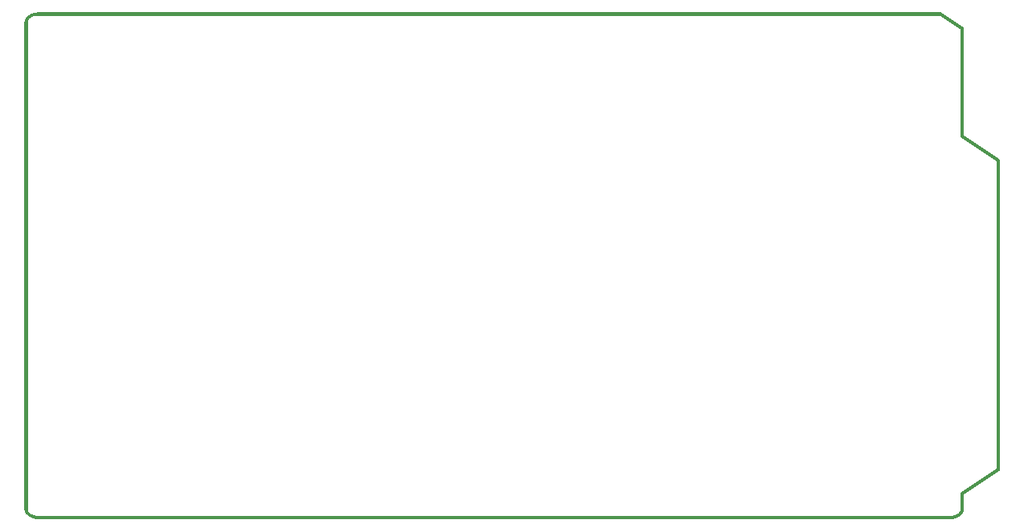
<source format=gbo>
G04 MADE WITH FRITZING*
G04 WWW.FRITZING.ORG*
G04 DOUBLE SIDED*
G04 HOLES PLATED*
G04 CONTOUR ON CENTER OF CONTOUR VECTOR*
%ASAXBY*%
%FSLAX23Y23*%
%MOIN*%
%OFA0B0*%
%SFA1.0B1.0*%
%ADD10R,0.001000X0.001000*%
%LNSILK0*%
G90*
G70*
G54D10*
X51Y2106D02*
X3800Y2106D01*
X44Y2105D02*
X3802Y2105D01*
X40Y2104D02*
X3804Y2104D01*
X36Y2103D02*
X3805Y2103D01*
X34Y2102D02*
X3807Y2102D01*
X31Y2101D02*
X3808Y2101D01*
X29Y2100D02*
X3810Y2100D01*
X27Y2099D02*
X3811Y2099D01*
X25Y2098D02*
X3813Y2098D01*
X23Y2097D02*
X3814Y2097D01*
X21Y2096D02*
X3816Y2096D01*
X20Y2095D02*
X3817Y2095D01*
X18Y2094D02*
X3819Y2094D01*
X17Y2093D02*
X3820Y2093D01*
X16Y2092D02*
X49Y2092D01*
X3797Y2092D02*
X3822Y2092D01*
X14Y2091D02*
X43Y2091D01*
X3799Y2091D02*
X3823Y2091D01*
X13Y2090D02*
X39Y2090D01*
X3801Y2090D02*
X3825Y2090D01*
X12Y2089D02*
X36Y2089D01*
X3802Y2089D02*
X3826Y2089D01*
X11Y2088D02*
X33Y2088D01*
X3804Y2088D02*
X3828Y2088D01*
X10Y2087D02*
X31Y2087D01*
X3805Y2087D02*
X3829Y2087D01*
X9Y2086D02*
X29Y2086D01*
X3807Y2086D02*
X3831Y2086D01*
X8Y2085D02*
X27Y2085D01*
X3808Y2085D02*
X3832Y2085D01*
X8Y2084D02*
X25Y2084D01*
X3810Y2084D02*
X3834Y2084D01*
X7Y2083D02*
X24Y2083D01*
X3811Y2083D02*
X3835Y2083D01*
X6Y2082D02*
X22Y2082D01*
X3813Y2082D02*
X3837Y2082D01*
X5Y2081D02*
X21Y2081D01*
X3814Y2081D02*
X3838Y2081D01*
X5Y2080D02*
X20Y2080D01*
X3816Y2080D02*
X3840Y2080D01*
X4Y2079D02*
X19Y2079D01*
X3817Y2079D02*
X3841Y2079D01*
X4Y2078D02*
X18Y2078D01*
X3819Y2078D02*
X3843Y2078D01*
X3Y2077D02*
X17Y2077D01*
X3820Y2077D02*
X3844Y2077D01*
X3Y2076D02*
X17Y2076D01*
X3822Y2076D02*
X3846Y2076D01*
X2Y2075D02*
X16Y2075D01*
X3823Y2075D02*
X3847Y2075D01*
X2Y2074D02*
X15Y2074D01*
X3825Y2074D02*
X3849Y2074D01*
X2Y2073D02*
X15Y2073D01*
X3826Y2073D02*
X3850Y2073D01*
X1Y2072D02*
X14Y2072D01*
X3828Y2072D02*
X3852Y2072D01*
X1Y2071D02*
X14Y2071D01*
X3829Y2071D02*
X3853Y2071D01*
X1Y2070D02*
X14Y2070D01*
X3831Y2070D02*
X3855Y2070D01*
X1Y2069D02*
X13Y2069D01*
X3832Y2069D02*
X3856Y2069D01*
X0Y2068D02*
X13Y2068D01*
X3834Y2068D02*
X3858Y2068D01*
X0Y2067D02*
X13Y2067D01*
X3835Y2067D02*
X3859Y2067D01*
X0Y2066D02*
X13Y2066D01*
X3837Y2066D02*
X3861Y2066D01*
X0Y2065D02*
X13Y2065D01*
X3838Y2065D02*
X3862Y2065D01*
X0Y2064D02*
X13Y2064D01*
X3840Y2064D02*
X3864Y2064D01*
X0Y2063D02*
X13Y2063D01*
X3841Y2063D02*
X3865Y2063D01*
X0Y2062D02*
X13Y2062D01*
X3843Y2062D02*
X3867Y2062D01*
X0Y2061D02*
X13Y2061D01*
X3844Y2061D02*
X3868Y2061D01*
X0Y2060D02*
X13Y2060D01*
X3846Y2060D02*
X3870Y2060D01*
X0Y2059D02*
X13Y2059D01*
X3847Y2059D02*
X3871Y2059D01*
X0Y2058D02*
X13Y2058D01*
X3849Y2058D02*
X3873Y2058D01*
X0Y2057D02*
X13Y2057D01*
X3850Y2057D02*
X3874Y2057D01*
X0Y2056D02*
X13Y2056D01*
X3852Y2056D02*
X3876Y2056D01*
X0Y2055D02*
X13Y2055D01*
X3853Y2055D02*
X3877Y2055D01*
X0Y2054D02*
X13Y2054D01*
X3855Y2054D02*
X3879Y2054D01*
X0Y2053D02*
X13Y2053D01*
X3856Y2053D02*
X3880Y2053D01*
X0Y2052D02*
X13Y2052D01*
X3858Y2052D02*
X3882Y2052D01*
X0Y2051D02*
X13Y2051D01*
X3859Y2051D02*
X3883Y2051D01*
X0Y2050D02*
X13Y2050D01*
X3861Y2050D02*
X3885Y2050D01*
X0Y2049D02*
X13Y2049D01*
X3862Y2049D02*
X3886Y2049D01*
X0Y2048D02*
X13Y2048D01*
X3864Y2048D02*
X3888Y2048D01*
X0Y2047D02*
X13Y2047D01*
X3865Y2047D02*
X3889Y2047D01*
X0Y2046D02*
X13Y2046D01*
X3867Y2046D02*
X3891Y2046D01*
X0Y2045D02*
X13Y2045D01*
X3868Y2045D02*
X3892Y2045D01*
X0Y2044D02*
X13Y2044D01*
X3870Y2044D02*
X3893Y2044D01*
X0Y2043D02*
X13Y2043D01*
X3871Y2043D02*
X3894Y2043D01*
X0Y2042D02*
X13Y2042D01*
X3873Y2042D02*
X3894Y2042D01*
X0Y2041D02*
X13Y2041D01*
X3874Y2041D02*
X3894Y2041D01*
X0Y2040D02*
X13Y2040D01*
X3876Y2040D02*
X3895Y2040D01*
X0Y2039D02*
X13Y2039D01*
X3877Y2039D02*
X3895Y2039D01*
X0Y2038D02*
X13Y2038D01*
X3879Y2038D02*
X3895Y2038D01*
X0Y2037D02*
X13Y2037D01*
X3880Y2037D02*
X3895Y2037D01*
X0Y2036D02*
X13Y2036D01*
X3881Y2036D02*
X3895Y2036D01*
X0Y2035D02*
X13Y2035D01*
X3882Y2035D02*
X3895Y2035D01*
X0Y2034D02*
X13Y2034D01*
X3882Y2034D02*
X3895Y2034D01*
X0Y2033D02*
X13Y2033D01*
X3882Y2033D02*
X3895Y2033D01*
X0Y2032D02*
X13Y2032D01*
X3882Y2032D02*
X3895Y2032D01*
X0Y2031D02*
X13Y2031D01*
X3882Y2031D02*
X3895Y2031D01*
X0Y2030D02*
X13Y2030D01*
X3882Y2030D02*
X3895Y2030D01*
X0Y2029D02*
X13Y2029D01*
X3882Y2029D02*
X3895Y2029D01*
X0Y2028D02*
X13Y2028D01*
X3882Y2028D02*
X3895Y2028D01*
X0Y2027D02*
X13Y2027D01*
X3882Y2027D02*
X3895Y2027D01*
X0Y2026D02*
X13Y2026D01*
X3882Y2026D02*
X3895Y2026D01*
X0Y2025D02*
X13Y2025D01*
X3882Y2025D02*
X3895Y2025D01*
X0Y2024D02*
X13Y2024D01*
X3882Y2024D02*
X3895Y2024D01*
X0Y2023D02*
X13Y2023D01*
X3882Y2023D02*
X3895Y2023D01*
X0Y2022D02*
X13Y2022D01*
X3882Y2022D02*
X3895Y2022D01*
X0Y2021D02*
X13Y2021D01*
X3882Y2021D02*
X3895Y2021D01*
X0Y2020D02*
X13Y2020D01*
X3882Y2020D02*
X3895Y2020D01*
X0Y2019D02*
X13Y2019D01*
X3882Y2019D02*
X3895Y2019D01*
X0Y2018D02*
X13Y2018D01*
X3882Y2018D02*
X3895Y2018D01*
X0Y2017D02*
X13Y2017D01*
X3882Y2017D02*
X3895Y2017D01*
X0Y2016D02*
X13Y2016D01*
X3882Y2016D02*
X3895Y2016D01*
X0Y2015D02*
X13Y2015D01*
X3882Y2015D02*
X3895Y2015D01*
X0Y2014D02*
X13Y2014D01*
X3882Y2014D02*
X3895Y2014D01*
X0Y2013D02*
X13Y2013D01*
X3882Y2013D02*
X3895Y2013D01*
X0Y2012D02*
X13Y2012D01*
X3882Y2012D02*
X3895Y2012D01*
X0Y2011D02*
X13Y2011D01*
X3882Y2011D02*
X3895Y2011D01*
X0Y2010D02*
X13Y2010D01*
X3882Y2010D02*
X3895Y2010D01*
X0Y2009D02*
X13Y2009D01*
X3882Y2009D02*
X3895Y2009D01*
X0Y2008D02*
X13Y2008D01*
X3882Y2008D02*
X3895Y2008D01*
X0Y2007D02*
X13Y2007D01*
X3882Y2007D02*
X3895Y2007D01*
X0Y2006D02*
X13Y2006D01*
X3882Y2006D02*
X3895Y2006D01*
X0Y2005D02*
X13Y2005D01*
X3882Y2005D02*
X3895Y2005D01*
X0Y2004D02*
X13Y2004D01*
X3882Y2004D02*
X3895Y2004D01*
X0Y2003D02*
X13Y2003D01*
X3882Y2003D02*
X3895Y2003D01*
X0Y2002D02*
X13Y2002D01*
X3882Y2002D02*
X3895Y2002D01*
X0Y2001D02*
X13Y2001D01*
X3882Y2001D02*
X3895Y2001D01*
X0Y2000D02*
X13Y2000D01*
X3882Y2000D02*
X3895Y2000D01*
X0Y1999D02*
X13Y1999D01*
X3882Y1999D02*
X3895Y1999D01*
X0Y1998D02*
X13Y1998D01*
X3882Y1998D02*
X3895Y1998D01*
X0Y1997D02*
X13Y1997D01*
X3882Y1997D02*
X3895Y1997D01*
X0Y1996D02*
X13Y1996D01*
X3882Y1996D02*
X3895Y1996D01*
X0Y1995D02*
X13Y1995D01*
X3882Y1995D02*
X3895Y1995D01*
X0Y1994D02*
X13Y1994D01*
X3882Y1994D02*
X3895Y1994D01*
X0Y1993D02*
X13Y1993D01*
X3882Y1993D02*
X3895Y1993D01*
X0Y1992D02*
X13Y1992D01*
X3882Y1992D02*
X3895Y1992D01*
X0Y1991D02*
X13Y1991D01*
X3882Y1991D02*
X3895Y1991D01*
X0Y1990D02*
X13Y1990D01*
X3882Y1990D02*
X3895Y1990D01*
X0Y1989D02*
X13Y1989D01*
X3882Y1989D02*
X3895Y1989D01*
X0Y1988D02*
X13Y1988D01*
X3882Y1988D02*
X3895Y1988D01*
X0Y1987D02*
X13Y1987D01*
X3882Y1987D02*
X3895Y1987D01*
X0Y1986D02*
X13Y1986D01*
X3882Y1986D02*
X3895Y1986D01*
X0Y1985D02*
X13Y1985D01*
X3882Y1985D02*
X3895Y1985D01*
X0Y1984D02*
X13Y1984D01*
X3882Y1984D02*
X3895Y1984D01*
X0Y1983D02*
X13Y1983D01*
X3882Y1983D02*
X3895Y1983D01*
X0Y1982D02*
X13Y1982D01*
X3882Y1982D02*
X3895Y1982D01*
X0Y1981D02*
X13Y1981D01*
X3882Y1981D02*
X3895Y1981D01*
X0Y1980D02*
X13Y1980D01*
X3882Y1980D02*
X3895Y1980D01*
X0Y1979D02*
X13Y1979D01*
X3882Y1979D02*
X3895Y1979D01*
X0Y1978D02*
X13Y1978D01*
X3882Y1978D02*
X3895Y1978D01*
X0Y1977D02*
X13Y1977D01*
X3882Y1977D02*
X3895Y1977D01*
X0Y1976D02*
X13Y1976D01*
X3882Y1976D02*
X3895Y1976D01*
X0Y1975D02*
X13Y1975D01*
X3882Y1975D02*
X3895Y1975D01*
X0Y1974D02*
X13Y1974D01*
X3882Y1974D02*
X3895Y1974D01*
X0Y1973D02*
X13Y1973D01*
X3882Y1973D02*
X3895Y1973D01*
X0Y1972D02*
X13Y1972D01*
X3882Y1972D02*
X3895Y1972D01*
X0Y1971D02*
X13Y1971D01*
X3882Y1971D02*
X3895Y1971D01*
X0Y1970D02*
X13Y1970D01*
X3882Y1970D02*
X3895Y1970D01*
X0Y1969D02*
X13Y1969D01*
X3882Y1969D02*
X3895Y1969D01*
X0Y1968D02*
X13Y1968D01*
X3882Y1968D02*
X3895Y1968D01*
X0Y1967D02*
X13Y1967D01*
X3882Y1967D02*
X3895Y1967D01*
X0Y1966D02*
X13Y1966D01*
X3882Y1966D02*
X3895Y1966D01*
X0Y1965D02*
X13Y1965D01*
X3882Y1965D02*
X3895Y1965D01*
X0Y1964D02*
X13Y1964D01*
X3882Y1964D02*
X3895Y1964D01*
X0Y1963D02*
X13Y1963D01*
X3882Y1963D02*
X3895Y1963D01*
X0Y1962D02*
X13Y1962D01*
X3882Y1962D02*
X3895Y1962D01*
X0Y1961D02*
X13Y1961D01*
X3882Y1961D02*
X3895Y1961D01*
X0Y1960D02*
X13Y1960D01*
X3882Y1960D02*
X3895Y1960D01*
X0Y1959D02*
X13Y1959D01*
X3882Y1959D02*
X3895Y1959D01*
X0Y1958D02*
X13Y1958D01*
X3882Y1958D02*
X3895Y1958D01*
X0Y1957D02*
X13Y1957D01*
X3882Y1957D02*
X3895Y1957D01*
X0Y1956D02*
X13Y1956D01*
X3882Y1956D02*
X3895Y1956D01*
X0Y1955D02*
X13Y1955D01*
X3882Y1955D02*
X3895Y1955D01*
X0Y1954D02*
X13Y1954D01*
X3882Y1954D02*
X3895Y1954D01*
X0Y1953D02*
X13Y1953D01*
X3882Y1953D02*
X3895Y1953D01*
X0Y1952D02*
X13Y1952D01*
X3882Y1952D02*
X3895Y1952D01*
X0Y1951D02*
X13Y1951D01*
X3882Y1951D02*
X3895Y1951D01*
X0Y1950D02*
X13Y1950D01*
X3882Y1950D02*
X3895Y1950D01*
X0Y1949D02*
X13Y1949D01*
X3882Y1949D02*
X3895Y1949D01*
X0Y1948D02*
X13Y1948D01*
X3882Y1948D02*
X3895Y1948D01*
X0Y1947D02*
X13Y1947D01*
X3882Y1947D02*
X3895Y1947D01*
X0Y1946D02*
X13Y1946D01*
X3882Y1946D02*
X3895Y1946D01*
X0Y1945D02*
X13Y1945D01*
X3882Y1945D02*
X3895Y1945D01*
X0Y1944D02*
X13Y1944D01*
X3882Y1944D02*
X3895Y1944D01*
X0Y1943D02*
X13Y1943D01*
X3882Y1943D02*
X3895Y1943D01*
X0Y1942D02*
X13Y1942D01*
X3882Y1942D02*
X3895Y1942D01*
X0Y1941D02*
X13Y1941D01*
X3882Y1941D02*
X3895Y1941D01*
X0Y1940D02*
X13Y1940D01*
X3882Y1940D02*
X3895Y1940D01*
X0Y1939D02*
X13Y1939D01*
X3882Y1939D02*
X3895Y1939D01*
X0Y1938D02*
X13Y1938D01*
X3882Y1938D02*
X3895Y1938D01*
X0Y1937D02*
X13Y1937D01*
X3882Y1937D02*
X3895Y1937D01*
X0Y1936D02*
X13Y1936D01*
X3882Y1936D02*
X3895Y1936D01*
X0Y1935D02*
X13Y1935D01*
X3882Y1935D02*
X3895Y1935D01*
X0Y1934D02*
X13Y1934D01*
X3882Y1934D02*
X3895Y1934D01*
X0Y1933D02*
X13Y1933D01*
X3882Y1933D02*
X3895Y1933D01*
X0Y1932D02*
X13Y1932D01*
X3882Y1932D02*
X3895Y1932D01*
X0Y1931D02*
X13Y1931D01*
X3882Y1931D02*
X3895Y1931D01*
X0Y1930D02*
X13Y1930D01*
X3882Y1930D02*
X3895Y1930D01*
X0Y1929D02*
X13Y1929D01*
X3882Y1929D02*
X3895Y1929D01*
X0Y1928D02*
X13Y1928D01*
X3882Y1928D02*
X3895Y1928D01*
X0Y1927D02*
X13Y1927D01*
X3882Y1927D02*
X3895Y1927D01*
X0Y1926D02*
X13Y1926D01*
X3882Y1926D02*
X3895Y1926D01*
X0Y1925D02*
X13Y1925D01*
X3882Y1925D02*
X3895Y1925D01*
X0Y1924D02*
X13Y1924D01*
X3882Y1924D02*
X3895Y1924D01*
X0Y1923D02*
X13Y1923D01*
X3882Y1923D02*
X3895Y1923D01*
X0Y1922D02*
X13Y1922D01*
X3882Y1922D02*
X3895Y1922D01*
X0Y1921D02*
X13Y1921D01*
X3882Y1921D02*
X3895Y1921D01*
X0Y1920D02*
X13Y1920D01*
X3882Y1920D02*
X3895Y1920D01*
X0Y1919D02*
X13Y1919D01*
X3882Y1919D02*
X3895Y1919D01*
X0Y1918D02*
X13Y1918D01*
X3882Y1918D02*
X3895Y1918D01*
X0Y1917D02*
X13Y1917D01*
X3882Y1917D02*
X3895Y1917D01*
X0Y1916D02*
X13Y1916D01*
X3882Y1916D02*
X3895Y1916D01*
X0Y1915D02*
X13Y1915D01*
X3882Y1915D02*
X3895Y1915D01*
X0Y1914D02*
X13Y1914D01*
X3882Y1914D02*
X3895Y1914D01*
X0Y1913D02*
X13Y1913D01*
X3882Y1913D02*
X3895Y1913D01*
X0Y1912D02*
X13Y1912D01*
X3882Y1912D02*
X3895Y1912D01*
X0Y1911D02*
X13Y1911D01*
X3882Y1911D02*
X3895Y1911D01*
X0Y1910D02*
X13Y1910D01*
X3882Y1910D02*
X3895Y1910D01*
X0Y1909D02*
X13Y1909D01*
X3882Y1909D02*
X3895Y1909D01*
X0Y1908D02*
X13Y1908D01*
X3882Y1908D02*
X3895Y1908D01*
X0Y1907D02*
X13Y1907D01*
X3882Y1907D02*
X3895Y1907D01*
X0Y1906D02*
X13Y1906D01*
X3882Y1906D02*
X3895Y1906D01*
X0Y1905D02*
X13Y1905D01*
X3882Y1905D02*
X3895Y1905D01*
X0Y1904D02*
X13Y1904D01*
X3882Y1904D02*
X3895Y1904D01*
X0Y1903D02*
X13Y1903D01*
X3882Y1903D02*
X3895Y1903D01*
X0Y1902D02*
X13Y1902D01*
X3882Y1902D02*
X3895Y1902D01*
X0Y1901D02*
X13Y1901D01*
X3882Y1901D02*
X3895Y1901D01*
X0Y1900D02*
X13Y1900D01*
X3882Y1900D02*
X3895Y1900D01*
X0Y1899D02*
X13Y1899D01*
X3882Y1899D02*
X3895Y1899D01*
X0Y1898D02*
X13Y1898D01*
X3882Y1898D02*
X3895Y1898D01*
X0Y1897D02*
X13Y1897D01*
X3882Y1897D02*
X3895Y1897D01*
X0Y1896D02*
X13Y1896D01*
X3882Y1896D02*
X3895Y1896D01*
X0Y1895D02*
X13Y1895D01*
X3882Y1895D02*
X3895Y1895D01*
X0Y1894D02*
X13Y1894D01*
X3882Y1894D02*
X3895Y1894D01*
X0Y1893D02*
X13Y1893D01*
X3882Y1893D02*
X3895Y1893D01*
X0Y1892D02*
X13Y1892D01*
X3882Y1892D02*
X3895Y1892D01*
X0Y1891D02*
X13Y1891D01*
X3882Y1891D02*
X3895Y1891D01*
X0Y1890D02*
X13Y1890D01*
X3882Y1890D02*
X3895Y1890D01*
X0Y1889D02*
X13Y1889D01*
X3882Y1889D02*
X3895Y1889D01*
X0Y1888D02*
X13Y1888D01*
X3882Y1888D02*
X3895Y1888D01*
X0Y1887D02*
X13Y1887D01*
X3882Y1887D02*
X3895Y1887D01*
X0Y1886D02*
X13Y1886D01*
X3882Y1886D02*
X3895Y1886D01*
X0Y1885D02*
X13Y1885D01*
X3882Y1885D02*
X3895Y1885D01*
X0Y1884D02*
X13Y1884D01*
X3882Y1884D02*
X3895Y1884D01*
X0Y1883D02*
X13Y1883D01*
X3882Y1883D02*
X3895Y1883D01*
X0Y1882D02*
X13Y1882D01*
X3882Y1882D02*
X3895Y1882D01*
X0Y1881D02*
X13Y1881D01*
X3882Y1881D02*
X3895Y1881D01*
X0Y1880D02*
X13Y1880D01*
X3882Y1880D02*
X3895Y1880D01*
X0Y1879D02*
X13Y1879D01*
X3882Y1879D02*
X3895Y1879D01*
X0Y1878D02*
X13Y1878D01*
X3882Y1878D02*
X3895Y1878D01*
X0Y1877D02*
X13Y1877D01*
X3882Y1877D02*
X3895Y1877D01*
X0Y1876D02*
X13Y1876D01*
X3882Y1876D02*
X3895Y1876D01*
X0Y1875D02*
X13Y1875D01*
X3882Y1875D02*
X3895Y1875D01*
X0Y1874D02*
X13Y1874D01*
X3882Y1874D02*
X3895Y1874D01*
X0Y1873D02*
X13Y1873D01*
X3882Y1873D02*
X3895Y1873D01*
X0Y1872D02*
X13Y1872D01*
X3882Y1872D02*
X3895Y1872D01*
X0Y1871D02*
X13Y1871D01*
X3882Y1871D02*
X3895Y1871D01*
X0Y1870D02*
X13Y1870D01*
X3882Y1870D02*
X3895Y1870D01*
X0Y1869D02*
X13Y1869D01*
X3882Y1869D02*
X3895Y1869D01*
X0Y1868D02*
X13Y1868D01*
X3882Y1868D02*
X3895Y1868D01*
X0Y1867D02*
X13Y1867D01*
X3882Y1867D02*
X3895Y1867D01*
X0Y1866D02*
X13Y1866D01*
X3882Y1866D02*
X3895Y1866D01*
X0Y1865D02*
X13Y1865D01*
X3882Y1865D02*
X3895Y1865D01*
X0Y1864D02*
X13Y1864D01*
X3882Y1864D02*
X3895Y1864D01*
X0Y1863D02*
X13Y1863D01*
X3882Y1863D02*
X3895Y1863D01*
X0Y1862D02*
X13Y1862D01*
X3882Y1862D02*
X3895Y1862D01*
X0Y1861D02*
X13Y1861D01*
X3882Y1861D02*
X3895Y1861D01*
X0Y1860D02*
X13Y1860D01*
X3882Y1860D02*
X3895Y1860D01*
X0Y1859D02*
X13Y1859D01*
X3882Y1859D02*
X3895Y1859D01*
X0Y1858D02*
X13Y1858D01*
X3882Y1858D02*
X3895Y1858D01*
X0Y1857D02*
X13Y1857D01*
X3882Y1857D02*
X3895Y1857D01*
X0Y1856D02*
X13Y1856D01*
X3882Y1856D02*
X3895Y1856D01*
X0Y1855D02*
X13Y1855D01*
X3882Y1855D02*
X3895Y1855D01*
X0Y1854D02*
X13Y1854D01*
X3882Y1854D02*
X3895Y1854D01*
X0Y1853D02*
X13Y1853D01*
X3882Y1853D02*
X3895Y1853D01*
X0Y1852D02*
X13Y1852D01*
X3882Y1852D02*
X3895Y1852D01*
X0Y1851D02*
X13Y1851D01*
X3882Y1851D02*
X3895Y1851D01*
X0Y1850D02*
X13Y1850D01*
X3882Y1850D02*
X3895Y1850D01*
X0Y1849D02*
X13Y1849D01*
X3882Y1849D02*
X3895Y1849D01*
X0Y1848D02*
X13Y1848D01*
X3882Y1848D02*
X3895Y1848D01*
X0Y1847D02*
X13Y1847D01*
X3882Y1847D02*
X3895Y1847D01*
X0Y1846D02*
X13Y1846D01*
X3882Y1846D02*
X3895Y1846D01*
X0Y1845D02*
X13Y1845D01*
X3882Y1845D02*
X3895Y1845D01*
X0Y1844D02*
X13Y1844D01*
X3882Y1844D02*
X3895Y1844D01*
X0Y1843D02*
X13Y1843D01*
X3882Y1843D02*
X3895Y1843D01*
X0Y1842D02*
X13Y1842D01*
X3882Y1842D02*
X3895Y1842D01*
X0Y1841D02*
X13Y1841D01*
X3882Y1841D02*
X3895Y1841D01*
X0Y1840D02*
X13Y1840D01*
X3882Y1840D02*
X3895Y1840D01*
X0Y1839D02*
X13Y1839D01*
X3882Y1839D02*
X3895Y1839D01*
X0Y1838D02*
X13Y1838D01*
X3882Y1838D02*
X3895Y1838D01*
X0Y1837D02*
X13Y1837D01*
X3882Y1837D02*
X3895Y1837D01*
X0Y1836D02*
X13Y1836D01*
X3882Y1836D02*
X3895Y1836D01*
X0Y1835D02*
X13Y1835D01*
X3882Y1835D02*
X3895Y1835D01*
X0Y1834D02*
X13Y1834D01*
X3882Y1834D02*
X3895Y1834D01*
X0Y1833D02*
X13Y1833D01*
X3882Y1833D02*
X3895Y1833D01*
X0Y1832D02*
X13Y1832D01*
X3882Y1832D02*
X3895Y1832D01*
X0Y1831D02*
X13Y1831D01*
X3882Y1831D02*
X3895Y1831D01*
X0Y1830D02*
X13Y1830D01*
X3882Y1830D02*
X3895Y1830D01*
X0Y1829D02*
X13Y1829D01*
X3882Y1829D02*
X3895Y1829D01*
X0Y1828D02*
X13Y1828D01*
X3882Y1828D02*
X3895Y1828D01*
X0Y1827D02*
X13Y1827D01*
X3882Y1827D02*
X3895Y1827D01*
X0Y1826D02*
X13Y1826D01*
X3882Y1826D02*
X3895Y1826D01*
X0Y1825D02*
X13Y1825D01*
X3882Y1825D02*
X3895Y1825D01*
X0Y1824D02*
X13Y1824D01*
X3882Y1824D02*
X3895Y1824D01*
X0Y1823D02*
X13Y1823D01*
X3882Y1823D02*
X3895Y1823D01*
X0Y1822D02*
X13Y1822D01*
X3882Y1822D02*
X3895Y1822D01*
X0Y1821D02*
X13Y1821D01*
X3882Y1821D02*
X3895Y1821D01*
X0Y1820D02*
X13Y1820D01*
X3882Y1820D02*
X3895Y1820D01*
X0Y1819D02*
X13Y1819D01*
X3882Y1819D02*
X3895Y1819D01*
X0Y1818D02*
X13Y1818D01*
X3882Y1818D02*
X3895Y1818D01*
X0Y1817D02*
X13Y1817D01*
X3882Y1817D02*
X3895Y1817D01*
X0Y1816D02*
X13Y1816D01*
X3882Y1816D02*
X3895Y1816D01*
X0Y1815D02*
X13Y1815D01*
X3882Y1815D02*
X3895Y1815D01*
X0Y1814D02*
X13Y1814D01*
X3882Y1814D02*
X3895Y1814D01*
X0Y1813D02*
X13Y1813D01*
X3882Y1813D02*
X3895Y1813D01*
X0Y1812D02*
X13Y1812D01*
X3882Y1812D02*
X3895Y1812D01*
X0Y1811D02*
X13Y1811D01*
X3882Y1811D02*
X3895Y1811D01*
X0Y1810D02*
X13Y1810D01*
X3882Y1810D02*
X3895Y1810D01*
X0Y1809D02*
X13Y1809D01*
X3882Y1809D02*
X3895Y1809D01*
X0Y1808D02*
X13Y1808D01*
X3882Y1808D02*
X3895Y1808D01*
X0Y1807D02*
X13Y1807D01*
X3882Y1807D02*
X3895Y1807D01*
X0Y1806D02*
X13Y1806D01*
X3882Y1806D02*
X3895Y1806D01*
X0Y1805D02*
X13Y1805D01*
X3882Y1805D02*
X3895Y1805D01*
X0Y1804D02*
X13Y1804D01*
X3882Y1804D02*
X3895Y1804D01*
X0Y1803D02*
X13Y1803D01*
X3882Y1803D02*
X3895Y1803D01*
X0Y1802D02*
X13Y1802D01*
X3882Y1802D02*
X3895Y1802D01*
X0Y1801D02*
X13Y1801D01*
X3882Y1801D02*
X3895Y1801D01*
X0Y1800D02*
X13Y1800D01*
X3882Y1800D02*
X3895Y1800D01*
X0Y1799D02*
X13Y1799D01*
X3882Y1799D02*
X3895Y1799D01*
X0Y1798D02*
X13Y1798D01*
X3882Y1798D02*
X3895Y1798D01*
X0Y1797D02*
X13Y1797D01*
X3882Y1797D02*
X3895Y1797D01*
X0Y1796D02*
X13Y1796D01*
X3882Y1796D02*
X3895Y1796D01*
X0Y1795D02*
X13Y1795D01*
X3882Y1795D02*
X3895Y1795D01*
X0Y1794D02*
X13Y1794D01*
X3882Y1794D02*
X3895Y1794D01*
X0Y1793D02*
X13Y1793D01*
X3882Y1793D02*
X3895Y1793D01*
X0Y1792D02*
X13Y1792D01*
X3882Y1792D02*
X3895Y1792D01*
X0Y1791D02*
X13Y1791D01*
X3882Y1791D02*
X3895Y1791D01*
X0Y1790D02*
X13Y1790D01*
X3882Y1790D02*
X3895Y1790D01*
X0Y1789D02*
X13Y1789D01*
X3882Y1789D02*
X3895Y1789D01*
X0Y1788D02*
X13Y1788D01*
X3882Y1788D02*
X3895Y1788D01*
X0Y1787D02*
X13Y1787D01*
X3882Y1787D02*
X3895Y1787D01*
X0Y1786D02*
X13Y1786D01*
X3882Y1786D02*
X3895Y1786D01*
X0Y1785D02*
X13Y1785D01*
X3882Y1785D02*
X3895Y1785D01*
X0Y1784D02*
X13Y1784D01*
X3882Y1784D02*
X3895Y1784D01*
X0Y1783D02*
X13Y1783D01*
X3882Y1783D02*
X3895Y1783D01*
X0Y1782D02*
X13Y1782D01*
X3882Y1782D02*
X3895Y1782D01*
X0Y1781D02*
X13Y1781D01*
X3882Y1781D02*
X3895Y1781D01*
X0Y1780D02*
X13Y1780D01*
X3882Y1780D02*
X3895Y1780D01*
X0Y1779D02*
X13Y1779D01*
X3882Y1779D02*
X3895Y1779D01*
X0Y1778D02*
X13Y1778D01*
X3882Y1778D02*
X3895Y1778D01*
X0Y1777D02*
X13Y1777D01*
X3882Y1777D02*
X3895Y1777D01*
X0Y1776D02*
X13Y1776D01*
X3882Y1776D02*
X3895Y1776D01*
X0Y1775D02*
X13Y1775D01*
X3882Y1775D02*
X3895Y1775D01*
X0Y1774D02*
X13Y1774D01*
X3882Y1774D02*
X3895Y1774D01*
X0Y1773D02*
X13Y1773D01*
X3882Y1773D02*
X3895Y1773D01*
X0Y1772D02*
X13Y1772D01*
X3882Y1772D02*
X3895Y1772D01*
X0Y1771D02*
X13Y1771D01*
X3882Y1771D02*
X3895Y1771D01*
X0Y1770D02*
X13Y1770D01*
X3882Y1770D02*
X3895Y1770D01*
X0Y1769D02*
X13Y1769D01*
X3882Y1769D02*
X3895Y1769D01*
X0Y1768D02*
X13Y1768D01*
X3882Y1768D02*
X3895Y1768D01*
X0Y1767D02*
X13Y1767D01*
X3882Y1767D02*
X3895Y1767D01*
X0Y1766D02*
X13Y1766D01*
X3882Y1766D02*
X3895Y1766D01*
X0Y1765D02*
X13Y1765D01*
X3882Y1765D02*
X3895Y1765D01*
X0Y1764D02*
X13Y1764D01*
X3882Y1764D02*
X3895Y1764D01*
X0Y1763D02*
X13Y1763D01*
X3882Y1763D02*
X3895Y1763D01*
X0Y1762D02*
X13Y1762D01*
X3882Y1762D02*
X3895Y1762D01*
X0Y1761D02*
X13Y1761D01*
X3882Y1761D02*
X3895Y1761D01*
X0Y1760D02*
X13Y1760D01*
X3882Y1760D02*
X3895Y1760D01*
X0Y1759D02*
X13Y1759D01*
X3882Y1759D02*
X3895Y1759D01*
X0Y1758D02*
X13Y1758D01*
X3882Y1758D02*
X3895Y1758D01*
X0Y1757D02*
X13Y1757D01*
X3882Y1757D02*
X3895Y1757D01*
X0Y1756D02*
X13Y1756D01*
X3882Y1756D02*
X3895Y1756D01*
X0Y1755D02*
X13Y1755D01*
X3882Y1755D02*
X3895Y1755D01*
X0Y1754D02*
X13Y1754D01*
X3882Y1754D02*
X3895Y1754D01*
X0Y1753D02*
X13Y1753D01*
X3882Y1753D02*
X3895Y1753D01*
X0Y1752D02*
X13Y1752D01*
X3882Y1752D02*
X3895Y1752D01*
X0Y1751D02*
X13Y1751D01*
X3882Y1751D02*
X3895Y1751D01*
X0Y1750D02*
X13Y1750D01*
X3882Y1750D02*
X3895Y1750D01*
X0Y1749D02*
X13Y1749D01*
X3882Y1749D02*
X3895Y1749D01*
X0Y1748D02*
X13Y1748D01*
X3882Y1748D02*
X3895Y1748D01*
X0Y1747D02*
X13Y1747D01*
X3882Y1747D02*
X3895Y1747D01*
X0Y1746D02*
X13Y1746D01*
X3882Y1746D02*
X3895Y1746D01*
X0Y1745D02*
X13Y1745D01*
X3882Y1745D02*
X3895Y1745D01*
X0Y1744D02*
X13Y1744D01*
X3882Y1744D02*
X3895Y1744D01*
X0Y1743D02*
X13Y1743D01*
X3882Y1743D02*
X3895Y1743D01*
X0Y1742D02*
X13Y1742D01*
X3882Y1742D02*
X3895Y1742D01*
X0Y1741D02*
X13Y1741D01*
X3882Y1741D02*
X3895Y1741D01*
X0Y1740D02*
X13Y1740D01*
X3882Y1740D02*
X3895Y1740D01*
X0Y1739D02*
X13Y1739D01*
X3882Y1739D02*
X3895Y1739D01*
X0Y1738D02*
X13Y1738D01*
X3882Y1738D02*
X3895Y1738D01*
X0Y1737D02*
X13Y1737D01*
X3882Y1737D02*
X3895Y1737D01*
X0Y1736D02*
X13Y1736D01*
X3882Y1736D02*
X3895Y1736D01*
X0Y1735D02*
X13Y1735D01*
X3882Y1735D02*
X3895Y1735D01*
X0Y1734D02*
X13Y1734D01*
X3882Y1734D02*
X3895Y1734D01*
X0Y1733D02*
X13Y1733D01*
X3882Y1733D02*
X3895Y1733D01*
X0Y1732D02*
X13Y1732D01*
X3882Y1732D02*
X3895Y1732D01*
X0Y1731D02*
X13Y1731D01*
X3882Y1731D02*
X3895Y1731D01*
X0Y1730D02*
X13Y1730D01*
X3882Y1730D02*
X3895Y1730D01*
X0Y1729D02*
X13Y1729D01*
X3882Y1729D02*
X3895Y1729D01*
X0Y1728D02*
X13Y1728D01*
X3882Y1728D02*
X3895Y1728D01*
X0Y1727D02*
X13Y1727D01*
X3882Y1727D02*
X3895Y1727D01*
X0Y1726D02*
X13Y1726D01*
X3882Y1726D02*
X3895Y1726D01*
X0Y1725D02*
X13Y1725D01*
X3882Y1725D02*
X3895Y1725D01*
X0Y1724D02*
X13Y1724D01*
X3882Y1724D02*
X3895Y1724D01*
X0Y1723D02*
X13Y1723D01*
X3882Y1723D02*
X3895Y1723D01*
X0Y1722D02*
X13Y1722D01*
X3882Y1722D02*
X3895Y1722D01*
X0Y1721D02*
X13Y1721D01*
X3882Y1721D02*
X3895Y1721D01*
X0Y1720D02*
X13Y1720D01*
X3882Y1720D02*
X3895Y1720D01*
X0Y1719D02*
X13Y1719D01*
X3882Y1719D02*
X3895Y1719D01*
X0Y1718D02*
X13Y1718D01*
X3882Y1718D02*
X3895Y1718D01*
X0Y1717D02*
X13Y1717D01*
X3882Y1717D02*
X3895Y1717D01*
X0Y1716D02*
X13Y1716D01*
X3882Y1716D02*
X3895Y1716D01*
X0Y1715D02*
X13Y1715D01*
X3882Y1715D02*
X3895Y1715D01*
X0Y1714D02*
X13Y1714D01*
X3882Y1714D02*
X3895Y1714D01*
X0Y1713D02*
X13Y1713D01*
X3882Y1713D02*
X3895Y1713D01*
X0Y1712D02*
X13Y1712D01*
X3882Y1712D02*
X3895Y1712D01*
X0Y1711D02*
X13Y1711D01*
X3882Y1711D02*
X3895Y1711D01*
X0Y1710D02*
X13Y1710D01*
X3882Y1710D02*
X3895Y1710D01*
X0Y1709D02*
X13Y1709D01*
X3882Y1709D02*
X3895Y1709D01*
X0Y1708D02*
X13Y1708D01*
X3882Y1708D02*
X3895Y1708D01*
X0Y1707D02*
X13Y1707D01*
X3882Y1707D02*
X3895Y1707D01*
X0Y1706D02*
X13Y1706D01*
X3882Y1706D02*
X3895Y1706D01*
X0Y1705D02*
X13Y1705D01*
X3882Y1705D02*
X3895Y1705D01*
X0Y1704D02*
X13Y1704D01*
X3882Y1704D02*
X3895Y1704D01*
X0Y1703D02*
X13Y1703D01*
X3882Y1703D02*
X3895Y1703D01*
X0Y1702D02*
X13Y1702D01*
X3882Y1702D02*
X3895Y1702D01*
X0Y1701D02*
X13Y1701D01*
X3882Y1701D02*
X3895Y1701D01*
X0Y1700D02*
X13Y1700D01*
X3882Y1700D02*
X3895Y1700D01*
X0Y1699D02*
X13Y1699D01*
X3882Y1699D02*
X3895Y1699D01*
X0Y1698D02*
X13Y1698D01*
X3882Y1698D02*
X3895Y1698D01*
X0Y1697D02*
X13Y1697D01*
X3882Y1697D02*
X3895Y1697D01*
X0Y1696D02*
X13Y1696D01*
X3882Y1696D02*
X3895Y1696D01*
X0Y1695D02*
X13Y1695D01*
X3882Y1695D02*
X3895Y1695D01*
X0Y1694D02*
X13Y1694D01*
X3882Y1694D02*
X3895Y1694D01*
X0Y1693D02*
X13Y1693D01*
X3882Y1693D02*
X3895Y1693D01*
X0Y1692D02*
X13Y1692D01*
X3882Y1692D02*
X3895Y1692D01*
X0Y1691D02*
X13Y1691D01*
X3882Y1691D02*
X3895Y1691D01*
X0Y1690D02*
X13Y1690D01*
X3882Y1690D02*
X3895Y1690D01*
X0Y1689D02*
X13Y1689D01*
X3882Y1689D02*
X3895Y1689D01*
X0Y1688D02*
X13Y1688D01*
X3882Y1688D02*
X3895Y1688D01*
X0Y1687D02*
X13Y1687D01*
X3882Y1687D02*
X3895Y1687D01*
X0Y1686D02*
X13Y1686D01*
X3882Y1686D02*
X3895Y1686D01*
X0Y1685D02*
X13Y1685D01*
X3882Y1685D02*
X3895Y1685D01*
X0Y1684D02*
X13Y1684D01*
X3882Y1684D02*
X3895Y1684D01*
X0Y1683D02*
X13Y1683D01*
X3882Y1683D02*
X3895Y1683D01*
X0Y1682D02*
X13Y1682D01*
X3882Y1682D02*
X3895Y1682D01*
X0Y1681D02*
X13Y1681D01*
X3882Y1681D02*
X3895Y1681D01*
X0Y1680D02*
X13Y1680D01*
X3882Y1680D02*
X3895Y1680D01*
X0Y1679D02*
X13Y1679D01*
X3882Y1679D02*
X3895Y1679D01*
X0Y1678D02*
X13Y1678D01*
X3882Y1678D02*
X3895Y1678D01*
X0Y1677D02*
X13Y1677D01*
X3882Y1677D02*
X3895Y1677D01*
X0Y1676D02*
X13Y1676D01*
X3882Y1676D02*
X3895Y1676D01*
X0Y1675D02*
X13Y1675D01*
X3882Y1675D02*
X3895Y1675D01*
X0Y1674D02*
X13Y1674D01*
X3882Y1674D02*
X3895Y1674D01*
X0Y1673D02*
X13Y1673D01*
X3882Y1673D02*
X3895Y1673D01*
X0Y1672D02*
X13Y1672D01*
X3882Y1672D02*
X3895Y1672D01*
X0Y1671D02*
X13Y1671D01*
X3882Y1671D02*
X3895Y1671D01*
X0Y1670D02*
X13Y1670D01*
X3882Y1670D02*
X3895Y1670D01*
X0Y1669D02*
X13Y1669D01*
X3882Y1669D02*
X3895Y1669D01*
X0Y1668D02*
X13Y1668D01*
X3882Y1668D02*
X3895Y1668D01*
X0Y1667D02*
X13Y1667D01*
X3882Y1667D02*
X3895Y1667D01*
X0Y1666D02*
X13Y1666D01*
X3882Y1666D02*
X3895Y1666D01*
X0Y1665D02*
X13Y1665D01*
X3882Y1665D02*
X3895Y1665D01*
X0Y1664D02*
X13Y1664D01*
X3882Y1664D02*
X3895Y1664D01*
X0Y1663D02*
X13Y1663D01*
X3882Y1663D02*
X3895Y1663D01*
X0Y1662D02*
X13Y1662D01*
X3882Y1662D02*
X3895Y1662D01*
X0Y1661D02*
X13Y1661D01*
X3882Y1661D02*
X3895Y1661D01*
X0Y1660D02*
X13Y1660D01*
X3882Y1660D02*
X3895Y1660D01*
X0Y1659D02*
X13Y1659D01*
X3882Y1659D02*
X3895Y1659D01*
X0Y1658D02*
X13Y1658D01*
X3882Y1658D02*
X3895Y1658D01*
X0Y1657D02*
X13Y1657D01*
X3882Y1657D02*
X3895Y1657D01*
X0Y1656D02*
X13Y1656D01*
X3882Y1656D02*
X3895Y1656D01*
X0Y1655D02*
X13Y1655D01*
X3882Y1655D02*
X3895Y1655D01*
X0Y1654D02*
X13Y1654D01*
X3882Y1654D02*
X3895Y1654D01*
X0Y1653D02*
X13Y1653D01*
X3882Y1653D02*
X3895Y1653D01*
X0Y1652D02*
X13Y1652D01*
X3882Y1652D02*
X3895Y1652D01*
X0Y1651D02*
X13Y1651D01*
X3882Y1651D02*
X3895Y1651D01*
X0Y1650D02*
X13Y1650D01*
X3882Y1650D02*
X3895Y1650D01*
X0Y1649D02*
X13Y1649D01*
X3882Y1649D02*
X3895Y1649D01*
X0Y1648D02*
X13Y1648D01*
X3882Y1648D02*
X3895Y1648D01*
X0Y1647D02*
X13Y1647D01*
X3882Y1647D02*
X3895Y1647D01*
X0Y1646D02*
X13Y1646D01*
X3882Y1646D02*
X3895Y1646D01*
X0Y1645D02*
X13Y1645D01*
X3882Y1645D02*
X3895Y1645D01*
X0Y1644D02*
X13Y1644D01*
X3882Y1644D02*
X3895Y1644D01*
X0Y1643D02*
X13Y1643D01*
X3882Y1643D02*
X3895Y1643D01*
X0Y1642D02*
X13Y1642D01*
X3882Y1642D02*
X3895Y1642D01*
X0Y1641D02*
X13Y1641D01*
X3882Y1641D02*
X3895Y1641D01*
X0Y1640D02*
X13Y1640D01*
X3882Y1640D02*
X3895Y1640D01*
X0Y1639D02*
X13Y1639D01*
X3882Y1639D02*
X3895Y1639D01*
X0Y1638D02*
X13Y1638D01*
X3882Y1638D02*
X3895Y1638D01*
X0Y1637D02*
X13Y1637D01*
X3882Y1637D02*
X3895Y1637D01*
X0Y1636D02*
X13Y1636D01*
X3882Y1636D02*
X3895Y1636D01*
X0Y1635D02*
X13Y1635D01*
X3882Y1635D02*
X3895Y1635D01*
X0Y1634D02*
X13Y1634D01*
X3882Y1634D02*
X3895Y1634D01*
X0Y1633D02*
X13Y1633D01*
X3882Y1633D02*
X3895Y1633D01*
X0Y1632D02*
X13Y1632D01*
X3882Y1632D02*
X3895Y1632D01*
X0Y1631D02*
X13Y1631D01*
X3882Y1631D02*
X3895Y1631D01*
X0Y1630D02*
X13Y1630D01*
X3882Y1630D02*
X3895Y1630D01*
X0Y1629D02*
X13Y1629D01*
X3882Y1629D02*
X3895Y1629D01*
X0Y1628D02*
X13Y1628D01*
X3882Y1628D02*
X3895Y1628D01*
X0Y1627D02*
X13Y1627D01*
X3882Y1627D02*
X3895Y1627D01*
X0Y1626D02*
X13Y1626D01*
X3882Y1626D02*
X3895Y1626D01*
X0Y1625D02*
X13Y1625D01*
X3882Y1625D02*
X3895Y1625D01*
X0Y1624D02*
X13Y1624D01*
X3882Y1624D02*
X3895Y1624D01*
X0Y1623D02*
X13Y1623D01*
X3882Y1623D02*
X3895Y1623D01*
X0Y1622D02*
X13Y1622D01*
X3882Y1622D02*
X3895Y1622D01*
X0Y1621D02*
X13Y1621D01*
X3882Y1621D02*
X3895Y1621D01*
X0Y1620D02*
X13Y1620D01*
X3882Y1620D02*
X3895Y1620D01*
X0Y1619D02*
X13Y1619D01*
X3882Y1619D02*
X3895Y1619D01*
X0Y1618D02*
X13Y1618D01*
X3882Y1618D02*
X3895Y1618D01*
X0Y1617D02*
X13Y1617D01*
X3882Y1617D02*
X3895Y1617D01*
X0Y1616D02*
X13Y1616D01*
X3882Y1616D02*
X3895Y1616D01*
X0Y1615D02*
X13Y1615D01*
X3882Y1615D02*
X3895Y1615D01*
X0Y1614D02*
X13Y1614D01*
X3882Y1614D02*
X3895Y1614D01*
X0Y1613D02*
X13Y1613D01*
X3882Y1613D02*
X3895Y1613D01*
X0Y1612D02*
X13Y1612D01*
X3882Y1612D02*
X3895Y1612D01*
X0Y1611D02*
X13Y1611D01*
X3882Y1611D02*
X3895Y1611D01*
X0Y1610D02*
X13Y1610D01*
X3882Y1610D02*
X3895Y1610D01*
X0Y1609D02*
X13Y1609D01*
X3882Y1609D02*
X3895Y1609D01*
X0Y1608D02*
X13Y1608D01*
X3882Y1608D02*
X3895Y1608D01*
X0Y1607D02*
X13Y1607D01*
X3882Y1607D02*
X3895Y1607D01*
X0Y1606D02*
X13Y1606D01*
X3882Y1606D02*
X3895Y1606D01*
X0Y1605D02*
X13Y1605D01*
X3882Y1605D02*
X3895Y1605D01*
X0Y1604D02*
X13Y1604D01*
X3882Y1604D02*
X3895Y1604D01*
X0Y1603D02*
X13Y1603D01*
X3882Y1603D02*
X3895Y1603D01*
X0Y1602D02*
X13Y1602D01*
X3882Y1602D02*
X3895Y1602D01*
X0Y1601D02*
X13Y1601D01*
X3882Y1601D02*
X3895Y1601D01*
X0Y1600D02*
X13Y1600D01*
X3882Y1600D02*
X3895Y1600D01*
X0Y1599D02*
X13Y1599D01*
X3882Y1599D02*
X3895Y1599D01*
X0Y1598D02*
X13Y1598D01*
X3882Y1598D02*
X3895Y1598D01*
X0Y1597D02*
X13Y1597D01*
X3882Y1597D02*
X3895Y1597D01*
X0Y1596D02*
X13Y1596D01*
X3882Y1596D02*
X3895Y1596D01*
X0Y1595D02*
X13Y1595D01*
X3882Y1595D02*
X3895Y1595D01*
X0Y1594D02*
X13Y1594D01*
X3882Y1594D02*
X3896Y1594D01*
X0Y1593D02*
X13Y1593D01*
X3882Y1593D02*
X3898Y1593D01*
X0Y1592D02*
X13Y1592D01*
X3882Y1592D02*
X3899Y1592D01*
X0Y1591D02*
X13Y1591D01*
X3882Y1591D02*
X3901Y1591D01*
X0Y1590D02*
X13Y1590D01*
X3882Y1590D02*
X3902Y1590D01*
X0Y1589D02*
X13Y1589D01*
X3882Y1589D02*
X3904Y1589D01*
X0Y1588D02*
X13Y1588D01*
X3883Y1588D02*
X3905Y1588D01*
X0Y1587D02*
X13Y1587D01*
X3883Y1587D02*
X3907Y1587D01*
X0Y1586D02*
X13Y1586D01*
X3884Y1586D02*
X3908Y1586D01*
X0Y1585D02*
X13Y1585D01*
X3886Y1585D02*
X3910Y1585D01*
X0Y1584D02*
X13Y1584D01*
X3887Y1584D02*
X3911Y1584D01*
X0Y1583D02*
X13Y1583D01*
X3889Y1583D02*
X3913Y1583D01*
X0Y1582D02*
X13Y1582D01*
X3890Y1582D02*
X3914Y1582D01*
X0Y1581D02*
X13Y1581D01*
X3892Y1581D02*
X3916Y1581D01*
X0Y1580D02*
X13Y1580D01*
X3893Y1580D02*
X3917Y1580D01*
X0Y1579D02*
X13Y1579D01*
X3895Y1579D02*
X3919Y1579D01*
X0Y1578D02*
X13Y1578D01*
X3896Y1578D02*
X3920Y1578D01*
X0Y1577D02*
X13Y1577D01*
X3898Y1577D02*
X3922Y1577D01*
X0Y1576D02*
X13Y1576D01*
X3899Y1576D02*
X3923Y1576D01*
X0Y1575D02*
X13Y1575D01*
X3901Y1575D02*
X3925Y1575D01*
X0Y1574D02*
X13Y1574D01*
X3902Y1574D02*
X3926Y1574D01*
X0Y1573D02*
X13Y1573D01*
X3904Y1573D02*
X3928Y1573D01*
X0Y1572D02*
X13Y1572D01*
X3905Y1572D02*
X3929Y1572D01*
X0Y1571D02*
X13Y1571D01*
X3907Y1571D02*
X3931Y1571D01*
X0Y1570D02*
X13Y1570D01*
X3908Y1570D02*
X3932Y1570D01*
X0Y1569D02*
X13Y1569D01*
X3910Y1569D02*
X3934Y1569D01*
X0Y1568D02*
X13Y1568D01*
X3911Y1568D02*
X3935Y1568D01*
X0Y1567D02*
X13Y1567D01*
X3913Y1567D02*
X3937Y1567D01*
X0Y1566D02*
X13Y1566D01*
X3914Y1566D02*
X3938Y1566D01*
X0Y1565D02*
X13Y1565D01*
X3916Y1565D02*
X3940Y1565D01*
X0Y1564D02*
X13Y1564D01*
X3917Y1564D02*
X3941Y1564D01*
X0Y1563D02*
X13Y1563D01*
X3919Y1563D02*
X3943Y1563D01*
X0Y1562D02*
X13Y1562D01*
X3920Y1562D02*
X3944Y1562D01*
X0Y1561D02*
X13Y1561D01*
X3922Y1561D02*
X3946Y1561D01*
X0Y1560D02*
X13Y1560D01*
X3923Y1560D02*
X3947Y1560D01*
X0Y1559D02*
X13Y1559D01*
X3925Y1559D02*
X3949Y1559D01*
X0Y1558D02*
X13Y1558D01*
X3926Y1558D02*
X3950Y1558D01*
X0Y1557D02*
X13Y1557D01*
X3928Y1557D02*
X3952Y1557D01*
X0Y1556D02*
X13Y1556D01*
X3929Y1556D02*
X3953Y1556D01*
X0Y1555D02*
X13Y1555D01*
X3931Y1555D02*
X3955Y1555D01*
X0Y1554D02*
X13Y1554D01*
X3932Y1554D02*
X3956Y1554D01*
X0Y1553D02*
X13Y1553D01*
X3934Y1553D02*
X3958Y1553D01*
X0Y1552D02*
X13Y1552D01*
X3935Y1552D02*
X3959Y1552D01*
X0Y1551D02*
X13Y1551D01*
X3937Y1551D02*
X3961Y1551D01*
X0Y1550D02*
X13Y1550D01*
X3938Y1550D02*
X3962Y1550D01*
X0Y1549D02*
X13Y1549D01*
X3940Y1549D02*
X3964Y1549D01*
X0Y1548D02*
X13Y1548D01*
X3941Y1548D02*
X3965Y1548D01*
X0Y1547D02*
X13Y1547D01*
X3943Y1547D02*
X3967Y1547D01*
X0Y1546D02*
X13Y1546D01*
X3944Y1546D02*
X3968Y1546D01*
X0Y1545D02*
X13Y1545D01*
X3946Y1545D02*
X3970Y1545D01*
X0Y1544D02*
X13Y1544D01*
X3947Y1544D02*
X3971Y1544D01*
X0Y1543D02*
X13Y1543D01*
X3949Y1543D02*
X3973Y1543D01*
X0Y1542D02*
X13Y1542D01*
X3950Y1542D02*
X3974Y1542D01*
X0Y1541D02*
X13Y1541D01*
X3952Y1541D02*
X3976Y1541D01*
X0Y1540D02*
X13Y1540D01*
X3953Y1540D02*
X3977Y1540D01*
X0Y1539D02*
X13Y1539D01*
X3955Y1539D02*
X3979Y1539D01*
X0Y1538D02*
X13Y1538D01*
X3956Y1538D02*
X3980Y1538D01*
X0Y1537D02*
X13Y1537D01*
X3958Y1537D02*
X3982Y1537D01*
X0Y1536D02*
X13Y1536D01*
X3959Y1536D02*
X3983Y1536D01*
X0Y1535D02*
X13Y1535D01*
X3961Y1535D02*
X3985Y1535D01*
X0Y1534D02*
X13Y1534D01*
X3962Y1534D02*
X3986Y1534D01*
X0Y1533D02*
X13Y1533D01*
X3964Y1533D02*
X3988Y1533D01*
X0Y1532D02*
X13Y1532D01*
X3965Y1532D02*
X3989Y1532D01*
X0Y1531D02*
X13Y1531D01*
X3967Y1531D02*
X3991Y1531D01*
X0Y1530D02*
X13Y1530D01*
X3968Y1530D02*
X3992Y1530D01*
X0Y1529D02*
X13Y1529D01*
X3970Y1529D02*
X3994Y1529D01*
X0Y1528D02*
X13Y1528D01*
X3971Y1528D02*
X3995Y1528D01*
X0Y1527D02*
X13Y1527D01*
X3973Y1527D02*
X3997Y1527D01*
X0Y1526D02*
X13Y1526D01*
X3974Y1526D02*
X3998Y1526D01*
X0Y1525D02*
X13Y1525D01*
X3976Y1525D02*
X4000Y1525D01*
X0Y1524D02*
X13Y1524D01*
X3977Y1524D02*
X4001Y1524D01*
X0Y1523D02*
X13Y1523D01*
X3979Y1523D02*
X4003Y1523D01*
X0Y1522D02*
X13Y1522D01*
X3980Y1522D02*
X4004Y1522D01*
X0Y1521D02*
X13Y1521D01*
X3982Y1521D02*
X4006Y1521D01*
X0Y1520D02*
X13Y1520D01*
X3983Y1520D02*
X4007Y1520D01*
X0Y1519D02*
X13Y1519D01*
X3985Y1519D02*
X4009Y1519D01*
X0Y1518D02*
X13Y1518D01*
X3986Y1518D02*
X4010Y1518D01*
X0Y1517D02*
X13Y1517D01*
X3988Y1517D02*
X4012Y1517D01*
X0Y1516D02*
X13Y1516D01*
X3989Y1516D02*
X4013Y1516D01*
X0Y1515D02*
X13Y1515D01*
X3991Y1515D02*
X4015Y1515D01*
X0Y1514D02*
X13Y1514D01*
X3992Y1514D02*
X4016Y1514D01*
X0Y1513D02*
X13Y1513D01*
X3994Y1513D02*
X4018Y1513D01*
X0Y1512D02*
X13Y1512D01*
X3995Y1512D02*
X4019Y1512D01*
X0Y1511D02*
X13Y1511D01*
X3997Y1511D02*
X4021Y1511D01*
X0Y1510D02*
X13Y1510D01*
X3998Y1510D02*
X4022Y1510D01*
X0Y1509D02*
X13Y1509D01*
X4000Y1509D02*
X4024Y1509D01*
X0Y1508D02*
X13Y1508D01*
X4001Y1508D02*
X4025Y1508D01*
X0Y1507D02*
X13Y1507D01*
X4003Y1507D02*
X4027Y1507D01*
X0Y1506D02*
X13Y1506D01*
X4004Y1506D02*
X4028Y1506D01*
X0Y1505D02*
X13Y1505D01*
X4006Y1505D02*
X4030Y1505D01*
X0Y1504D02*
X13Y1504D01*
X4007Y1504D02*
X4031Y1504D01*
X0Y1503D02*
X13Y1503D01*
X4009Y1503D02*
X4033Y1503D01*
X0Y1502D02*
X13Y1502D01*
X4010Y1502D02*
X4034Y1502D01*
X0Y1501D02*
X13Y1501D01*
X4012Y1501D02*
X4036Y1501D01*
X0Y1500D02*
X13Y1500D01*
X4013Y1500D02*
X4037Y1500D01*
X0Y1499D02*
X13Y1499D01*
X4015Y1499D02*
X4039Y1499D01*
X0Y1498D02*
X13Y1498D01*
X4016Y1498D02*
X4040Y1498D01*
X0Y1497D02*
X13Y1497D01*
X4018Y1497D02*
X4042Y1497D01*
X0Y1496D02*
X13Y1496D01*
X4019Y1496D02*
X4042Y1496D01*
X0Y1495D02*
X13Y1495D01*
X4021Y1495D02*
X4043Y1495D01*
X0Y1494D02*
X13Y1494D01*
X4022Y1494D02*
X4044Y1494D01*
X0Y1493D02*
X13Y1493D01*
X4024Y1493D02*
X4044Y1493D01*
X0Y1492D02*
X13Y1492D01*
X4025Y1492D02*
X4044Y1492D01*
X0Y1491D02*
X13Y1491D01*
X4027Y1491D02*
X4044Y1491D01*
X0Y1490D02*
X13Y1490D01*
X4028Y1490D02*
X4044Y1490D01*
X0Y1489D02*
X13Y1489D01*
X4030Y1489D02*
X4044Y1489D01*
X0Y1488D02*
X13Y1488D01*
X4031Y1488D02*
X4044Y1488D01*
X0Y1487D02*
X13Y1487D01*
X4031Y1487D02*
X4044Y1487D01*
X0Y1486D02*
X13Y1486D01*
X4031Y1486D02*
X4044Y1486D01*
X0Y1485D02*
X13Y1485D01*
X4031Y1485D02*
X4044Y1485D01*
X0Y1484D02*
X13Y1484D01*
X4031Y1484D02*
X4044Y1484D01*
X0Y1483D02*
X13Y1483D01*
X4031Y1483D02*
X4044Y1483D01*
X0Y1482D02*
X13Y1482D01*
X4031Y1482D02*
X4044Y1482D01*
X0Y1481D02*
X13Y1481D01*
X4031Y1481D02*
X4044Y1481D01*
X0Y1480D02*
X13Y1480D01*
X4031Y1480D02*
X4044Y1480D01*
X0Y1479D02*
X13Y1479D01*
X4031Y1479D02*
X4044Y1479D01*
X0Y1478D02*
X13Y1478D01*
X4031Y1478D02*
X4044Y1478D01*
X0Y1477D02*
X13Y1477D01*
X4031Y1477D02*
X4044Y1477D01*
X0Y1476D02*
X13Y1476D01*
X4031Y1476D02*
X4044Y1476D01*
X0Y1475D02*
X13Y1475D01*
X4031Y1475D02*
X4044Y1475D01*
X0Y1474D02*
X13Y1474D01*
X4031Y1474D02*
X4044Y1474D01*
X0Y1473D02*
X13Y1473D01*
X4031Y1473D02*
X4044Y1473D01*
X0Y1472D02*
X13Y1472D01*
X4031Y1472D02*
X4044Y1472D01*
X0Y1471D02*
X13Y1471D01*
X4031Y1471D02*
X4044Y1471D01*
X0Y1470D02*
X13Y1470D01*
X4031Y1470D02*
X4044Y1470D01*
X0Y1469D02*
X13Y1469D01*
X4031Y1469D02*
X4044Y1469D01*
X0Y1468D02*
X13Y1468D01*
X4031Y1468D02*
X4044Y1468D01*
X0Y1467D02*
X13Y1467D01*
X4031Y1467D02*
X4044Y1467D01*
X0Y1466D02*
X13Y1466D01*
X4031Y1466D02*
X4044Y1466D01*
X0Y1465D02*
X13Y1465D01*
X4031Y1465D02*
X4044Y1465D01*
X0Y1464D02*
X13Y1464D01*
X4031Y1464D02*
X4044Y1464D01*
X0Y1463D02*
X13Y1463D01*
X4031Y1463D02*
X4044Y1463D01*
X0Y1462D02*
X13Y1462D01*
X4031Y1462D02*
X4044Y1462D01*
X0Y1461D02*
X13Y1461D01*
X4031Y1461D02*
X4044Y1461D01*
X0Y1460D02*
X13Y1460D01*
X4031Y1460D02*
X4044Y1460D01*
X0Y1459D02*
X13Y1459D01*
X4031Y1459D02*
X4044Y1459D01*
X0Y1458D02*
X13Y1458D01*
X4031Y1458D02*
X4044Y1458D01*
X0Y1457D02*
X13Y1457D01*
X4031Y1457D02*
X4044Y1457D01*
X0Y1456D02*
X13Y1456D01*
X4031Y1456D02*
X4044Y1456D01*
X0Y1455D02*
X13Y1455D01*
X4031Y1455D02*
X4044Y1455D01*
X0Y1454D02*
X13Y1454D01*
X4031Y1454D02*
X4044Y1454D01*
X0Y1453D02*
X13Y1453D01*
X4031Y1453D02*
X4044Y1453D01*
X0Y1452D02*
X13Y1452D01*
X4031Y1452D02*
X4044Y1452D01*
X0Y1451D02*
X13Y1451D01*
X4031Y1451D02*
X4044Y1451D01*
X0Y1450D02*
X13Y1450D01*
X4031Y1450D02*
X4044Y1450D01*
X0Y1449D02*
X13Y1449D01*
X4031Y1449D02*
X4044Y1449D01*
X0Y1448D02*
X13Y1448D01*
X4031Y1448D02*
X4044Y1448D01*
X0Y1447D02*
X13Y1447D01*
X4031Y1447D02*
X4044Y1447D01*
X0Y1446D02*
X13Y1446D01*
X4031Y1446D02*
X4044Y1446D01*
X0Y1445D02*
X13Y1445D01*
X4031Y1445D02*
X4044Y1445D01*
X0Y1444D02*
X13Y1444D01*
X4031Y1444D02*
X4044Y1444D01*
X0Y1443D02*
X13Y1443D01*
X4031Y1443D02*
X4044Y1443D01*
X0Y1442D02*
X13Y1442D01*
X4031Y1442D02*
X4044Y1442D01*
X0Y1441D02*
X13Y1441D01*
X4031Y1441D02*
X4044Y1441D01*
X0Y1440D02*
X13Y1440D01*
X4031Y1440D02*
X4044Y1440D01*
X0Y1439D02*
X13Y1439D01*
X4031Y1439D02*
X4044Y1439D01*
X0Y1438D02*
X13Y1438D01*
X4031Y1438D02*
X4044Y1438D01*
X0Y1437D02*
X13Y1437D01*
X4031Y1437D02*
X4044Y1437D01*
X0Y1436D02*
X13Y1436D01*
X4031Y1436D02*
X4044Y1436D01*
X0Y1435D02*
X13Y1435D01*
X4031Y1435D02*
X4044Y1435D01*
X0Y1434D02*
X13Y1434D01*
X4031Y1434D02*
X4044Y1434D01*
X0Y1433D02*
X13Y1433D01*
X4031Y1433D02*
X4044Y1433D01*
X0Y1432D02*
X13Y1432D01*
X4031Y1432D02*
X4044Y1432D01*
X0Y1431D02*
X13Y1431D01*
X4031Y1431D02*
X4044Y1431D01*
X0Y1430D02*
X13Y1430D01*
X4031Y1430D02*
X4044Y1430D01*
X0Y1429D02*
X13Y1429D01*
X4031Y1429D02*
X4044Y1429D01*
X0Y1428D02*
X13Y1428D01*
X4031Y1428D02*
X4044Y1428D01*
X0Y1427D02*
X13Y1427D01*
X4031Y1427D02*
X4044Y1427D01*
X0Y1426D02*
X13Y1426D01*
X4031Y1426D02*
X4044Y1426D01*
X0Y1425D02*
X13Y1425D01*
X4031Y1425D02*
X4044Y1425D01*
X0Y1424D02*
X13Y1424D01*
X4031Y1424D02*
X4044Y1424D01*
X0Y1423D02*
X13Y1423D01*
X4031Y1423D02*
X4044Y1423D01*
X0Y1422D02*
X13Y1422D01*
X4031Y1422D02*
X4044Y1422D01*
X0Y1421D02*
X13Y1421D01*
X4031Y1421D02*
X4044Y1421D01*
X0Y1420D02*
X13Y1420D01*
X4031Y1420D02*
X4044Y1420D01*
X0Y1419D02*
X13Y1419D01*
X4031Y1419D02*
X4044Y1419D01*
X0Y1418D02*
X13Y1418D01*
X4031Y1418D02*
X4044Y1418D01*
X0Y1417D02*
X13Y1417D01*
X4031Y1417D02*
X4044Y1417D01*
X0Y1416D02*
X13Y1416D01*
X4031Y1416D02*
X4044Y1416D01*
X0Y1415D02*
X13Y1415D01*
X4031Y1415D02*
X4044Y1415D01*
X0Y1414D02*
X13Y1414D01*
X4031Y1414D02*
X4044Y1414D01*
X0Y1413D02*
X13Y1413D01*
X4031Y1413D02*
X4044Y1413D01*
X0Y1412D02*
X13Y1412D01*
X4031Y1412D02*
X4044Y1412D01*
X0Y1411D02*
X13Y1411D01*
X4031Y1411D02*
X4044Y1411D01*
X0Y1410D02*
X13Y1410D01*
X4031Y1410D02*
X4044Y1410D01*
X0Y1409D02*
X13Y1409D01*
X4031Y1409D02*
X4044Y1409D01*
X0Y1408D02*
X13Y1408D01*
X4031Y1408D02*
X4044Y1408D01*
X0Y1407D02*
X13Y1407D01*
X4031Y1407D02*
X4044Y1407D01*
X0Y1406D02*
X13Y1406D01*
X4031Y1406D02*
X4044Y1406D01*
X0Y1405D02*
X13Y1405D01*
X4031Y1405D02*
X4044Y1405D01*
X0Y1404D02*
X13Y1404D01*
X4031Y1404D02*
X4044Y1404D01*
X0Y1403D02*
X13Y1403D01*
X4031Y1403D02*
X4044Y1403D01*
X0Y1402D02*
X13Y1402D01*
X4031Y1402D02*
X4044Y1402D01*
X0Y1401D02*
X13Y1401D01*
X4031Y1401D02*
X4044Y1401D01*
X0Y1400D02*
X13Y1400D01*
X4031Y1400D02*
X4044Y1400D01*
X0Y1399D02*
X13Y1399D01*
X4031Y1399D02*
X4044Y1399D01*
X0Y1398D02*
X13Y1398D01*
X4031Y1398D02*
X4044Y1398D01*
X0Y1397D02*
X13Y1397D01*
X4031Y1397D02*
X4044Y1397D01*
X0Y1396D02*
X13Y1396D01*
X4031Y1396D02*
X4044Y1396D01*
X0Y1395D02*
X13Y1395D01*
X4031Y1395D02*
X4044Y1395D01*
X0Y1394D02*
X13Y1394D01*
X4031Y1394D02*
X4044Y1394D01*
X0Y1393D02*
X13Y1393D01*
X4031Y1393D02*
X4044Y1393D01*
X0Y1392D02*
X13Y1392D01*
X4031Y1392D02*
X4044Y1392D01*
X0Y1391D02*
X13Y1391D01*
X4031Y1391D02*
X4044Y1391D01*
X0Y1390D02*
X13Y1390D01*
X4031Y1390D02*
X4044Y1390D01*
X0Y1389D02*
X13Y1389D01*
X4031Y1389D02*
X4044Y1389D01*
X0Y1388D02*
X13Y1388D01*
X4031Y1388D02*
X4044Y1388D01*
X0Y1387D02*
X13Y1387D01*
X4031Y1387D02*
X4044Y1387D01*
X0Y1386D02*
X13Y1386D01*
X4031Y1386D02*
X4044Y1386D01*
X0Y1385D02*
X13Y1385D01*
X4031Y1385D02*
X4044Y1385D01*
X0Y1384D02*
X13Y1384D01*
X4031Y1384D02*
X4044Y1384D01*
X0Y1383D02*
X13Y1383D01*
X4031Y1383D02*
X4044Y1383D01*
X0Y1382D02*
X13Y1382D01*
X4031Y1382D02*
X4044Y1382D01*
X0Y1381D02*
X13Y1381D01*
X4031Y1381D02*
X4044Y1381D01*
X0Y1380D02*
X13Y1380D01*
X4031Y1380D02*
X4044Y1380D01*
X0Y1379D02*
X13Y1379D01*
X4031Y1379D02*
X4044Y1379D01*
X0Y1378D02*
X13Y1378D01*
X4031Y1378D02*
X4044Y1378D01*
X0Y1377D02*
X13Y1377D01*
X4031Y1377D02*
X4044Y1377D01*
X0Y1376D02*
X13Y1376D01*
X4031Y1376D02*
X4044Y1376D01*
X0Y1375D02*
X13Y1375D01*
X4031Y1375D02*
X4044Y1375D01*
X0Y1374D02*
X13Y1374D01*
X4031Y1374D02*
X4044Y1374D01*
X0Y1373D02*
X13Y1373D01*
X4031Y1373D02*
X4044Y1373D01*
X0Y1372D02*
X13Y1372D01*
X4031Y1372D02*
X4044Y1372D01*
X0Y1371D02*
X13Y1371D01*
X4031Y1371D02*
X4044Y1371D01*
X0Y1370D02*
X13Y1370D01*
X4031Y1370D02*
X4044Y1370D01*
X0Y1369D02*
X13Y1369D01*
X4031Y1369D02*
X4044Y1369D01*
X0Y1368D02*
X13Y1368D01*
X4031Y1368D02*
X4044Y1368D01*
X0Y1367D02*
X13Y1367D01*
X4031Y1367D02*
X4044Y1367D01*
X0Y1366D02*
X13Y1366D01*
X4031Y1366D02*
X4044Y1366D01*
X0Y1365D02*
X13Y1365D01*
X4031Y1365D02*
X4044Y1365D01*
X0Y1364D02*
X13Y1364D01*
X4031Y1364D02*
X4044Y1364D01*
X0Y1363D02*
X13Y1363D01*
X4031Y1363D02*
X4044Y1363D01*
X0Y1362D02*
X13Y1362D01*
X4031Y1362D02*
X4044Y1362D01*
X0Y1361D02*
X13Y1361D01*
X4031Y1361D02*
X4044Y1361D01*
X0Y1360D02*
X13Y1360D01*
X4031Y1360D02*
X4044Y1360D01*
X0Y1359D02*
X13Y1359D01*
X4031Y1359D02*
X4044Y1359D01*
X0Y1358D02*
X13Y1358D01*
X4031Y1358D02*
X4044Y1358D01*
X0Y1357D02*
X13Y1357D01*
X4031Y1357D02*
X4044Y1357D01*
X0Y1356D02*
X13Y1356D01*
X4031Y1356D02*
X4044Y1356D01*
X0Y1355D02*
X13Y1355D01*
X4031Y1355D02*
X4044Y1355D01*
X0Y1354D02*
X13Y1354D01*
X4031Y1354D02*
X4044Y1354D01*
X0Y1353D02*
X13Y1353D01*
X4031Y1353D02*
X4044Y1353D01*
X0Y1352D02*
X13Y1352D01*
X4031Y1352D02*
X4044Y1352D01*
X0Y1351D02*
X13Y1351D01*
X4031Y1351D02*
X4044Y1351D01*
X0Y1350D02*
X13Y1350D01*
X4031Y1350D02*
X4044Y1350D01*
X0Y1349D02*
X13Y1349D01*
X4031Y1349D02*
X4044Y1349D01*
X0Y1348D02*
X13Y1348D01*
X4031Y1348D02*
X4044Y1348D01*
X0Y1347D02*
X13Y1347D01*
X4031Y1347D02*
X4044Y1347D01*
X0Y1346D02*
X13Y1346D01*
X4031Y1346D02*
X4044Y1346D01*
X0Y1345D02*
X13Y1345D01*
X4031Y1345D02*
X4044Y1345D01*
X0Y1344D02*
X13Y1344D01*
X4031Y1344D02*
X4044Y1344D01*
X0Y1343D02*
X13Y1343D01*
X4031Y1343D02*
X4044Y1343D01*
X0Y1342D02*
X13Y1342D01*
X4031Y1342D02*
X4044Y1342D01*
X0Y1341D02*
X13Y1341D01*
X4031Y1341D02*
X4044Y1341D01*
X0Y1340D02*
X13Y1340D01*
X4031Y1340D02*
X4044Y1340D01*
X0Y1339D02*
X13Y1339D01*
X4031Y1339D02*
X4044Y1339D01*
X0Y1338D02*
X13Y1338D01*
X4031Y1338D02*
X4044Y1338D01*
X0Y1337D02*
X13Y1337D01*
X4031Y1337D02*
X4044Y1337D01*
X0Y1336D02*
X13Y1336D01*
X4031Y1336D02*
X4044Y1336D01*
X0Y1335D02*
X13Y1335D01*
X4031Y1335D02*
X4044Y1335D01*
X0Y1334D02*
X13Y1334D01*
X4031Y1334D02*
X4044Y1334D01*
X0Y1333D02*
X13Y1333D01*
X4031Y1333D02*
X4044Y1333D01*
X0Y1332D02*
X13Y1332D01*
X4031Y1332D02*
X4044Y1332D01*
X0Y1331D02*
X13Y1331D01*
X4031Y1331D02*
X4044Y1331D01*
X0Y1330D02*
X13Y1330D01*
X4031Y1330D02*
X4044Y1330D01*
X0Y1329D02*
X13Y1329D01*
X4031Y1329D02*
X4044Y1329D01*
X0Y1328D02*
X13Y1328D01*
X4031Y1328D02*
X4044Y1328D01*
X0Y1327D02*
X13Y1327D01*
X4031Y1327D02*
X4044Y1327D01*
X0Y1326D02*
X13Y1326D01*
X4031Y1326D02*
X4044Y1326D01*
X0Y1325D02*
X13Y1325D01*
X4031Y1325D02*
X4044Y1325D01*
X0Y1324D02*
X13Y1324D01*
X4031Y1324D02*
X4044Y1324D01*
X0Y1323D02*
X13Y1323D01*
X4031Y1323D02*
X4044Y1323D01*
X0Y1322D02*
X13Y1322D01*
X4031Y1322D02*
X4044Y1322D01*
X0Y1321D02*
X13Y1321D01*
X4031Y1321D02*
X4044Y1321D01*
X0Y1320D02*
X13Y1320D01*
X4031Y1320D02*
X4044Y1320D01*
X0Y1319D02*
X13Y1319D01*
X4031Y1319D02*
X4044Y1319D01*
X0Y1318D02*
X13Y1318D01*
X4031Y1318D02*
X4044Y1318D01*
X0Y1317D02*
X13Y1317D01*
X4031Y1317D02*
X4044Y1317D01*
X0Y1316D02*
X13Y1316D01*
X4031Y1316D02*
X4044Y1316D01*
X0Y1315D02*
X13Y1315D01*
X4031Y1315D02*
X4044Y1315D01*
X0Y1314D02*
X13Y1314D01*
X4031Y1314D02*
X4044Y1314D01*
X0Y1313D02*
X13Y1313D01*
X4031Y1313D02*
X4044Y1313D01*
X0Y1312D02*
X13Y1312D01*
X4031Y1312D02*
X4044Y1312D01*
X0Y1311D02*
X13Y1311D01*
X4031Y1311D02*
X4044Y1311D01*
X0Y1310D02*
X13Y1310D01*
X4031Y1310D02*
X4044Y1310D01*
X0Y1309D02*
X13Y1309D01*
X4031Y1309D02*
X4044Y1309D01*
X0Y1308D02*
X13Y1308D01*
X4031Y1308D02*
X4044Y1308D01*
X0Y1307D02*
X13Y1307D01*
X4031Y1307D02*
X4044Y1307D01*
X0Y1306D02*
X13Y1306D01*
X4031Y1306D02*
X4044Y1306D01*
X0Y1305D02*
X13Y1305D01*
X4031Y1305D02*
X4044Y1305D01*
X0Y1304D02*
X13Y1304D01*
X4031Y1304D02*
X4044Y1304D01*
X0Y1303D02*
X13Y1303D01*
X4031Y1303D02*
X4044Y1303D01*
X0Y1302D02*
X13Y1302D01*
X4031Y1302D02*
X4044Y1302D01*
X0Y1301D02*
X13Y1301D01*
X4031Y1301D02*
X4044Y1301D01*
X0Y1300D02*
X13Y1300D01*
X4031Y1300D02*
X4044Y1300D01*
X0Y1299D02*
X13Y1299D01*
X4031Y1299D02*
X4044Y1299D01*
X0Y1298D02*
X13Y1298D01*
X4031Y1298D02*
X4044Y1298D01*
X0Y1297D02*
X13Y1297D01*
X4031Y1297D02*
X4044Y1297D01*
X0Y1296D02*
X13Y1296D01*
X4031Y1296D02*
X4044Y1296D01*
X0Y1295D02*
X13Y1295D01*
X4031Y1295D02*
X4044Y1295D01*
X0Y1294D02*
X13Y1294D01*
X4031Y1294D02*
X4044Y1294D01*
X0Y1293D02*
X13Y1293D01*
X4031Y1293D02*
X4044Y1293D01*
X0Y1292D02*
X13Y1292D01*
X4031Y1292D02*
X4044Y1292D01*
X0Y1291D02*
X13Y1291D01*
X4031Y1291D02*
X4044Y1291D01*
X0Y1290D02*
X13Y1290D01*
X4031Y1290D02*
X4044Y1290D01*
X0Y1289D02*
X13Y1289D01*
X4031Y1289D02*
X4044Y1289D01*
X0Y1288D02*
X13Y1288D01*
X4031Y1288D02*
X4044Y1288D01*
X0Y1287D02*
X13Y1287D01*
X4031Y1287D02*
X4044Y1287D01*
X0Y1286D02*
X13Y1286D01*
X4031Y1286D02*
X4044Y1286D01*
X0Y1285D02*
X13Y1285D01*
X4031Y1285D02*
X4044Y1285D01*
X0Y1284D02*
X13Y1284D01*
X4031Y1284D02*
X4044Y1284D01*
X0Y1283D02*
X13Y1283D01*
X4031Y1283D02*
X4044Y1283D01*
X0Y1282D02*
X13Y1282D01*
X4031Y1282D02*
X4044Y1282D01*
X0Y1281D02*
X13Y1281D01*
X4031Y1281D02*
X4044Y1281D01*
X0Y1280D02*
X13Y1280D01*
X4031Y1280D02*
X4044Y1280D01*
X0Y1279D02*
X13Y1279D01*
X4031Y1279D02*
X4044Y1279D01*
X0Y1278D02*
X13Y1278D01*
X4031Y1278D02*
X4044Y1278D01*
X0Y1277D02*
X13Y1277D01*
X4031Y1277D02*
X4044Y1277D01*
X0Y1276D02*
X13Y1276D01*
X4031Y1276D02*
X4044Y1276D01*
X0Y1275D02*
X13Y1275D01*
X4031Y1275D02*
X4044Y1275D01*
X0Y1274D02*
X13Y1274D01*
X4031Y1274D02*
X4044Y1274D01*
X0Y1273D02*
X13Y1273D01*
X4031Y1273D02*
X4044Y1273D01*
X0Y1272D02*
X13Y1272D01*
X4031Y1272D02*
X4044Y1272D01*
X0Y1271D02*
X13Y1271D01*
X4031Y1271D02*
X4044Y1271D01*
X0Y1270D02*
X13Y1270D01*
X4031Y1270D02*
X4044Y1270D01*
X0Y1269D02*
X13Y1269D01*
X4031Y1269D02*
X4044Y1269D01*
X0Y1268D02*
X13Y1268D01*
X4031Y1268D02*
X4044Y1268D01*
X0Y1267D02*
X13Y1267D01*
X4031Y1267D02*
X4044Y1267D01*
X0Y1266D02*
X13Y1266D01*
X4031Y1266D02*
X4044Y1266D01*
X0Y1265D02*
X13Y1265D01*
X4031Y1265D02*
X4044Y1265D01*
X0Y1264D02*
X13Y1264D01*
X4031Y1264D02*
X4044Y1264D01*
X0Y1263D02*
X13Y1263D01*
X4031Y1263D02*
X4044Y1263D01*
X0Y1262D02*
X13Y1262D01*
X4031Y1262D02*
X4044Y1262D01*
X0Y1261D02*
X13Y1261D01*
X4031Y1261D02*
X4044Y1261D01*
X0Y1260D02*
X13Y1260D01*
X4031Y1260D02*
X4044Y1260D01*
X0Y1259D02*
X13Y1259D01*
X4031Y1259D02*
X4044Y1259D01*
X0Y1258D02*
X13Y1258D01*
X4031Y1258D02*
X4044Y1258D01*
X0Y1257D02*
X13Y1257D01*
X4031Y1257D02*
X4044Y1257D01*
X0Y1256D02*
X13Y1256D01*
X4031Y1256D02*
X4044Y1256D01*
X0Y1255D02*
X13Y1255D01*
X4031Y1255D02*
X4044Y1255D01*
X0Y1254D02*
X13Y1254D01*
X4031Y1254D02*
X4044Y1254D01*
X0Y1253D02*
X13Y1253D01*
X4031Y1253D02*
X4044Y1253D01*
X0Y1252D02*
X13Y1252D01*
X4031Y1252D02*
X4044Y1252D01*
X0Y1251D02*
X13Y1251D01*
X4031Y1251D02*
X4044Y1251D01*
X0Y1250D02*
X13Y1250D01*
X4031Y1250D02*
X4044Y1250D01*
X0Y1249D02*
X13Y1249D01*
X4031Y1249D02*
X4044Y1249D01*
X0Y1248D02*
X13Y1248D01*
X4031Y1248D02*
X4044Y1248D01*
X0Y1247D02*
X13Y1247D01*
X4031Y1247D02*
X4044Y1247D01*
X0Y1246D02*
X13Y1246D01*
X4031Y1246D02*
X4044Y1246D01*
X0Y1245D02*
X13Y1245D01*
X4031Y1245D02*
X4044Y1245D01*
X0Y1244D02*
X13Y1244D01*
X4031Y1244D02*
X4044Y1244D01*
X0Y1243D02*
X13Y1243D01*
X4031Y1243D02*
X4044Y1243D01*
X0Y1242D02*
X13Y1242D01*
X4031Y1242D02*
X4044Y1242D01*
X0Y1241D02*
X13Y1241D01*
X4031Y1241D02*
X4044Y1241D01*
X0Y1240D02*
X13Y1240D01*
X4031Y1240D02*
X4044Y1240D01*
X0Y1239D02*
X13Y1239D01*
X4031Y1239D02*
X4044Y1239D01*
X0Y1238D02*
X13Y1238D01*
X4031Y1238D02*
X4044Y1238D01*
X0Y1237D02*
X13Y1237D01*
X4031Y1237D02*
X4044Y1237D01*
X0Y1236D02*
X13Y1236D01*
X4031Y1236D02*
X4044Y1236D01*
X0Y1235D02*
X13Y1235D01*
X4031Y1235D02*
X4044Y1235D01*
X0Y1234D02*
X13Y1234D01*
X4031Y1234D02*
X4044Y1234D01*
X0Y1233D02*
X13Y1233D01*
X4031Y1233D02*
X4044Y1233D01*
X0Y1232D02*
X13Y1232D01*
X4031Y1232D02*
X4044Y1232D01*
X0Y1231D02*
X13Y1231D01*
X4031Y1231D02*
X4044Y1231D01*
X0Y1230D02*
X13Y1230D01*
X4031Y1230D02*
X4044Y1230D01*
X0Y1229D02*
X13Y1229D01*
X4031Y1229D02*
X4044Y1229D01*
X0Y1228D02*
X13Y1228D01*
X4031Y1228D02*
X4044Y1228D01*
X0Y1227D02*
X13Y1227D01*
X4031Y1227D02*
X4044Y1227D01*
X0Y1226D02*
X13Y1226D01*
X4031Y1226D02*
X4044Y1226D01*
X0Y1225D02*
X13Y1225D01*
X4031Y1225D02*
X4044Y1225D01*
X0Y1224D02*
X13Y1224D01*
X4031Y1224D02*
X4044Y1224D01*
X0Y1223D02*
X13Y1223D01*
X4031Y1223D02*
X4044Y1223D01*
X0Y1222D02*
X13Y1222D01*
X4031Y1222D02*
X4044Y1222D01*
X0Y1221D02*
X13Y1221D01*
X4031Y1221D02*
X4044Y1221D01*
X0Y1220D02*
X13Y1220D01*
X4031Y1220D02*
X4044Y1220D01*
X0Y1219D02*
X13Y1219D01*
X4031Y1219D02*
X4044Y1219D01*
X0Y1218D02*
X13Y1218D01*
X4031Y1218D02*
X4044Y1218D01*
X0Y1217D02*
X13Y1217D01*
X4031Y1217D02*
X4044Y1217D01*
X0Y1216D02*
X13Y1216D01*
X4031Y1216D02*
X4044Y1216D01*
X0Y1215D02*
X13Y1215D01*
X4031Y1215D02*
X4044Y1215D01*
X0Y1214D02*
X13Y1214D01*
X4031Y1214D02*
X4044Y1214D01*
X0Y1213D02*
X13Y1213D01*
X4031Y1213D02*
X4044Y1213D01*
X0Y1212D02*
X13Y1212D01*
X4031Y1212D02*
X4044Y1212D01*
X0Y1211D02*
X13Y1211D01*
X4031Y1211D02*
X4044Y1211D01*
X0Y1210D02*
X13Y1210D01*
X4031Y1210D02*
X4044Y1210D01*
X0Y1209D02*
X13Y1209D01*
X4031Y1209D02*
X4044Y1209D01*
X0Y1208D02*
X13Y1208D01*
X4031Y1208D02*
X4044Y1208D01*
X0Y1207D02*
X13Y1207D01*
X4031Y1207D02*
X4044Y1207D01*
X0Y1206D02*
X13Y1206D01*
X4031Y1206D02*
X4044Y1206D01*
X0Y1205D02*
X13Y1205D01*
X4031Y1205D02*
X4044Y1205D01*
X0Y1204D02*
X13Y1204D01*
X4031Y1204D02*
X4044Y1204D01*
X0Y1203D02*
X13Y1203D01*
X4031Y1203D02*
X4044Y1203D01*
X0Y1202D02*
X13Y1202D01*
X4031Y1202D02*
X4044Y1202D01*
X0Y1201D02*
X13Y1201D01*
X4031Y1201D02*
X4044Y1201D01*
X0Y1200D02*
X13Y1200D01*
X4031Y1200D02*
X4044Y1200D01*
X0Y1199D02*
X13Y1199D01*
X4031Y1199D02*
X4044Y1199D01*
X0Y1198D02*
X13Y1198D01*
X4031Y1198D02*
X4044Y1198D01*
X0Y1197D02*
X13Y1197D01*
X4031Y1197D02*
X4044Y1197D01*
X0Y1196D02*
X13Y1196D01*
X4031Y1196D02*
X4044Y1196D01*
X0Y1195D02*
X13Y1195D01*
X4031Y1195D02*
X4044Y1195D01*
X0Y1194D02*
X13Y1194D01*
X4031Y1194D02*
X4044Y1194D01*
X0Y1193D02*
X13Y1193D01*
X4031Y1193D02*
X4044Y1193D01*
X0Y1192D02*
X13Y1192D01*
X4031Y1192D02*
X4044Y1192D01*
X0Y1191D02*
X13Y1191D01*
X4031Y1191D02*
X4044Y1191D01*
X0Y1190D02*
X13Y1190D01*
X4031Y1190D02*
X4044Y1190D01*
X0Y1189D02*
X13Y1189D01*
X4031Y1189D02*
X4044Y1189D01*
X0Y1188D02*
X13Y1188D01*
X4031Y1188D02*
X4044Y1188D01*
X0Y1187D02*
X13Y1187D01*
X4031Y1187D02*
X4044Y1187D01*
X0Y1186D02*
X13Y1186D01*
X4031Y1186D02*
X4044Y1186D01*
X0Y1185D02*
X13Y1185D01*
X4031Y1185D02*
X4044Y1185D01*
X0Y1184D02*
X13Y1184D01*
X4031Y1184D02*
X4044Y1184D01*
X0Y1183D02*
X13Y1183D01*
X4031Y1183D02*
X4044Y1183D01*
X0Y1182D02*
X13Y1182D01*
X4031Y1182D02*
X4044Y1182D01*
X0Y1181D02*
X13Y1181D01*
X4031Y1181D02*
X4044Y1181D01*
X0Y1180D02*
X13Y1180D01*
X4031Y1180D02*
X4044Y1180D01*
X0Y1179D02*
X13Y1179D01*
X4031Y1179D02*
X4044Y1179D01*
X0Y1178D02*
X13Y1178D01*
X4031Y1178D02*
X4044Y1178D01*
X0Y1177D02*
X13Y1177D01*
X4031Y1177D02*
X4044Y1177D01*
X0Y1176D02*
X13Y1176D01*
X4031Y1176D02*
X4044Y1176D01*
X0Y1175D02*
X13Y1175D01*
X4031Y1175D02*
X4044Y1175D01*
X0Y1174D02*
X13Y1174D01*
X4031Y1174D02*
X4044Y1174D01*
X0Y1173D02*
X13Y1173D01*
X4031Y1173D02*
X4044Y1173D01*
X0Y1172D02*
X13Y1172D01*
X4031Y1172D02*
X4044Y1172D01*
X0Y1171D02*
X13Y1171D01*
X4031Y1171D02*
X4044Y1171D01*
X0Y1170D02*
X13Y1170D01*
X4031Y1170D02*
X4044Y1170D01*
X0Y1169D02*
X13Y1169D01*
X4031Y1169D02*
X4044Y1169D01*
X0Y1168D02*
X13Y1168D01*
X4031Y1168D02*
X4044Y1168D01*
X0Y1167D02*
X13Y1167D01*
X4031Y1167D02*
X4044Y1167D01*
X0Y1166D02*
X13Y1166D01*
X4031Y1166D02*
X4044Y1166D01*
X0Y1165D02*
X13Y1165D01*
X4031Y1165D02*
X4044Y1165D01*
X0Y1164D02*
X13Y1164D01*
X4031Y1164D02*
X4044Y1164D01*
X0Y1163D02*
X13Y1163D01*
X4031Y1163D02*
X4044Y1163D01*
X0Y1162D02*
X13Y1162D01*
X4031Y1162D02*
X4044Y1162D01*
X0Y1161D02*
X13Y1161D01*
X4031Y1161D02*
X4044Y1161D01*
X0Y1160D02*
X13Y1160D01*
X4031Y1160D02*
X4044Y1160D01*
X0Y1159D02*
X13Y1159D01*
X4031Y1159D02*
X4044Y1159D01*
X0Y1158D02*
X13Y1158D01*
X4031Y1158D02*
X4044Y1158D01*
X0Y1157D02*
X13Y1157D01*
X4031Y1157D02*
X4044Y1157D01*
X0Y1156D02*
X13Y1156D01*
X4031Y1156D02*
X4044Y1156D01*
X0Y1155D02*
X13Y1155D01*
X4031Y1155D02*
X4044Y1155D01*
X0Y1154D02*
X13Y1154D01*
X4031Y1154D02*
X4044Y1154D01*
X0Y1153D02*
X13Y1153D01*
X4031Y1153D02*
X4044Y1153D01*
X0Y1152D02*
X13Y1152D01*
X4031Y1152D02*
X4044Y1152D01*
X0Y1151D02*
X13Y1151D01*
X4031Y1151D02*
X4044Y1151D01*
X0Y1150D02*
X13Y1150D01*
X4031Y1150D02*
X4044Y1150D01*
X0Y1149D02*
X13Y1149D01*
X4031Y1149D02*
X4044Y1149D01*
X0Y1148D02*
X13Y1148D01*
X4031Y1148D02*
X4044Y1148D01*
X0Y1147D02*
X13Y1147D01*
X4031Y1147D02*
X4044Y1147D01*
X0Y1146D02*
X13Y1146D01*
X4031Y1146D02*
X4044Y1146D01*
X0Y1145D02*
X13Y1145D01*
X4031Y1145D02*
X4044Y1145D01*
X0Y1144D02*
X13Y1144D01*
X4031Y1144D02*
X4044Y1144D01*
X0Y1143D02*
X13Y1143D01*
X4031Y1143D02*
X4044Y1143D01*
X0Y1142D02*
X13Y1142D01*
X4031Y1142D02*
X4044Y1142D01*
X0Y1141D02*
X13Y1141D01*
X4031Y1141D02*
X4044Y1141D01*
X0Y1140D02*
X13Y1140D01*
X4031Y1140D02*
X4044Y1140D01*
X0Y1139D02*
X13Y1139D01*
X4031Y1139D02*
X4044Y1139D01*
X0Y1138D02*
X13Y1138D01*
X4031Y1138D02*
X4044Y1138D01*
X0Y1137D02*
X13Y1137D01*
X4031Y1137D02*
X4044Y1137D01*
X0Y1136D02*
X13Y1136D01*
X4031Y1136D02*
X4044Y1136D01*
X0Y1135D02*
X13Y1135D01*
X4031Y1135D02*
X4044Y1135D01*
X0Y1134D02*
X13Y1134D01*
X4031Y1134D02*
X4044Y1134D01*
X0Y1133D02*
X13Y1133D01*
X4031Y1133D02*
X4044Y1133D01*
X0Y1132D02*
X13Y1132D01*
X4031Y1132D02*
X4044Y1132D01*
X0Y1131D02*
X13Y1131D01*
X4031Y1131D02*
X4044Y1131D01*
X0Y1130D02*
X13Y1130D01*
X4031Y1130D02*
X4044Y1130D01*
X0Y1129D02*
X13Y1129D01*
X4031Y1129D02*
X4044Y1129D01*
X0Y1128D02*
X13Y1128D01*
X4031Y1128D02*
X4044Y1128D01*
X0Y1127D02*
X13Y1127D01*
X4031Y1127D02*
X4044Y1127D01*
X0Y1126D02*
X13Y1126D01*
X4031Y1126D02*
X4044Y1126D01*
X0Y1125D02*
X13Y1125D01*
X4031Y1125D02*
X4044Y1125D01*
X0Y1124D02*
X13Y1124D01*
X4031Y1124D02*
X4044Y1124D01*
X0Y1123D02*
X13Y1123D01*
X4031Y1123D02*
X4044Y1123D01*
X0Y1122D02*
X13Y1122D01*
X4031Y1122D02*
X4044Y1122D01*
X0Y1121D02*
X13Y1121D01*
X4031Y1121D02*
X4044Y1121D01*
X0Y1120D02*
X13Y1120D01*
X4031Y1120D02*
X4044Y1120D01*
X0Y1119D02*
X13Y1119D01*
X4031Y1119D02*
X4044Y1119D01*
X0Y1118D02*
X13Y1118D01*
X4031Y1118D02*
X4044Y1118D01*
X0Y1117D02*
X13Y1117D01*
X4031Y1117D02*
X4044Y1117D01*
X0Y1116D02*
X13Y1116D01*
X4031Y1116D02*
X4044Y1116D01*
X0Y1115D02*
X13Y1115D01*
X4031Y1115D02*
X4044Y1115D01*
X0Y1114D02*
X13Y1114D01*
X4031Y1114D02*
X4044Y1114D01*
X0Y1113D02*
X13Y1113D01*
X4031Y1113D02*
X4044Y1113D01*
X0Y1112D02*
X13Y1112D01*
X4031Y1112D02*
X4044Y1112D01*
X0Y1111D02*
X13Y1111D01*
X4031Y1111D02*
X4044Y1111D01*
X0Y1110D02*
X13Y1110D01*
X4031Y1110D02*
X4044Y1110D01*
X0Y1109D02*
X13Y1109D01*
X4031Y1109D02*
X4044Y1109D01*
X0Y1108D02*
X13Y1108D01*
X4031Y1108D02*
X4044Y1108D01*
X0Y1107D02*
X13Y1107D01*
X4031Y1107D02*
X4044Y1107D01*
X0Y1106D02*
X13Y1106D01*
X4031Y1106D02*
X4044Y1106D01*
X0Y1105D02*
X13Y1105D01*
X4031Y1105D02*
X4044Y1105D01*
X0Y1104D02*
X13Y1104D01*
X4031Y1104D02*
X4044Y1104D01*
X0Y1103D02*
X13Y1103D01*
X4031Y1103D02*
X4044Y1103D01*
X0Y1102D02*
X13Y1102D01*
X4031Y1102D02*
X4044Y1102D01*
X0Y1101D02*
X13Y1101D01*
X4031Y1101D02*
X4044Y1101D01*
X0Y1100D02*
X13Y1100D01*
X4031Y1100D02*
X4044Y1100D01*
X0Y1099D02*
X13Y1099D01*
X4031Y1099D02*
X4044Y1099D01*
X0Y1098D02*
X13Y1098D01*
X4031Y1098D02*
X4044Y1098D01*
X0Y1097D02*
X13Y1097D01*
X4031Y1097D02*
X4044Y1097D01*
X0Y1096D02*
X13Y1096D01*
X4031Y1096D02*
X4044Y1096D01*
X0Y1095D02*
X13Y1095D01*
X4031Y1095D02*
X4044Y1095D01*
X0Y1094D02*
X13Y1094D01*
X4031Y1094D02*
X4044Y1094D01*
X0Y1093D02*
X13Y1093D01*
X4031Y1093D02*
X4044Y1093D01*
X0Y1092D02*
X13Y1092D01*
X4031Y1092D02*
X4044Y1092D01*
X0Y1091D02*
X13Y1091D01*
X4031Y1091D02*
X4044Y1091D01*
X0Y1090D02*
X13Y1090D01*
X4031Y1090D02*
X4044Y1090D01*
X0Y1089D02*
X13Y1089D01*
X4031Y1089D02*
X4044Y1089D01*
X0Y1088D02*
X13Y1088D01*
X4031Y1088D02*
X4044Y1088D01*
X0Y1087D02*
X13Y1087D01*
X4031Y1087D02*
X4044Y1087D01*
X0Y1086D02*
X13Y1086D01*
X4031Y1086D02*
X4044Y1086D01*
X0Y1085D02*
X13Y1085D01*
X4031Y1085D02*
X4044Y1085D01*
X0Y1084D02*
X13Y1084D01*
X4031Y1084D02*
X4044Y1084D01*
X0Y1083D02*
X13Y1083D01*
X4031Y1083D02*
X4044Y1083D01*
X0Y1082D02*
X13Y1082D01*
X4031Y1082D02*
X4044Y1082D01*
X0Y1081D02*
X13Y1081D01*
X4031Y1081D02*
X4044Y1081D01*
X0Y1080D02*
X13Y1080D01*
X4031Y1080D02*
X4044Y1080D01*
X0Y1079D02*
X13Y1079D01*
X4031Y1079D02*
X4044Y1079D01*
X0Y1078D02*
X13Y1078D01*
X4031Y1078D02*
X4044Y1078D01*
X0Y1077D02*
X13Y1077D01*
X4031Y1077D02*
X4044Y1077D01*
X0Y1076D02*
X13Y1076D01*
X4031Y1076D02*
X4044Y1076D01*
X0Y1075D02*
X13Y1075D01*
X4031Y1075D02*
X4044Y1075D01*
X0Y1074D02*
X13Y1074D01*
X4031Y1074D02*
X4044Y1074D01*
X0Y1073D02*
X13Y1073D01*
X4031Y1073D02*
X4044Y1073D01*
X0Y1072D02*
X13Y1072D01*
X4031Y1072D02*
X4044Y1072D01*
X0Y1071D02*
X13Y1071D01*
X4031Y1071D02*
X4044Y1071D01*
X0Y1070D02*
X13Y1070D01*
X4031Y1070D02*
X4044Y1070D01*
X0Y1069D02*
X13Y1069D01*
X4031Y1069D02*
X4044Y1069D01*
X0Y1068D02*
X13Y1068D01*
X4031Y1068D02*
X4044Y1068D01*
X0Y1067D02*
X13Y1067D01*
X4031Y1067D02*
X4044Y1067D01*
X0Y1066D02*
X13Y1066D01*
X4031Y1066D02*
X4044Y1066D01*
X0Y1065D02*
X13Y1065D01*
X4031Y1065D02*
X4044Y1065D01*
X0Y1064D02*
X13Y1064D01*
X4031Y1064D02*
X4044Y1064D01*
X0Y1063D02*
X13Y1063D01*
X4031Y1063D02*
X4044Y1063D01*
X0Y1062D02*
X13Y1062D01*
X4031Y1062D02*
X4044Y1062D01*
X0Y1061D02*
X13Y1061D01*
X4031Y1061D02*
X4044Y1061D01*
X0Y1060D02*
X13Y1060D01*
X4031Y1060D02*
X4044Y1060D01*
X0Y1059D02*
X13Y1059D01*
X4031Y1059D02*
X4044Y1059D01*
X0Y1058D02*
X13Y1058D01*
X4031Y1058D02*
X4044Y1058D01*
X0Y1057D02*
X13Y1057D01*
X4031Y1057D02*
X4044Y1057D01*
X0Y1056D02*
X13Y1056D01*
X4031Y1056D02*
X4044Y1056D01*
X0Y1055D02*
X13Y1055D01*
X4031Y1055D02*
X4044Y1055D01*
X0Y1054D02*
X13Y1054D01*
X4031Y1054D02*
X4044Y1054D01*
X0Y1053D02*
X13Y1053D01*
X4031Y1053D02*
X4044Y1053D01*
X0Y1052D02*
X13Y1052D01*
X4031Y1052D02*
X4044Y1052D01*
X0Y1051D02*
X13Y1051D01*
X4031Y1051D02*
X4044Y1051D01*
X0Y1050D02*
X13Y1050D01*
X4031Y1050D02*
X4044Y1050D01*
X0Y1049D02*
X13Y1049D01*
X4031Y1049D02*
X4044Y1049D01*
X0Y1048D02*
X13Y1048D01*
X4031Y1048D02*
X4044Y1048D01*
X0Y1047D02*
X13Y1047D01*
X4031Y1047D02*
X4044Y1047D01*
X0Y1046D02*
X13Y1046D01*
X4031Y1046D02*
X4044Y1046D01*
X0Y1045D02*
X13Y1045D01*
X4031Y1045D02*
X4044Y1045D01*
X0Y1044D02*
X13Y1044D01*
X4031Y1044D02*
X4044Y1044D01*
X0Y1043D02*
X13Y1043D01*
X4031Y1043D02*
X4044Y1043D01*
X0Y1042D02*
X13Y1042D01*
X4031Y1042D02*
X4044Y1042D01*
X0Y1041D02*
X13Y1041D01*
X4031Y1041D02*
X4044Y1041D01*
X0Y1040D02*
X13Y1040D01*
X4031Y1040D02*
X4044Y1040D01*
X0Y1039D02*
X13Y1039D01*
X4031Y1039D02*
X4044Y1039D01*
X0Y1038D02*
X13Y1038D01*
X4031Y1038D02*
X4044Y1038D01*
X0Y1037D02*
X13Y1037D01*
X4031Y1037D02*
X4044Y1037D01*
X0Y1036D02*
X13Y1036D01*
X4031Y1036D02*
X4044Y1036D01*
X0Y1035D02*
X13Y1035D01*
X4031Y1035D02*
X4044Y1035D01*
X0Y1034D02*
X13Y1034D01*
X4031Y1034D02*
X4044Y1034D01*
X0Y1033D02*
X13Y1033D01*
X4031Y1033D02*
X4044Y1033D01*
X0Y1032D02*
X13Y1032D01*
X4031Y1032D02*
X4044Y1032D01*
X0Y1031D02*
X13Y1031D01*
X4031Y1031D02*
X4044Y1031D01*
X0Y1030D02*
X13Y1030D01*
X4031Y1030D02*
X4044Y1030D01*
X0Y1029D02*
X13Y1029D01*
X4031Y1029D02*
X4044Y1029D01*
X0Y1028D02*
X13Y1028D01*
X4031Y1028D02*
X4044Y1028D01*
X0Y1027D02*
X13Y1027D01*
X4031Y1027D02*
X4044Y1027D01*
X0Y1026D02*
X13Y1026D01*
X4031Y1026D02*
X4044Y1026D01*
X0Y1025D02*
X13Y1025D01*
X4031Y1025D02*
X4044Y1025D01*
X0Y1024D02*
X13Y1024D01*
X4031Y1024D02*
X4044Y1024D01*
X0Y1023D02*
X13Y1023D01*
X4031Y1023D02*
X4044Y1023D01*
X0Y1022D02*
X13Y1022D01*
X4031Y1022D02*
X4044Y1022D01*
X0Y1021D02*
X13Y1021D01*
X4031Y1021D02*
X4044Y1021D01*
X0Y1020D02*
X13Y1020D01*
X4031Y1020D02*
X4044Y1020D01*
X0Y1019D02*
X13Y1019D01*
X4031Y1019D02*
X4044Y1019D01*
X0Y1018D02*
X13Y1018D01*
X4031Y1018D02*
X4044Y1018D01*
X0Y1017D02*
X13Y1017D01*
X4031Y1017D02*
X4044Y1017D01*
X0Y1016D02*
X13Y1016D01*
X4031Y1016D02*
X4044Y1016D01*
X0Y1015D02*
X13Y1015D01*
X4031Y1015D02*
X4044Y1015D01*
X0Y1014D02*
X13Y1014D01*
X4031Y1014D02*
X4044Y1014D01*
X0Y1013D02*
X13Y1013D01*
X4031Y1013D02*
X4044Y1013D01*
X0Y1012D02*
X13Y1012D01*
X4031Y1012D02*
X4044Y1012D01*
X0Y1011D02*
X13Y1011D01*
X4031Y1011D02*
X4044Y1011D01*
X0Y1010D02*
X13Y1010D01*
X4031Y1010D02*
X4044Y1010D01*
X0Y1009D02*
X13Y1009D01*
X4031Y1009D02*
X4044Y1009D01*
X0Y1008D02*
X13Y1008D01*
X4031Y1008D02*
X4044Y1008D01*
X0Y1007D02*
X13Y1007D01*
X4031Y1007D02*
X4044Y1007D01*
X0Y1006D02*
X13Y1006D01*
X4031Y1006D02*
X4044Y1006D01*
X0Y1005D02*
X13Y1005D01*
X4031Y1005D02*
X4044Y1005D01*
X0Y1004D02*
X13Y1004D01*
X4031Y1004D02*
X4044Y1004D01*
X0Y1003D02*
X13Y1003D01*
X4031Y1003D02*
X4044Y1003D01*
X0Y1002D02*
X13Y1002D01*
X4031Y1002D02*
X4044Y1002D01*
X0Y1001D02*
X13Y1001D01*
X4031Y1001D02*
X4044Y1001D01*
X0Y1000D02*
X13Y1000D01*
X4031Y1000D02*
X4044Y1000D01*
X0Y999D02*
X13Y999D01*
X4031Y999D02*
X4044Y999D01*
X0Y998D02*
X13Y998D01*
X4031Y998D02*
X4044Y998D01*
X0Y997D02*
X13Y997D01*
X4031Y997D02*
X4044Y997D01*
X0Y996D02*
X13Y996D01*
X4031Y996D02*
X4044Y996D01*
X0Y995D02*
X13Y995D01*
X4031Y995D02*
X4044Y995D01*
X0Y994D02*
X13Y994D01*
X4031Y994D02*
X4044Y994D01*
X0Y993D02*
X13Y993D01*
X4031Y993D02*
X4044Y993D01*
X0Y992D02*
X13Y992D01*
X4031Y992D02*
X4044Y992D01*
X0Y991D02*
X13Y991D01*
X4031Y991D02*
X4044Y991D01*
X0Y990D02*
X13Y990D01*
X4031Y990D02*
X4044Y990D01*
X0Y989D02*
X13Y989D01*
X4031Y989D02*
X4044Y989D01*
X0Y988D02*
X13Y988D01*
X4031Y988D02*
X4044Y988D01*
X0Y987D02*
X13Y987D01*
X4031Y987D02*
X4044Y987D01*
X0Y986D02*
X13Y986D01*
X4031Y986D02*
X4044Y986D01*
X0Y985D02*
X13Y985D01*
X4031Y985D02*
X4044Y985D01*
X0Y984D02*
X13Y984D01*
X4031Y984D02*
X4044Y984D01*
X0Y983D02*
X13Y983D01*
X4031Y983D02*
X4044Y983D01*
X0Y982D02*
X13Y982D01*
X4031Y982D02*
X4044Y982D01*
X0Y981D02*
X13Y981D01*
X4031Y981D02*
X4044Y981D01*
X0Y980D02*
X13Y980D01*
X4031Y980D02*
X4044Y980D01*
X0Y979D02*
X13Y979D01*
X4031Y979D02*
X4044Y979D01*
X0Y978D02*
X13Y978D01*
X4031Y978D02*
X4044Y978D01*
X0Y977D02*
X13Y977D01*
X4031Y977D02*
X4044Y977D01*
X0Y976D02*
X13Y976D01*
X4031Y976D02*
X4044Y976D01*
X0Y975D02*
X13Y975D01*
X4031Y975D02*
X4044Y975D01*
X0Y974D02*
X13Y974D01*
X4031Y974D02*
X4044Y974D01*
X0Y973D02*
X13Y973D01*
X4031Y973D02*
X4044Y973D01*
X0Y972D02*
X13Y972D01*
X4031Y972D02*
X4044Y972D01*
X0Y971D02*
X13Y971D01*
X4031Y971D02*
X4044Y971D01*
X0Y970D02*
X13Y970D01*
X4031Y970D02*
X4044Y970D01*
X0Y969D02*
X13Y969D01*
X4031Y969D02*
X4044Y969D01*
X0Y968D02*
X13Y968D01*
X4031Y968D02*
X4044Y968D01*
X0Y967D02*
X13Y967D01*
X4031Y967D02*
X4044Y967D01*
X0Y966D02*
X13Y966D01*
X4031Y966D02*
X4044Y966D01*
X0Y965D02*
X13Y965D01*
X4031Y965D02*
X4044Y965D01*
X0Y964D02*
X13Y964D01*
X4031Y964D02*
X4044Y964D01*
X0Y963D02*
X13Y963D01*
X4031Y963D02*
X4044Y963D01*
X0Y962D02*
X13Y962D01*
X4031Y962D02*
X4044Y962D01*
X0Y961D02*
X13Y961D01*
X4031Y961D02*
X4044Y961D01*
X0Y960D02*
X13Y960D01*
X4031Y960D02*
X4044Y960D01*
X0Y959D02*
X13Y959D01*
X4031Y959D02*
X4044Y959D01*
X0Y958D02*
X13Y958D01*
X4031Y958D02*
X4044Y958D01*
X0Y957D02*
X13Y957D01*
X4031Y957D02*
X4044Y957D01*
X0Y956D02*
X13Y956D01*
X4031Y956D02*
X4044Y956D01*
X0Y955D02*
X13Y955D01*
X4031Y955D02*
X4044Y955D01*
X0Y954D02*
X13Y954D01*
X4031Y954D02*
X4044Y954D01*
X0Y953D02*
X13Y953D01*
X4031Y953D02*
X4044Y953D01*
X0Y952D02*
X13Y952D01*
X4031Y952D02*
X4044Y952D01*
X0Y951D02*
X13Y951D01*
X4031Y951D02*
X4044Y951D01*
X0Y950D02*
X13Y950D01*
X4031Y950D02*
X4044Y950D01*
X0Y949D02*
X13Y949D01*
X4031Y949D02*
X4044Y949D01*
X0Y948D02*
X13Y948D01*
X4031Y948D02*
X4044Y948D01*
X0Y947D02*
X13Y947D01*
X4031Y947D02*
X4044Y947D01*
X0Y946D02*
X13Y946D01*
X4031Y946D02*
X4044Y946D01*
X0Y945D02*
X13Y945D01*
X4031Y945D02*
X4044Y945D01*
X0Y944D02*
X13Y944D01*
X4031Y944D02*
X4044Y944D01*
X0Y943D02*
X13Y943D01*
X4031Y943D02*
X4044Y943D01*
X0Y942D02*
X13Y942D01*
X4031Y942D02*
X4044Y942D01*
X0Y941D02*
X13Y941D01*
X4031Y941D02*
X4044Y941D01*
X0Y940D02*
X13Y940D01*
X4031Y940D02*
X4044Y940D01*
X0Y939D02*
X13Y939D01*
X4031Y939D02*
X4044Y939D01*
X0Y938D02*
X13Y938D01*
X4031Y938D02*
X4044Y938D01*
X0Y937D02*
X13Y937D01*
X4031Y937D02*
X4044Y937D01*
X0Y936D02*
X13Y936D01*
X4031Y936D02*
X4044Y936D01*
X0Y935D02*
X13Y935D01*
X4031Y935D02*
X4044Y935D01*
X0Y934D02*
X13Y934D01*
X4031Y934D02*
X4044Y934D01*
X0Y933D02*
X13Y933D01*
X4031Y933D02*
X4044Y933D01*
X0Y932D02*
X13Y932D01*
X4031Y932D02*
X4044Y932D01*
X0Y931D02*
X13Y931D01*
X4031Y931D02*
X4044Y931D01*
X0Y930D02*
X13Y930D01*
X4031Y930D02*
X4044Y930D01*
X0Y929D02*
X13Y929D01*
X4031Y929D02*
X4044Y929D01*
X0Y928D02*
X13Y928D01*
X4031Y928D02*
X4044Y928D01*
X0Y927D02*
X13Y927D01*
X4031Y927D02*
X4044Y927D01*
X0Y926D02*
X13Y926D01*
X4031Y926D02*
X4044Y926D01*
X0Y925D02*
X13Y925D01*
X4031Y925D02*
X4044Y925D01*
X0Y924D02*
X13Y924D01*
X4031Y924D02*
X4044Y924D01*
X0Y923D02*
X13Y923D01*
X4031Y923D02*
X4044Y923D01*
X0Y922D02*
X13Y922D01*
X4031Y922D02*
X4044Y922D01*
X0Y921D02*
X13Y921D01*
X4031Y921D02*
X4044Y921D01*
X0Y920D02*
X13Y920D01*
X4031Y920D02*
X4044Y920D01*
X0Y919D02*
X13Y919D01*
X4031Y919D02*
X4044Y919D01*
X0Y918D02*
X13Y918D01*
X4031Y918D02*
X4044Y918D01*
X0Y917D02*
X13Y917D01*
X4031Y917D02*
X4044Y917D01*
X0Y916D02*
X13Y916D01*
X4031Y916D02*
X4044Y916D01*
X0Y915D02*
X13Y915D01*
X4031Y915D02*
X4044Y915D01*
X0Y914D02*
X13Y914D01*
X4031Y914D02*
X4044Y914D01*
X0Y913D02*
X13Y913D01*
X4031Y913D02*
X4044Y913D01*
X0Y912D02*
X13Y912D01*
X4031Y912D02*
X4044Y912D01*
X0Y911D02*
X13Y911D01*
X4031Y911D02*
X4044Y911D01*
X0Y910D02*
X13Y910D01*
X4031Y910D02*
X4044Y910D01*
X0Y909D02*
X13Y909D01*
X4031Y909D02*
X4044Y909D01*
X0Y908D02*
X13Y908D01*
X4031Y908D02*
X4044Y908D01*
X0Y907D02*
X13Y907D01*
X4031Y907D02*
X4044Y907D01*
X0Y906D02*
X13Y906D01*
X4031Y906D02*
X4044Y906D01*
X0Y905D02*
X13Y905D01*
X4031Y905D02*
X4044Y905D01*
X0Y904D02*
X13Y904D01*
X4031Y904D02*
X4044Y904D01*
X0Y903D02*
X13Y903D01*
X4031Y903D02*
X4044Y903D01*
X0Y902D02*
X13Y902D01*
X4031Y902D02*
X4044Y902D01*
X0Y901D02*
X13Y901D01*
X4031Y901D02*
X4044Y901D01*
X0Y900D02*
X13Y900D01*
X4031Y900D02*
X4044Y900D01*
X0Y899D02*
X13Y899D01*
X4031Y899D02*
X4044Y899D01*
X0Y898D02*
X13Y898D01*
X4031Y898D02*
X4044Y898D01*
X0Y897D02*
X13Y897D01*
X4031Y897D02*
X4044Y897D01*
X0Y896D02*
X13Y896D01*
X4031Y896D02*
X4044Y896D01*
X0Y895D02*
X13Y895D01*
X4031Y895D02*
X4044Y895D01*
X0Y894D02*
X13Y894D01*
X4031Y894D02*
X4044Y894D01*
X0Y893D02*
X13Y893D01*
X4031Y893D02*
X4044Y893D01*
X0Y892D02*
X13Y892D01*
X4031Y892D02*
X4044Y892D01*
X0Y891D02*
X13Y891D01*
X4031Y891D02*
X4044Y891D01*
X0Y890D02*
X13Y890D01*
X4031Y890D02*
X4044Y890D01*
X0Y889D02*
X13Y889D01*
X4031Y889D02*
X4044Y889D01*
X0Y888D02*
X13Y888D01*
X4031Y888D02*
X4044Y888D01*
X0Y887D02*
X13Y887D01*
X4031Y887D02*
X4044Y887D01*
X0Y886D02*
X13Y886D01*
X4031Y886D02*
X4044Y886D01*
X0Y885D02*
X13Y885D01*
X4031Y885D02*
X4044Y885D01*
X0Y884D02*
X13Y884D01*
X4031Y884D02*
X4044Y884D01*
X0Y883D02*
X13Y883D01*
X4031Y883D02*
X4044Y883D01*
X0Y882D02*
X13Y882D01*
X4031Y882D02*
X4044Y882D01*
X0Y881D02*
X13Y881D01*
X4031Y881D02*
X4044Y881D01*
X0Y880D02*
X13Y880D01*
X4031Y880D02*
X4044Y880D01*
X0Y879D02*
X13Y879D01*
X4031Y879D02*
X4044Y879D01*
X0Y878D02*
X13Y878D01*
X4031Y878D02*
X4044Y878D01*
X0Y877D02*
X13Y877D01*
X4031Y877D02*
X4044Y877D01*
X0Y876D02*
X13Y876D01*
X4031Y876D02*
X4044Y876D01*
X0Y875D02*
X13Y875D01*
X4031Y875D02*
X4044Y875D01*
X0Y874D02*
X13Y874D01*
X4031Y874D02*
X4044Y874D01*
X0Y873D02*
X13Y873D01*
X4031Y873D02*
X4044Y873D01*
X0Y872D02*
X13Y872D01*
X4031Y872D02*
X4044Y872D01*
X0Y871D02*
X13Y871D01*
X4031Y871D02*
X4044Y871D01*
X0Y870D02*
X13Y870D01*
X4031Y870D02*
X4044Y870D01*
X0Y869D02*
X13Y869D01*
X4031Y869D02*
X4044Y869D01*
X0Y868D02*
X13Y868D01*
X4031Y868D02*
X4044Y868D01*
X0Y867D02*
X13Y867D01*
X4031Y867D02*
X4044Y867D01*
X0Y866D02*
X13Y866D01*
X4031Y866D02*
X4044Y866D01*
X0Y865D02*
X13Y865D01*
X4031Y865D02*
X4044Y865D01*
X0Y864D02*
X13Y864D01*
X4031Y864D02*
X4044Y864D01*
X0Y863D02*
X13Y863D01*
X4031Y863D02*
X4044Y863D01*
X0Y862D02*
X13Y862D01*
X4031Y862D02*
X4044Y862D01*
X0Y861D02*
X13Y861D01*
X4031Y861D02*
X4044Y861D01*
X0Y860D02*
X13Y860D01*
X4031Y860D02*
X4044Y860D01*
X0Y859D02*
X13Y859D01*
X4031Y859D02*
X4044Y859D01*
X0Y858D02*
X13Y858D01*
X4031Y858D02*
X4044Y858D01*
X0Y857D02*
X13Y857D01*
X4031Y857D02*
X4044Y857D01*
X0Y856D02*
X13Y856D01*
X4031Y856D02*
X4044Y856D01*
X0Y855D02*
X13Y855D01*
X4031Y855D02*
X4044Y855D01*
X0Y854D02*
X13Y854D01*
X4031Y854D02*
X4044Y854D01*
X0Y853D02*
X13Y853D01*
X4031Y853D02*
X4044Y853D01*
X0Y852D02*
X13Y852D01*
X4031Y852D02*
X4044Y852D01*
X0Y851D02*
X13Y851D01*
X4031Y851D02*
X4044Y851D01*
X0Y850D02*
X13Y850D01*
X4031Y850D02*
X4044Y850D01*
X0Y849D02*
X13Y849D01*
X4031Y849D02*
X4044Y849D01*
X0Y848D02*
X13Y848D01*
X4031Y848D02*
X4044Y848D01*
X0Y847D02*
X13Y847D01*
X4031Y847D02*
X4044Y847D01*
X0Y846D02*
X13Y846D01*
X4031Y846D02*
X4044Y846D01*
X0Y845D02*
X13Y845D01*
X4031Y845D02*
X4044Y845D01*
X0Y844D02*
X13Y844D01*
X4031Y844D02*
X4044Y844D01*
X0Y843D02*
X13Y843D01*
X4031Y843D02*
X4044Y843D01*
X0Y842D02*
X13Y842D01*
X4031Y842D02*
X4044Y842D01*
X0Y841D02*
X13Y841D01*
X4031Y841D02*
X4044Y841D01*
X0Y840D02*
X13Y840D01*
X4031Y840D02*
X4044Y840D01*
X0Y839D02*
X13Y839D01*
X4031Y839D02*
X4044Y839D01*
X0Y838D02*
X13Y838D01*
X4031Y838D02*
X4044Y838D01*
X0Y837D02*
X13Y837D01*
X4031Y837D02*
X4044Y837D01*
X0Y836D02*
X13Y836D01*
X4031Y836D02*
X4044Y836D01*
X0Y835D02*
X13Y835D01*
X4031Y835D02*
X4044Y835D01*
X0Y834D02*
X13Y834D01*
X4031Y834D02*
X4044Y834D01*
X0Y833D02*
X13Y833D01*
X4031Y833D02*
X4044Y833D01*
X0Y832D02*
X13Y832D01*
X4031Y832D02*
X4044Y832D01*
X0Y831D02*
X13Y831D01*
X4031Y831D02*
X4044Y831D01*
X0Y830D02*
X13Y830D01*
X4031Y830D02*
X4044Y830D01*
X0Y829D02*
X13Y829D01*
X4031Y829D02*
X4044Y829D01*
X0Y828D02*
X13Y828D01*
X4031Y828D02*
X4044Y828D01*
X0Y827D02*
X13Y827D01*
X4031Y827D02*
X4044Y827D01*
X0Y826D02*
X13Y826D01*
X4031Y826D02*
X4044Y826D01*
X0Y825D02*
X13Y825D01*
X4031Y825D02*
X4044Y825D01*
X0Y824D02*
X13Y824D01*
X4031Y824D02*
X4044Y824D01*
X0Y823D02*
X13Y823D01*
X4031Y823D02*
X4044Y823D01*
X0Y822D02*
X13Y822D01*
X4031Y822D02*
X4044Y822D01*
X0Y821D02*
X13Y821D01*
X4031Y821D02*
X4044Y821D01*
X0Y820D02*
X13Y820D01*
X4031Y820D02*
X4044Y820D01*
X0Y819D02*
X13Y819D01*
X4031Y819D02*
X4044Y819D01*
X0Y818D02*
X13Y818D01*
X4031Y818D02*
X4044Y818D01*
X0Y817D02*
X13Y817D01*
X4031Y817D02*
X4044Y817D01*
X0Y816D02*
X13Y816D01*
X4031Y816D02*
X4044Y816D01*
X0Y815D02*
X13Y815D01*
X4031Y815D02*
X4044Y815D01*
X0Y814D02*
X13Y814D01*
X4031Y814D02*
X4044Y814D01*
X0Y813D02*
X13Y813D01*
X4031Y813D02*
X4044Y813D01*
X0Y812D02*
X13Y812D01*
X4031Y812D02*
X4044Y812D01*
X0Y811D02*
X13Y811D01*
X4031Y811D02*
X4044Y811D01*
X0Y810D02*
X13Y810D01*
X4031Y810D02*
X4044Y810D01*
X0Y809D02*
X13Y809D01*
X4031Y809D02*
X4044Y809D01*
X0Y808D02*
X13Y808D01*
X4031Y808D02*
X4044Y808D01*
X0Y807D02*
X13Y807D01*
X4031Y807D02*
X4044Y807D01*
X0Y806D02*
X13Y806D01*
X4031Y806D02*
X4044Y806D01*
X0Y805D02*
X13Y805D01*
X4031Y805D02*
X4044Y805D01*
X0Y804D02*
X13Y804D01*
X4031Y804D02*
X4044Y804D01*
X0Y803D02*
X13Y803D01*
X4031Y803D02*
X4044Y803D01*
X0Y802D02*
X13Y802D01*
X4031Y802D02*
X4044Y802D01*
X0Y801D02*
X13Y801D01*
X4031Y801D02*
X4044Y801D01*
X0Y800D02*
X13Y800D01*
X4031Y800D02*
X4044Y800D01*
X0Y799D02*
X13Y799D01*
X4031Y799D02*
X4044Y799D01*
X0Y798D02*
X13Y798D01*
X4031Y798D02*
X4044Y798D01*
X0Y797D02*
X13Y797D01*
X4031Y797D02*
X4044Y797D01*
X0Y796D02*
X13Y796D01*
X4031Y796D02*
X4044Y796D01*
X0Y795D02*
X13Y795D01*
X4031Y795D02*
X4044Y795D01*
X0Y794D02*
X13Y794D01*
X4031Y794D02*
X4044Y794D01*
X0Y793D02*
X13Y793D01*
X4031Y793D02*
X4044Y793D01*
X0Y792D02*
X13Y792D01*
X4031Y792D02*
X4044Y792D01*
X0Y791D02*
X13Y791D01*
X4031Y791D02*
X4044Y791D01*
X0Y790D02*
X13Y790D01*
X4031Y790D02*
X4044Y790D01*
X0Y789D02*
X13Y789D01*
X4031Y789D02*
X4044Y789D01*
X0Y788D02*
X13Y788D01*
X4031Y788D02*
X4044Y788D01*
X0Y787D02*
X13Y787D01*
X4031Y787D02*
X4044Y787D01*
X0Y786D02*
X13Y786D01*
X4031Y786D02*
X4044Y786D01*
X0Y785D02*
X13Y785D01*
X4031Y785D02*
X4044Y785D01*
X0Y784D02*
X13Y784D01*
X4031Y784D02*
X4044Y784D01*
X0Y783D02*
X13Y783D01*
X4031Y783D02*
X4044Y783D01*
X0Y782D02*
X13Y782D01*
X4031Y782D02*
X4044Y782D01*
X0Y781D02*
X13Y781D01*
X4031Y781D02*
X4044Y781D01*
X0Y780D02*
X13Y780D01*
X4031Y780D02*
X4044Y780D01*
X0Y779D02*
X13Y779D01*
X4031Y779D02*
X4044Y779D01*
X0Y778D02*
X13Y778D01*
X4031Y778D02*
X4044Y778D01*
X0Y777D02*
X13Y777D01*
X4031Y777D02*
X4044Y777D01*
X0Y776D02*
X13Y776D01*
X4031Y776D02*
X4044Y776D01*
X0Y775D02*
X13Y775D01*
X4031Y775D02*
X4044Y775D01*
X0Y774D02*
X13Y774D01*
X4031Y774D02*
X4044Y774D01*
X0Y773D02*
X13Y773D01*
X4031Y773D02*
X4044Y773D01*
X0Y772D02*
X13Y772D01*
X4031Y772D02*
X4044Y772D01*
X0Y771D02*
X13Y771D01*
X4031Y771D02*
X4044Y771D01*
X0Y770D02*
X13Y770D01*
X4031Y770D02*
X4044Y770D01*
X0Y769D02*
X13Y769D01*
X4031Y769D02*
X4044Y769D01*
X0Y768D02*
X13Y768D01*
X4031Y768D02*
X4044Y768D01*
X0Y767D02*
X13Y767D01*
X4031Y767D02*
X4044Y767D01*
X0Y766D02*
X13Y766D01*
X4031Y766D02*
X4044Y766D01*
X0Y765D02*
X13Y765D01*
X4031Y765D02*
X4044Y765D01*
X0Y764D02*
X13Y764D01*
X4031Y764D02*
X4044Y764D01*
X0Y763D02*
X13Y763D01*
X4031Y763D02*
X4044Y763D01*
X0Y762D02*
X13Y762D01*
X4031Y762D02*
X4044Y762D01*
X0Y761D02*
X13Y761D01*
X4031Y761D02*
X4044Y761D01*
X0Y760D02*
X13Y760D01*
X4031Y760D02*
X4044Y760D01*
X0Y759D02*
X13Y759D01*
X4031Y759D02*
X4044Y759D01*
X0Y758D02*
X13Y758D01*
X4031Y758D02*
X4044Y758D01*
X0Y757D02*
X13Y757D01*
X4031Y757D02*
X4044Y757D01*
X0Y756D02*
X13Y756D01*
X4031Y756D02*
X4044Y756D01*
X0Y755D02*
X13Y755D01*
X4031Y755D02*
X4044Y755D01*
X0Y754D02*
X13Y754D01*
X4031Y754D02*
X4044Y754D01*
X0Y753D02*
X13Y753D01*
X4031Y753D02*
X4044Y753D01*
X0Y752D02*
X13Y752D01*
X4031Y752D02*
X4044Y752D01*
X0Y751D02*
X13Y751D01*
X4031Y751D02*
X4044Y751D01*
X0Y750D02*
X13Y750D01*
X4031Y750D02*
X4044Y750D01*
X0Y749D02*
X13Y749D01*
X4031Y749D02*
X4044Y749D01*
X0Y748D02*
X13Y748D01*
X4031Y748D02*
X4044Y748D01*
X0Y747D02*
X13Y747D01*
X4031Y747D02*
X4044Y747D01*
X0Y746D02*
X13Y746D01*
X4031Y746D02*
X4044Y746D01*
X0Y745D02*
X13Y745D01*
X4031Y745D02*
X4044Y745D01*
X0Y744D02*
X13Y744D01*
X4031Y744D02*
X4044Y744D01*
X0Y743D02*
X13Y743D01*
X4031Y743D02*
X4044Y743D01*
X0Y742D02*
X13Y742D01*
X4031Y742D02*
X4044Y742D01*
X0Y741D02*
X13Y741D01*
X4031Y741D02*
X4044Y741D01*
X0Y740D02*
X13Y740D01*
X4031Y740D02*
X4044Y740D01*
X0Y739D02*
X13Y739D01*
X4031Y739D02*
X4044Y739D01*
X0Y738D02*
X13Y738D01*
X4031Y738D02*
X4044Y738D01*
X0Y737D02*
X13Y737D01*
X4031Y737D02*
X4044Y737D01*
X0Y736D02*
X13Y736D01*
X4031Y736D02*
X4044Y736D01*
X0Y735D02*
X13Y735D01*
X4031Y735D02*
X4044Y735D01*
X0Y734D02*
X13Y734D01*
X4031Y734D02*
X4044Y734D01*
X0Y733D02*
X13Y733D01*
X4031Y733D02*
X4044Y733D01*
X0Y732D02*
X13Y732D01*
X4031Y732D02*
X4044Y732D01*
X0Y731D02*
X13Y731D01*
X4031Y731D02*
X4044Y731D01*
X0Y730D02*
X13Y730D01*
X4031Y730D02*
X4044Y730D01*
X0Y729D02*
X13Y729D01*
X4031Y729D02*
X4044Y729D01*
X0Y728D02*
X13Y728D01*
X4031Y728D02*
X4044Y728D01*
X0Y727D02*
X13Y727D01*
X4031Y727D02*
X4044Y727D01*
X0Y726D02*
X13Y726D01*
X4031Y726D02*
X4044Y726D01*
X0Y725D02*
X13Y725D01*
X4031Y725D02*
X4044Y725D01*
X0Y724D02*
X13Y724D01*
X4031Y724D02*
X4044Y724D01*
X0Y723D02*
X13Y723D01*
X4031Y723D02*
X4044Y723D01*
X0Y722D02*
X13Y722D01*
X4031Y722D02*
X4044Y722D01*
X0Y721D02*
X13Y721D01*
X4031Y721D02*
X4044Y721D01*
X0Y720D02*
X13Y720D01*
X4031Y720D02*
X4044Y720D01*
X0Y719D02*
X13Y719D01*
X4031Y719D02*
X4044Y719D01*
X0Y718D02*
X13Y718D01*
X4031Y718D02*
X4044Y718D01*
X0Y717D02*
X13Y717D01*
X4031Y717D02*
X4044Y717D01*
X0Y716D02*
X13Y716D01*
X4031Y716D02*
X4044Y716D01*
X0Y715D02*
X13Y715D01*
X4031Y715D02*
X4044Y715D01*
X0Y714D02*
X13Y714D01*
X4031Y714D02*
X4044Y714D01*
X0Y713D02*
X13Y713D01*
X4031Y713D02*
X4044Y713D01*
X0Y712D02*
X13Y712D01*
X4031Y712D02*
X4044Y712D01*
X0Y711D02*
X13Y711D01*
X4031Y711D02*
X4044Y711D01*
X0Y710D02*
X13Y710D01*
X4031Y710D02*
X4044Y710D01*
X0Y709D02*
X13Y709D01*
X4031Y709D02*
X4044Y709D01*
X0Y708D02*
X13Y708D01*
X4031Y708D02*
X4044Y708D01*
X0Y707D02*
X13Y707D01*
X4031Y707D02*
X4044Y707D01*
X0Y706D02*
X13Y706D01*
X4031Y706D02*
X4044Y706D01*
X0Y705D02*
X13Y705D01*
X4031Y705D02*
X4044Y705D01*
X0Y704D02*
X13Y704D01*
X4031Y704D02*
X4044Y704D01*
X0Y703D02*
X13Y703D01*
X4031Y703D02*
X4044Y703D01*
X0Y702D02*
X13Y702D01*
X4031Y702D02*
X4044Y702D01*
X0Y701D02*
X13Y701D01*
X4031Y701D02*
X4044Y701D01*
X0Y700D02*
X13Y700D01*
X4031Y700D02*
X4044Y700D01*
X0Y699D02*
X13Y699D01*
X4031Y699D02*
X4044Y699D01*
X0Y698D02*
X13Y698D01*
X4031Y698D02*
X4044Y698D01*
X0Y697D02*
X13Y697D01*
X4031Y697D02*
X4044Y697D01*
X0Y696D02*
X13Y696D01*
X4031Y696D02*
X4044Y696D01*
X0Y695D02*
X13Y695D01*
X4031Y695D02*
X4044Y695D01*
X0Y694D02*
X13Y694D01*
X4031Y694D02*
X4044Y694D01*
X0Y693D02*
X13Y693D01*
X4031Y693D02*
X4044Y693D01*
X0Y692D02*
X13Y692D01*
X4031Y692D02*
X4044Y692D01*
X0Y691D02*
X13Y691D01*
X4031Y691D02*
X4044Y691D01*
X0Y690D02*
X13Y690D01*
X4031Y690D02*
X4044Y690D01*
X0Y689D02*
X13Y689D01*
X4031Y689D02*
X4044Y689D01*
X0Y688D02*
X13Y688D01*
X4031Y688D02*
X4044Y688D01*
X0Y687D02*
X13Y687D01*
X4031Y687D02*
X4044Y687D01*
X0Y686D02*
X13Y686D01*
X4031Y686D02*
X4044Y686D01*
X0Y685D02*
X13Y685D01*
X4031Y685D02*
X4044Y685D01*
X0Y684D02*
X13Y684D01*
X4031Y684D02*
X4044Y684D01*
X0Y683D02*
X13Y683D01*
X4031Y683D02*
X4044Y683D01*
X0Y682D02*
X13Y682D01*
X4031Y682D02*
X4044Y682D01*
X0Y681D02*
X13Y681D01*
X4031Y681D02*
X4044Y681D01*
X0Y680D02*
X13Y680D01*
X4031Y680D02*
X4044Y680D01*
X0Y679D02*
X13Y679D01*
X4031Y679D02*
X4044Y679D01*
X0Y678D02*
X13Y678D01*
X4031Y678D02*
X4044Y678D01*
X0Y677D02*
X13Y677D01*
X4031Y677D02*
X4044Y677D01*
X0Y676D02*
X13Y676D01*
X4031Y676D02*
X4044Y676D01*
X0Y675D02*
X13Y675D01*
X4031Y675D02*
X4044Y675D01*
X0Y674D02*
X13Y674D01*
X4031Y674D02*
X4044Y674D01*
X0Y673D02*
X13Y673D01*
X4031Y673D02*
X4044Y673D01*
X0Y672D02*
X13Y672D01*
X4031Y672D02*
X4044Y672D01*
X0Y671D02*
X13Y671D01*
X4031Y671D02*
X4044Y671D01*
X0Y670D02*
X13Y670D01*
X4031Y670D02*
X4044Y670D01*
X0Y669D02*
X13Y669D01*
X4031Y669D02*
X4044Y669D01*
X0Y668D02*
X13Y668D01*
X4031Y668D02*
X4044Y668D01*
X0Y667D02*
X13Y667D01*
X4031Y667D02*
X4044Y667D01*
X0Y666D02*
X13Y666D01*
X4031Y666D02*
X4044Y666D01*
X0Y665D02*
X13Y665D01*
X4031Y665D02*
X4044Y665D01*
X0Y664D02*
X13Y664D01*
X4031Y664D02*
X4044Y664D01*
X0Y663D02*
X13Y663D01*
X4031Y663D02*
X4044Y663D01*
X0Y662D02*
X13Y662D01*
X4031Y662D02*
X4044Y662D01*
X0Y661D02*
X13Y661D01*
X4031Y661D02*
X4044Y661D01*
X0Y660D02*
X13Y660D01*
X4031Y660D02*
X4044Y660D01*
X0Y659D02*
X13Y659D01*
X4031Y659D02*
X4044Y659D01*
X0Y658D02*
X13Y658D01*
X4031Y658D02*
X4044Y658D01*
X0Y657D02*
X13Y657D01*
X4031Y657D02*
X4044Y657D01*
X0Y656D02*
X13Y656D01*
X4031Y656D02*
X4044Y656D01*
X0Y655D02*
X13Y655D01*
X4031Y655D02*
X4044Y655D01*
X0Y654D02*
X13Y654D01*
X4031Y654D02*
X4044Y654D01*
X0Y653D02*
X13Y653D01*
X4031Y653D02*
X4044Y653D01*
X0Y652D02*
X13Y652D01*
X4031Y652D02*
X4044Y652D01*
X0Y651D02*
X13Y651D01*
X4031Y651D02*
X4044Y651D01*
X0Y650D02*
X13Y650D01*
X4031Y650D02*
X4044Y650D01*
X0Y649D02*
X13Y649D01*
X4031Y649D02*
X4044Y649D01*
X0Y648D02*
X13Y648D01*
X4031Y648D02*
X4044Y648D01*
X0Y647D02*
X13Y647D01*
X4031Y647D02*
X4044Y647D01*
X0Y646D02*
X13Y646D01*
X4031Y646D02*
X4044Y646D01*
X0Y645D02*
X13Y645D01*
X4031Y645D02*
X4044Y645D01*
X0Y644D02*
X13Y644D01*
X4031Y644D02*
X4044Y644D01*
X0Y643D02*
X13Y643D01*
X4031Y643D02*
X4044Y643D01*
X0Y642D02*
X13Y642D01*
X4031Y642D02*
X4044Y642D01*
X0Y641D02*
X13Y641D01*
X4031Y641D02*
X4044Y641D01*
X0Y640D02*
X13Y640D01*
X4031Y640D02*
X4044Y640D01*
X0Y639D02*
X13Y639D01*
X4031Y639D02*
X4044Y639D01*
X0Y638D02*
X13Y638D01*
X4031Y638D02*
X4044Y638D01*
X0Y637D02*
X13Y637D01*
X4031Y637D02*
X4044Y637D01*
X0Y636D02*
X13Y636D01*
X4031Y636D02*
X4044Y636D01*
X0Y635D02*
X13Y635D01*
X4031Y635D02*
X4044Y635D01*
X0Y634D02*
X13Y634D01*
X4031Y634D02*
X4044Y634D01*
X0Y633D02*
X13Y633D01*
X4031Y633D02*
X4044Y633D01*
X0Y632D02*
X13Y632D01*
X4031Y632D02*
X4044Y632D01*
X0Y631D02*
X13Y631D01*
X4031Y631D02*
X4044Y631D01*
X0Y630D02*
X13Y630D01*
X4031Y630D02*
X4044Y630D01*
X0Y629D02*
X13Y629D01*
X4031Y629D02*
X4044Y629D01*
X0Y628D02*
X13Y628D01*
X4031Y628D02*
X4044Y628D01*
X0Y627D02*
X13Y627D01*
X4031Y627D02*
X4044Y627D01*
X0Y626D02*
X13Y626D01*
X4031Y626D02*
X4044Y626D01*
X0Y625D02*
X13Y625D01*
X4031Y625D02*
X4044Y625D01*
X0Y624D02*
X13Y624D01*
X4031Y624D02*
X4044Y624D01*
X0Y623D02*
X13Y623D01*
X4031Y623D02*
X4044Y623D01*
X0Y622D02*
X13Y622D01*
X4031Y622D02*
X4044Y622D01*
X0Y621D02*
X13Y621D01*
X4031Y621D02*
X4044Y621D01*
X0Y620D02*
X13Y620D01*
X4031Y620D02*
X4044Y620D01*
X0Y619D02*
X13Y619D01*
X4031Y619D02*
X4044Y619D01*
X0Y618D02*
X13Y618D01*
X4031Y618D02*
X4044Y618D01*
X0Y617D02*
X13Y617D01*
X4031Y617D02*
X4044Y617D01*
X0Y616D02*
X13Y616D01*
X4031Y616D02*
X4044Y616D01*
X0Y615D02*
X13Y615D01*
X4031Y615D02*
X4044Y615D01*
X0Y614D02*
X13Y614D01*
X4031Y614D02*
X4044Y614D01*
X0Y613D02*
X13Y613D01*
X4031Y613D02*
X4044Y613D01*
X0Y612D02*
X13Y612D01*
X4031Y612D02*
X4044Y612D01*
X0Y611D02*
X13Y611D01*
X4031Y611D02*
X4044Y611D01*
X0Y610D02*
X13Y610D01*
X4031Y610D02*
X4044Y610D01*
X0Y609D02*
X13Y609D01*
X4031Y609D02*
X4044Y609D01*
X0Y608D02*
X13Y608D01*
X4031Y608D02*
X4044Y608D01*
X0Y607D02*
X13Y607D01*
X4031Y607D02*
X4044Y607D01*
X0Y606D02*
X13Y606D01*
X4031Y606D02*
X4044Y606D01*
X0Y605D02*
X13Y605D01*
X4031Y605D02*
X4044Y605D01*
X0Y604D02*
X13Y604D01*
X4031Y604D02*
X4044Y604D01*
X0Y603D02*
X13Y603D01*
X4031Y603D02*
X4044Y603D01*
X0Y602D02*
X13Y602D01*
X4031Y602D02*
X4044Y602D01*
X0Y601D02*
X13Y601D01*
X4031Y601D02*
X4044Y601D01*
X0Y600D02*
X13Y600D01*
X4031Y600D02*
X4044Y600D01*
X0Y599D02*
X13Y599D01*
X4031Y599D02*
X4044Y599D01*
X0Y598D02*
X13Y598D01*
X4031Y598D02*
X4044Y598D01*
X0Y597D02*
X13Y597D01*
X4031Y597D02*
X4044Y597D01*
X0Y596D02*
X13Y596D01*
X4031Y596D02*
X4044Y596D01*
X0Y595D02*
X13Y595D01*
X4031Y595D02*
X4044Y595D01*
X0Y594D02*
X13Y594D01*
X4031Y594D02*
X4044Y594D01*
X0Y593D02*
X13Y593D01*
X4031Y593D02*
X4044Y593D01*
X0Y592D02*
X13Y592D01*
X4031Y592D02*
X4044Y592D01*
X0Y591D02*
X13Y591D01*
X4031Y591D02*
X4044Y591D01*
X0Y590D02*
X13Y590D01*
X4031Y590D02*
X4044Y590D01*
X0Y589D02*
X13Y589D01*
X4031Y589D02*
X4044Y589D01*
X0Y588D02*
X13Y588D01*
X4031Y588D02*
X4044Y588D01*
X0Y587D02*
X13Y587D01*
X4031Y587D02*
X4044Y587D01*
X0Y586D02*
X13Y586D01*
X4031Y586D02*
X4044Y586D01*
X0Y585D02*
X13Y585D01*
X4031Y585D02*
X4044Y585D01*
X0Y584D02*
X13Y584D01*
X4031Y584D02*
X4044Y584D01*
X0Y583D02*
X13Y583D01*
X4031Y583D02*
X4044Y583D01*
X0Y582D02*
X13Y582D01*
X4031Y582D02*
X4044Y582D01*
X0Y581D02*
X13Y581D01*
X4031Y581D02*
X4044Y581D01*
X0Y580D02*
X13Y580D01*
X4031Y580D02*
X4044Y580D01*
X0Y579D02*
X13Y579D01*
X4031Y579D02*
X4044Y579D01*
X0Y578D02*
X13Y578D01*
X4031Y578D02*
X4044Y578D01*
X0Y577D02*
X13Y577D01*
X4031Y577D02*
X4044Y577D01*
X0Y576D02*
X13Y576D01*
X4031Y576D02*
X4044Y576D01*
X0Y575D02*
X13Y575D01*
X4031Y575D02*
X4044Y575D01*
X0Y574D02*
X13Y574D01*
X4031Y574D02*
X4044Y574D01*
X0Y573D02*
X13Y573D01*
X4031Y573D02*
X4044Y573D01*
X0Y572D02*
X13Y572D01*
X4031Y572D02*
X4044Y572D01*
X0Y571D02*
X13Y571D01*
X4031Y571D02*
X4044Y571D01*
X0Y570D02*
X13Y570D01*
X4031Y570D02*
X4044Y570D01*
X0Y569D02*
X13Y569D01*
X4031Y569D02*
X4044Y569D01*
X0Y568D02*
X13Y568D01*
X4031Y568D02*
X4044Y568D01*
X0Y567D02*
X13Y567D01*
X4031Y567D02*
X4044Y567D01*
X0Y566D02*
X13Y566D01*
X4031Y566D02*
X4044Y566D01*
X0Y565D02*
X13Y565D01*
X4031Y565D02*
X4044Y565D01*
X0Y564D02*
X13Y564D01*
X4031Y564D02*
X4044Y564D01*
X0Y563D02*
X13Y563D01*
X4031Y563D02*
X4044Y563D01*
X0Y562D02*
X13Y562D01*
X4031Y562D02*
X4044Y562D01*
X0Y561D02*
X13Y561D01*
X4031Y561D02*
X4044Y561D01*
X0Y560D02*
X13Y560D01*
X4031Y560D02*
X4044Y560D01*
X0Y559D02*
X13Y559D01*
X4031Y559D02*
X4044Y559D01*
X0Y558D02*
X13Y558D01*
X4031Y558D02*
X4044Y558D01*
X0Y557D02*
X13Y557D01*
X4031Y557D02*
X4044Y557D01*
X0Y556D02*
X13Y556D01*
X4031Y556D02*
X4044Y556D01*
X0Y555D02*
X13Y555D01*
X4031Y555D02*
X4044Y555D01*
X0Y554D02*
X13Y554D01*
X4031Y554D02*
X4044Y554D01*
X0Y553D02*
X13Y553D01*
X4031Y553D02*
X4044Y553D01*
X0Y552D02*
X13Y552D01*
X4031Y552D02*
X4044Y552D01*
X0Y551D02*
X13Y551D01*
X4031Y551D02*
X4044Y551D01*
X0Y550D02*
X13Y550D01*
X4031Y550D02*
X4044Y550D01*
X0Y549D02*
X13Y549D01*
X4031Y549D02*
X4044Y549D01*
X0Y548D02*
X13Y548D01*
X4031Y548D02*
X4044Y548D01*
X0Y547D02*
X13Y547D01*
X4031Y547D02*
X4044Y547D01*
X0Y546D02*
X13Y546D01*
X4031Y546D02*
X4044Y546D01*
X0Y545D02*
X13Y545D01*
X4031Y545D02*
X4044Y545D01*
X0Y544D02*
X13Y544D01*
X4031Y544D02*
X4044Y544D01*
X0Y543D02*
X13Y543D01*
X4031Y543D02*
X4044Y543D01*
X0Y542D02*
X13Y542D01*
X4031Y542D02*
X4044Y542D01*
X0Y541D02*
X13Y541D01*
X4031Y541D02*
X4044Y541D01*
X0Y540D02*
X13Y540D01*
X4031Y540D02*
X4044Y540D01*
X0Y539D02*
X13Y539D01*
X4031Y539D02*
X4044Y539D01*
X0Y538D02*
X13Y538D01*
X4031Y538D02*
X4044Y538D01*
X0Y537D02*
X13Y537D01*
X4031Y537D02*
X4044Y537D01*
X0Y536D02*
X13Y536D01*
X4031Y536D02*
X4044Y536D01*
X0Y535D02*
X13Y535D01*
X4031Y535D02*
X4044Y535D01*
X0Y534D02*
X13Y534D01*
X4031Y534D02*
X4044Y534D01*
X0Y533D02*
X13Y533D01*
X4031Y533D02*
X4044Y533D01*
X0Y532D02*
X13Y532D01*
X4031Y532D02*
X4044Y532D01*
X0Y531D02*
X13Y531D01*
X4031Y531D02*
X4044Y531D01*
X0Y530D02*
X13Y530D01*
X4031Y530D02*
X4044Y530D01*
X0Y529D02*
X13Y529D01*
X4031Y529D02*
X4044Y529D01*
X0Y528D02*
X13Y528D01*
X4031Y528D02*
X4044Y528D01*
X0Y527D02*
X13Y527D01*
X4031Y527D02*
X4044Y527D01*
X0Y526D02*
X13Y526D01*
X4031Y526D02*
X4044Y526D01*
X0Y525D02*
X13Y525D01*
X4031Y525D02*
X4044Y525D01*
X0Y524D02*
X13Y524D01*
X4031Y524D02*
X4044Y524D01*
X0Y523D02*
X13Y523D01*
X4031Y523D02*
X4044Y523D01*
X0Y522D02*
X13Y522D01*
X4031Y522D02*
X4044Y522D01*
X0Y521D02*
X13Y521D01*
X4031Y521D02*
X4044Y521D01*
X0Y520D02*
X13Y520D01*
X4031Y520D02*
X4044Y520D01*
X0Y519D02*
X13Y519D01*
X4031Y519D02*
X4044Y519D01*
X0Y518D02*
X13Y518D01*
X4031Y518D02*
X4044Y518D01*
X0Y517D02*
X13Y517D01*
X4031Y517D02*
X4044Y517D01*
X0Y516D02*
X13Y516D01*
X4031Y516D02*
X4044Y516D01*
X0Y515D02*
X13Y515D01*
X4031Y515D02*
X4044Y515D01*
X0Y514D02*
X13Y514D01*
X4031Y514D02*
X4044Y514D01*
X0Y513D02*
X13Y513D01*
X4031Y513D02*
X4044Y513D01*
X0Y512D02*
X13Y512D01*
X4031Y512D02*
X4044Y512D01*
X0Y511D02*
X13Y511D01*
X4031Y511D02*
X4044Y511D01*
X0Y510D02*
X13Y510D01*
X4031Y510D02*
X4044Y510D01*
X0Y509D02*
X13Y509D01*
X4031Y509D02*
X4044Y509D01*
X0Y508D02*
X13Y508D01*
X4031Y508D02*
X4044Y508D01*
X0Y507D02*
X13Y507D01*
X4031Y507D02*
X4044Y507D01*
X0Y506D02*
X13Y506D01*
X4031Y506D02*
X4044Y506D01*
X0Y505D02*
X13Y505D01*
X4031Y505D02*
X4044Y505D01*
X0Y504D02*
X13Y504D01*
X4031Y504D02*
X4044Y504D01*
X0Y503D02*
X13Y503D01*
X4031Y503D02*
X4044Y503D01*
X0Y502D02*
X13Y502D01*
X4031Y502D02*
X4044Y502D01*
X0Y501D02*
X13Y501D01*
X4031Y501D02*
X4044Y501D01*
X0Y500D02*
X13Y500D01*
X4031Y500D02*
X4044Y500D01*
X0Y499D02*
X13Y499D01*
X4031Y499D02*
X4044Y499D01*
X0Y498D02*
X13Y498D01*
X4031Y498D02*
X4044Y498D01*
X0Y497D02*
X13Y497D01*
X4031Y497D02*
X4044Y497D01*
X0Y496D02*
X13Y496D01*
X4031Y496D02*
X4044Y496D01*
X0Y495D02*
X13Y495D01*
X4031Y495D02*
X4044Y495D01*
X0Y494D02*
X13Y494D01*
X4031Y494D02*
X4044Y494D01*
X0Y493D02*
X13Y493D01*
X4031Y493D02*
X4044Y493D01*
X0Y492D02*
X13Y492D01*
X4031Y492D02*
X4044Y492D01*
X0Y491D02*
X13Y491D01*
X4031Y491D02*
X4044Y491D01*
X0Y490D02*
X13Y490D01*
X4031Y490D02*
X4044Y490D01*
X0Y489D02*
X13Y489D01*
X4031Y489D02*
X4044Y489D01*
X0Y488D02*
X13Y488D01*
X4031Y488D02*
X4044Y488D01*
X0Y487D02*
X13Y487D01*
X4031Y487D02*
X4044Y487D01*
X0Y486D02*
X13Y486D01*
X4031Y486D02*
X4044Y486D01*
X0Y485D02*
X13Y485D01*
X4031Y485D02*
X4044Y485D01*
X0Y484D02*
X13Y484D01*
X4031Y484D02*
X4044Y484D01*
X0Y483D02*
X13Y483D01*
X4031Y483D02*
X4044Y483D01*
X0Y482D02*
X13Y482D01*
X4031Y482D02*
X4044Y482D01*
X0Y481D02*
X13Y481D01*
X4031Y481D02*
X4044Y481D01*
X0Y480D02*
X13Y480D01*
X4031Y480D02*
X4044Y480D01*
X0Y479D02*
X13Y479D01*
X4031Y479D02*
X4044Y479D01*
X0Y478D02*
X13Y478D01*
X4031Y478D02*
X4044Y478D01*
X0Y477D02*
X13Y477D01*
X4031Y477D02*
X4044Y477D01*
X0Y476D02*
X13Y476D01*
X4031Y476D02*
X4044Y476D01*
X0Y475D02*
X13Y475D01*
X4031Y475D02*
X4044Y475D01*
X0Y474D02*
X13Y474D01*
X4031Y474D02*
X4044Y474D01*
X0Y473D02*
X13Y473D01*
X4031Y473D02*
X4044Y473D01*
X0Y472D02*
X13Y472D01*
X4031Y472D02*
X4044Y472D01*
X0Y471D02*
X13Y471D01*
X4031Y471D02*
X4044Y471D01*
X0Y470D02*
X13Y470D01*
X4031Y470D02*
X4044Y470D01*
X0Y469D02*
X13Y469D01*
X4031Y469D02*
X4044Y469D01*
X0Y468D02*
X13Y468D01*
X4031Y468D02*
X4044Y468D01*
X0Y467D02*
X13Y467D01*
X4031Y467D02*
X4044Y467D01*
X0Y466D02*
X13Y466D01*
X4031Y466D02*
X4044Y466D01*
X0Y465D02*
X13Y465D01*
X4031Y465D02*
X4044Y465D01*
X0Y464D02*
X13Y464D01*
X4031Y464D02*
X4044Y464D01*
X0Y463D02*
X13Y463D01*
X4031Y463D02*
X4044Y463D01*
X0Y462D02*
X13Y462D01*
X4031Y462D02*
X4044Y462D01*
X0Y461D02*
X13Y461D01*
X4031Y461D02*
X4044Y461D01*
X0Y460D02*
X13Y460D01*
X4031Y460D02*
X4044Y460D01*
X0Y459D02*
X13Y459D01*
X4031Y459D02*
X4044Y459D01*
X0Y458D02*
X13Y458D01*
X4031Y458D02*
X4044Y458D01*
X0Y457D02*
X13Y457D01*
X4031Y457D02*
X4044Y457D01*
X0Y456D02*
X13Y456D01*
X4031Y456D02*
X4044Y456D01*
X0Y455D02*
X13Y455D01*
X4031Y455D02*
X4044Y455D01*
X0Y454D02*
X13Y454D01*
X4031Y454D02*
X4044Y454D01*
X0Y453D02*
X13Y453D01*
X4031Y453D02*
X4044Y453D01*
X0Y452D02*
X13Y452D01*
X4031Y452D02*
X4044Y452D01*
X0Y451D02*
X13Y451D01*
X4031Y451D02*
X4044Y451D01*
X0Y450D02*
X13Y450D01*
X4031Y450D02*
X4044Y450D01*
X0Y449D02*
X13Y449D01*
X4031Y449D02*
X4044Y449D01*
X0Y448D02*
X13Y448D01*
X4031Y448D02*
X4044Y448D01*
X0Y447D02*
X13Y447D01*
X4031Y447D02*
X4044Y447D01*
X0Y446D02*
X13Y446D01*
X4031Y446D02*
X4044Y446D01*
X0Y445D02*
X13Y445D01*
X4031Y445D02*
X4044Y445D01*
X0Y444D02*
X13Y444D01*
X4031Y444D02*
X4044Y444D01*
X0Y443D02*
X13Y443D01*
X4031Y443D02*
X4044Y443D01*
X0Y442D02*
X13Y442D01*
X4031Y442D02*
X4044Y442D01*
X0Y441D02*
X13Y441D01*
X4031Y441D02*
X4044Y441D01*
X0Y440D02*
X13Y440D01*
X4031Y440D02*
X4044Y440D01*
X0Y439D02*
X13Y439D01*
X4031Y439D02*
X4044Y439D01*
X0Y438D02*
X13Y438D01*
X4031Y438D02*
X4044Y438D01*
X0Y437D02*
X13Y437D01*
X4031Y437D02*
X4044Y437D01*
X0Y436D02*
X13Y436D01*
X4031Y436D02*
X4044Y436D01*
X0Y435D02*
X13Y435D01*
X4031Y435D02*
X4044Y435D01*
X0Y434D02*
X13Y434D01*
X4031Y434D02*
X4044Y434D01*
X0Y433D02*
X13Y433D01*
X4031Y433D02*
X4044Y433D01*
X0Y432D02*
X13Y432D01*
X4031Y432D02*
X4044Y432D01*
X0Y431D02*
X13Y431D01*
X4031Y431D02*
X4044Y431D01*
X0Y430D02*
X13Y430D01*
X4031Y430D02*
X4044Y430D01*
X0Y429D02*
X13Y429D01*
X4031Y429D02*
X4044Y429D01*
X0Y428D02*
X13Y428D01*
X4031Y428D02*
X4044Y428D01*
X0Y427D02*
X13Y427D01*
X4031Y427D02*
X4044Y427D01*
X0Y426D02*
X13Y426D01*
X4031Y426D02*
X4044Y426D01*
X0Y425D02*
X13Y425D01*
X4031Y425D02*
X4044Y425D01*
X0Y424D02*
X13Y424D01*
X4031Y424D02*
X4044Y424D01*
X0Y423D02*
X13Y423D01*
X4031Y423D02*
X4044Y423D01*
X0Y422D02*
X13Y422D01*
X4031Y422D02*
X4044Y422D01*
X0Y421D02*
X13Y421D01*
X4031Y421D02*
X4044Y421D01*
X0Y420D02*
X13Y420D01*
X4031Y420D02*
X4044Y420D01*
X0Y419D02*
X13Y419D01*
X4031Y419D02*
X4044Y419D01*
X0Y418D02*
X13Y418D01*
X4031Y418D02*
X4044Y418D01*
X0Y417D02*
X13Y417D01*
X4031Y417D02*
X4044Y417D01*
X0Y416D02*
X13Y416D01*
X4031Y416D02*
X4044Y416D01*
X0Y415D02*
X13Y415D01*
X4031Y415D02*
X4044Y415D01*
X0Y414D02*
X13Y414D01*
X4031Y414D02*
X4044Y414D01*
X0Y413D02*
X13Y413D01*
X4031Y413D02*
X4044Y413D01*
X0Y412D02*
X13Y412D01*
X4031Y412D02*
X4044Y412D01*
X0Y411D02*
X13Y411D01*
X4031Y411D02*
X4044Y411D01*
X0Y410D02*
X13Y410D01*
X4031Y410D02*
X4044Y410D01*
X0Y409D02*
X13Y409D01*
X4031Y409D02*
X4044Y409D01*
X0Y408D02*
X13Y408D01*
X4031Y408D02*
X4044Y408D01*
X0Y407D02*
X13Y407D01*
X4031Y407D02*
X4044Y407D01*
X0Y406D02*
X13Y406D01*
X4031Y406D02*
X4044Y406D01*
X0Y405D02*
X13Y405D01*
X4031Y405D02*
X4044Y405D01*
X0Y404D02*
X13Y404D01*
X4031Y404D02*
X4044Y404D01*
X0Y403D02*
X13Y403D01*
X4031Y403D02*
X4044Y403D01*
X0Y402D02*
X13Y402D01*
X4031Y402D02*
X4044Y402D01*
X0Y401D02*
X13Y401D01*
X4031Y401D02*
X4044Y401D01*
X0Y400D02*
X13Y400D01*
X4031Y400D02*
X4044Y400D01*
X0Y399D02*
X13Y399D01*
X4031Y399D02*
X4044Y399D01*
X0Y398D02*
X13Y398D01*
X4031Y398D02*
X4044Y398D01*
X0Y397D02*
X13Y397D01*
X4031Y397D02*
X4044Y397D01*
X0Y396D02*
X13Y396D01*
X4031Y396D02*
X4044Y396D01*
X0Y395D02*
X13Y395D01*
X4031Y395D02*
X4044Y395D01*
X0Y394D02*
X13Y394D01*
X4031Y394D02*
X4044Y394D01*
X0Y393D02*
X13Y393D01*
X4031Y393D02*
X4044Y393D01*
X0Y392D02*
X13Y392D01*
X4031Y392D02*
X4044Y392D01*
X0Y391D02*
X13Y391D01*
X4031Y391D02*
X4044Y391D01*
X0Y390D02*
X13Y390D01*
X4031Y390D02*
X4044Y390D01*
X0Y389D02*
X13Y389D01*
X4031Y389D02*
X4044Y389D01*
X0Y388D02*
X13Y388D01*
X4031Y388D02*
X4044Y388D01*
X0Y387D02*
X13Y387D01*
X4031Y387D02*
X4044Y387D01*
X0Y386D02*
X13Y386D01*
X4031Y386D02*
X4044Y386D01*
X0Y385D02*
X13Y385D01*
X4031Y385D02*
X4044Y385D01*
X0Y384D02*
X13Y384D01*
X4031Y384D02*
X4044Y384D01*
X0Y383D02*
X13Y383D01*
X4031Y383D02*
X4044Y383D01*
X0Y382D02*
X13Y382D01*
X4031Y382D02*
X4044Y382D01*
X0Y381D02*
X13Y381D01*
X4031Y381D02*
X4044Y381D01*
X0Y380D02*
X13Y380D01*
X4031Y380D02*
X4044Y380D01*
X0Y379D02*
X13Y379D01*
X4031Y379D02*
X4044Y379D01*
X0Y378D02*
X13Y378D01*
X4031Y378D02*
X4044Y378D01*
X0Y377D02*
X13Y377D01*
X4031Y377D02*
X4044Y377D01*
X0Y376D02*
X13Y376D01*
X4031Y376D02*
X4044Y376D01*
X0Y375D02*
X13Y375D01*
X4031Y375D02*
X4044Y375D01*
X0Y374D02*
X13Y374D01*
X4031Y374D02*
X4044Y374D01*
X0Y373D02*
X13Y373D01*
X4031Y373D02*
X4044Y373D01*
X0Y372D02*
X13Y372D01*
X4031Y372D02*
X4044Y372D01*
X0Y371D02*
X13Y371D01*
X4031Y371D02*
X4044Y371D01*
X0Y370D02*
X13Y370D01*
X4031Y370D02*
X4044Y370D01*
X0Y369D02*
X13Y369D01*
X4031Y369D02*
X4044Y369D01*
X0Y368D02*
X13Y368D01*
X4031Y368D02*
X4044Y368D01*
X0Y367D02*
X13Y367D01*
X4031Y367D02*
X4044Y367D01*
X0Y366D02*
X13Y366D01*
X4031Y366D02*
X4044Y366D01*
X0Y365D02*
X13Y365D01*
X4031Y365D02*
X4044Y365D01*
X0Y364D02*
X13Y364D01*
X4031Y364D02*
X4044Y364D01*
X0Y363D02*
X13Y363D01*
X4031Y363D02*
X4044Y363D01*
X0Y362D02*
X13Y362D01*
X4031Y362D02*
X4044Y362D01*
X0Y361D02*
X13Y361D01*
X4031Y361D02*
X4044Y361D01*
X0Y360D02*
X13Y360D01*
X4031Y360D02*
X4044Y360D01*
X0Y359D02*
X13Y359D01*
X4031Y359D02*
X4044Y359D01*
X0Y358D02*
X13Y358D01*
X4031Y358D02*
X4044Y358D01*
X0Y357D02*
X13Y357D01*
X4031Y357D02*
X4044Y357D01*
X0Y356D02*
X13Y356D01*
X4031Y356D02*
X4044Y356D01*
X0Y355D02*
X13Y355D01*
X4031Y355D02*
X4044Y355D01*
X0Y354D02*
X13Y354D01*
X4031Y354D02*
X4044Y354D01*
X0Y353D02*
X13Y353D01*
X4031Y353D02*
X4044Y353D01*
X0Y352D02*
X13Y352D01*
X4031Y352D02*
X4044Y352D01*
X0Y351D02*
X13Y351D01*
X4031Y351D02*
X4044Y351D01*
X0Y350D02*
X13Y350D01*
X4031Y350D02*
X4044Y350D01*
X0Y349D02*
X13Y349D01*
X4031Y349D02*
X4044Y349D01*
X0Y348D02*
X13Y348D01*
X4031Y348D02*
X4044Y348D01*
X0Y347D02*
X13Y347D01*
X4031Y347D02*
X4044Y347D01*
X0Y346D02*
X13Y346D01*
X4031Y346D02*
X4044Y346D01*
X0Y345D02*
X13Y345D01*
X4031Y345D02*
X4044Y345D01*
X0Y344D02*
X13Y344D01*
X4031Y344D02*
X4044Y344D01*
X0Y343D02*
X13Y343D01*
X4031Y343D02*
X4044Y343D01*
X0Y342D02*
X13Y342D01*
X4031Y342D02*
X4044Y342D01*
X0Y341D02*
X13Y341D01*
X4031Y341D02*
X4044Y341D01*
X0Y340D02*
X13Y340D01*
X4031Y340D02*
X4044Y340D01*
X0Y339D02*
X13Y339D01*
X4031Y339D02*
X4044Y339D01*
X0Y338D02*
X13Y338D01*
X4031Y338D02*
X4044Y338D01*
X0Y337D02*
X13Y337D01*
X4031Y337D02*
X4044Y337D01*
X0Y336D02*
X13Y336D01*
X4031Y336D02*
X4044Y336D01*
X0Y335D02*
X13Y335D01*
X4031Y335D02*
X4044Y335D01*
X0Y334D02*
X13Y334D01*
X4031Y334D02*
X4044Y334D01*
X0Y333D02*
X13Y333D01*
X4031Y333D02*
X4044Y333D01*
X0Y332D02*
X13Y332D01*
X4031Y332D02*
X4044Y332D01*
X0Y331D02*
X13Y331D01*
X4031Y331D02*
X4044Y331D01*
X0Y330D02*
X13Y330D01*
X4031Y330D02*
X4044Y330D01*
X0Y329D02*
X13Y329D01*
X4031Y329D02*
X4044Y329D01*
X0Y328D02*
X13Y328D01*
X4031Y328D02*
X4044Y328D01*
X0Y327D02*
X13Y327D01*
X4031Y327D02*
X4044Y327D01*
X0Y326D02*
X13Y326D01*
X4031Y326D02*
X4044Y326D01*
X0Y325D02*
X13Y325D01*
X4031Y325D02*
X4044Y325D01*
X0Y324D02*
X13Y324D01*
X4031Y324D02*
X4044Y324D01*
X0Y323D02*
X13Y323D01*
X4031Y323D02*
X4044Y323D01*
X0Y322D02*
X13Y322D01*
X4031Y322D02*
X4044Y322D01*
X0Y321D02*
X13Y321D01*
X4031Y321D02*
X4044Y321D01*
X0Y320D02*
X13Y320D01*
X4031Y320D02*
X4044Y320D01*
X0Y319D02*
X13Y319D01*
X4031Y319D02*
X4044Y319D01*
X0Y318D02*
X13Y318D01*
X4031Y318D02*
X4044Y318D01*
X0Y317D02*
X13Y317D01*
X4031Y317D02*
X4044Y317D01*
X0Y316D02*
X13Y316D01*
X4031Y316D02*
X4044Y316D01*
X0Y315D02*
X13Y315D01*
X4031Y315D02*
X4044Y315D01*
X0Y314D02*
X13Y314D01*
X4031Y314D02*
X4044Y314D01*
X0Y313D02*
X13Y313D01*
X4031Y313D02*
X4044Y313D01*
X0Y312D02*
X13Y312D01*
X4031Y312D02*
X4044Y312D01*
X0Y311D02*
X13Y311D01*
X4031Y311D02*
X4044Y311D01*
X0Y310D02*
X13Y310D01*
X4031Y310D02*
X4044Y310D01*
X0Y309D02*
X13Y309D01*
X4031Y309D02*
X4044Y309D01*
X0Y308D02*
X13Y308D01*
X4031Y308D02*
X4044Y308D01*
X0Y307D02*
X13Y307D01*
X4031Y307D02*
X4044Y307D01*
X0Y306D02*
X13Y306D01*
X4031Y306D02*
X4044Y306D01*
X0Y305D02*
X13Y305D01*
X4031Y305D02*
X4044Y305D01*
X0Y304D02*
X13Y304D01*
X4031Y304D02*
X4044Y304D01*
X0Y303D02*
X13Y303D01*
X4031Y303D02*
X4044Y303D01*
X0Y302D02*
X13Y302D01*
X4031Y302D02*
X4044Y302D01*
X0Y301D02*
X13Y301D01*
X4031Y301D02*
X4044Y301D01*
X0Y300D02*
X13Y300D01*
X4031Y300D02*
X4044Y300D01*
X0Y299D02*
X13Y299D01*
X4031Y299D02*
X4044Y299D01*
X0Y298D02*
X13Y298D01*
X4031Y298D02*
X4044Y298D01*
X0Y297D02*
X13Y297D01*
X4031Y297D02*
X4044Y297D01*
X0Y296D02*
X13Y296D01*
X4031Y296D02*
X4044Y296D01*
X0Y295D02*
X13Y295D01*
X4031Y295D02*
X4044Y295D01*
X0Y294D02*
X13Y294D01*
X4031Y294D02*
X4044Y294D01*
X0Y293D02*
X13Y293D01*
X4031Y293D02*
X4044Y293D01*
X0Y292D02*
X13Y292D01*
X4031Y292D02*
X4044Y292D01*
X0Y291D02*
X13Y291D01*
X4031Y291D02*
X4044Y291D01*
X0Y290D02*
X13Y290D01*
X4031Y290D02*
X4044Y290D01*
X0Y289D02*
X13Y289D01*
X4031Y289D02*
X4044Y289D01*
X0Y288D02*
X13Y288D01*
X4031Y288D02*
X4044Y288D01*
X0Y287D02*
X13Y287D01*
X4031Y287D02*
X4044Y287D01*
X0Y286D02*
X13Y286D01*
X4031Y286D02*
X4044Y286D01*
X0Y285D02*
X13Y285D01*
X4031Y285D02*
X4044Y285D01*
X0Y284D02*
X13Y284D01*
X4031Y284D02*
X4044Y284D01*
X0Y283D02*
X13Y283D01*
X4031Y283D02*
X4044Y283D01*
X0Y282D02*
X13Y282D01*
X4031Y282D02*
X4044Y282D01*
X0Y281D02*
X13Y281D01*
X4031Y281D02*
X4044Y281D01*
X0Y280D02*
X13Y280D01*
X4031Y280D02*
X4044Y280D01*
X0Y279D02*
X13Y279D01*
X4031Y279D02*
X4044Y279D01*
X0Y278D02*
X13Y278D01*
X4031Y278D02*
X4044Y278D01*
X0Y277D02*
X13Y277D01*
X4031Y277D02*
X4044Y277D01*
X0Y276D02*
X13Y276D01*
X4031Y276D02*
X4044Y276D01*
X0Y275D02*
X13Y275D01*
X4031Y275D02*
X4044Y275D01*
X0Y274D02*
X13Y274D01*
X4031Y274D02*
X4044Y274D01*
X0Y273D02*
X13Y273D01*
X4031Y273D02*
X4044Y273D01*
X0Y272D02*
X13Y272D01*
X4031Y272D02*
X4044Y272D01*
X0Y271D02*
X13Y271D01*
X4031Y271D02*
X4044Y271D01*
X0Y270D02*
X13Y270D01*
X4031Y270D02*
X4044Y270D01*
X0Y269D02*
X13Y269D01*
X4031Y269D02*
X4044Y269D01*
X0Y268D02*
X13Y268D01*
X4031Y268D02*
X4044Y268D01*
X0Y267D02*
X13Y267D01*
X4031Y267D02*
X4044Y267D01*
X0Y266D02*
X13Y266D01*
X4031Y266D02*
X4044Y266D01*
X0Y265D02*
X13Y265D01*
X4031Y265D02*
X4044Y265D01*
X0Y264D02*
X13Y264D01*
X4031Y264D02*
X4044Y264D01*
X0Y263D02*
X13Y263D01*
X4031Y263D02*
X4044Y263D01*
X0Y262D02*
X13Y262D01*
X4031Y262D02*
X4044Y262D01*
X0Y261D02*
X13Y261D01*
X4031Y261D02*
X4044Y261D01*
X0Y260D02*
X13Y260D01*
X4031Y260D02*
X4044Y260D01*
X0Y259D02*
X13Y259D01*
X4031Y259D02*
X4044Y259D01*
X0Y258D02*
X13Y258D01*
X4031Y258D02*
X4044Y258D01*
X0Y257D02*
X13Y257D01*
X4031Y257D02*
X4044Y257D01*
X0Y256D02*
X13Y256D01*
X4031Y256D02*
X4044Y256D01*
X0Y255D02*
X13Y255D01*
X4031Y255D02*
X4044Y255D01*
X0Y254D02*
X13Y254D01*
X4031Y254D02*
X4044Y254D01*
X0Y253D02*
X13Y253D01*
X4031Y253D02*
X4044Y253D01*
X0Y252D02*
X13Y252D01*
X4031Y252D02*
X4044Y252D01*
X0Y251D02*
X13Y251D01*
X4031Y251D02*
X4044Y251D01*
X0Y250D02*
X13Y250D01*
X4031Y250D02*
X4044Y250D01*
X0Y249D02*
X13Y249D01*
X4031Y249D02*
X4044Y249D01*
X0Y248D02*
X13Y248D01*
X4031Y248D02*
X4044Y248D01*
X0Y247D02*
X13Y247D01*
X4031Y247D02*
X4044Y247D01*
X0Y246D02*
X13Y246D01*
X4031Y246D02*
X4044Y246D01*
X0Y245D02*
X13Y245D01*
X4031Y245D02*
X4044Y245D01*
X0Y244D02*
X13Y244D01*
X4031Y244D02*
X4044Y244D01*
X0Y243D02*
X13Y243D01*
X4031Y243D02*
X4044Y243D01*
X0Y242D02*
X13Y242D01*
X4031Y242D02*
X4044Y242D01*
X0Y241D02*
X13Y241D01*
X4031Y241D02*
X4044Y241D01*
X0Y240D02*
X13Y240D01*
X4031Y240D02*
X4044Y240D01*
X0Y239D02*
X13Y239D01*
X4031Y239D02*
X4044Y239D01*
X0Y238D02*
X13Y238D01*
X4031Y238D02*
X4044Y238D01*
X0Y237D02*
X13Y237D01*
X4031Y237D02*
X4044Y237D01*
X0Y236D02*
X13Y236D01*
X4031Y236D02*
X4044Y236D01*
X0Y235D02*
X13Y235D01*
X4031Y235D02*
X4044Y235D01*
X0Y234D02*
X13Y234D01*
X4031Y234D02*
X4044Y234D01*
X0Y233D02*
X13Y233D01*
X4031Y233D02*
X4044Y233D01*
X0Y232D02*
X13Y232D01*
X4031Y232D02*
X4044Y232D01*
X0Y231D02*
X13Y231D01*
X4031Y231D02*
X4044Y231D01*
X0Y230D02*
X13Y230D01*
X4031Y230D02*
X4044Y230D01*
X0Y229D02*
X13Y229D01*
X4031Y229D02*
X4044Y229D01*
X0Y228D02*
X13Y228D01*
X4031Y228D02*
X4044Y228D01*
X0Y227D02*
X13Y227D01*
X4031Y227D02*
X4044Y227D01*
X0Y226D02*
X13Y226D01*
X4031Y226D02*
X4044Y226D01*
X0Y225D02*
X13Y225D01*
X4031Y225D02*
X4044Y225D01*
X0Y224D02*
X13Y224D01*
X4031Y224D02*
X4044Y224D01*
X0Y223D02*
X13Y223D01*
X4031Y223D02*
X4044Y223D01*
X0Y222D02*
X13Y222D01*
X4031Y222D02*
X4044Y222D01*
X0Y221D02*
X13Y221D01*
X4031Y221D02*
X4044Y221D01*
X0Y220D02*
X13Y220D01*
X4031Y220D02*
X4044Y220D01*
X0Y219D02*
X13Y219D01*
X4031Y219D02*
X4044Y219D01*
X0Y218D02*
X13Y218D01*
X4031Y218D02*
X4044Y218D01*
X0Y217D02*
X13Y217D01*
X4031Y217D02*
X4044Y217D01*
X0Y216D02*
X13Y216D01*
X4031Y216D02*
X4044Y216D01*
X0Y215D02*
X13Y215D01*
X4031Y215D02*
X4044Y215D01*
X0Y214D02*
X13Y214D01*
X4031Y214D02*
X4044Y214D01*
X0Y213D02*
X13Y213D01*
X4031Y213D02*
X4044Y213D01*
X0Y212D02*
X13Y212D01*
X4031Y212D02*
X4044Y212D01*
X0Y211D02*
X13Y211D01*
X4031Y211D02*
X4044Y211D01*
X0Y210D02*
X13Y210D01*
X4030Y210D02*
X4044Y210D01*
X0Y209D02*
X13Y209D01*
X4029Y209D02*
X4044Y209D01*
X0Y208D02*
X13Y208D01*
X4027Y208D02*
X4044Y208D01*
X0Y207D02*
X13Y207D01*
X4026Y207D02*
X4044Y207D01*
X0Y206D02*
X13Y206D01*
X4024Y206D02*
X4044Y206D01*
X0Y205D02*
X13Y205D01*
X4023Y205D02*
X4044Y205D01*
X0Y204D02*
X13Y204D01*
X4021Y204D02*
X4043Y204D01*
X0Y203D02*
X13Y203D01*
X4020Y203D02*
X4043Y203D01*
X0Y202D02*
X13Y202D01*
X4018Y202D02*
X4042Y202D01*
X0Y201D02*
X13Y201D01*
X4017Y201D02*
X4041Y201D01*
X0Y200D02*
X13Y200D01*
X4015Y200D02*
X4039Y200D01*
X0Y199D02*
X13Y199D01*
X4014Y199D02*
X4038Y199D01*
X0Y198D02*
X13Y198D01*
X4012Y198D02*
X4036Y198D01*
X0Y197D02*
X13Y197D01*
X4011Y197D02*
X4035Y197D01*
X0Y196D02*
X13Y196D01*
X4009Y196D02*
X4033Y196D01*
X0Y195D02*
X13Y195D01*
X4008Y195D02*
X4032Y195D01*
X0Y194D02*
X13Y194D01*
X4006Y194D02*
X4030Y194D01*
X0Y193D02*
X13Y193D01*
X4005Y193D02*
X4029Y193D01*
X0Y192D02*
X13Y192D01*
X4003Y192D02*
X4027Y192D01*
X0Y191D02*
X13Y191D01*
X4002Y191D02*
X4026Y191D01*
X0Y190D02*
X13Y190D01*
X4000Y190D02*
X4024Y190D01*
X0Y189D02*
X13Y189D01*
X3999Y189D02*
X4023Y189D01*
X0Y188D02*
X13Y188D01*
X3997Y188D02*
X4021Y188D01*
X0Y187D02*
X13Y187D01*
X3996Y187D02*
X4020Y187D01*
X0Y186D02*
X13Y186D01*
X3994Y186D02*
X4018Y186D01*
X0Y185D02*
X13Y185D01*
X3993Y185D02*
X4017Y185D01*
X0Y184D02*
X13Y184D01*
X3991Y184D02*
X4015Y184D01*
X0Y183D02*
X13Y183D01*
X3990Y183D02*
X4014Y183D01*
X0Y182D02*
X13Y182D01*
X3988Y182D02*
X4012Y182D01*
X0Y181D02*
X13Y181D01*
X3987Y181D02*
X4011Y181D01*
X0Y180D02*
X13Y180D01*
X3985Y180D02*
X4009Y180D01*
X0Y179D02*
X13Y179D01*
X3984Y179D02*
X4008Y179D01*
X0Y178D02*
X13Y178D01*
X3982Y178D02*
X4006Y178D01*
X0Y177D02*
X13Y177D01*
X3981Y177D02*
X4005Y177D01*
X0Y176D02*
X13Y176D01*
X3979Y176D02*
X4003Y176D01*
X0Y175D02*
X13Y175D01*
X3978Y175D02*
X4002Y175D01*
X0Y174D02*
X13Y174D01*
X3976Y174D02*
X4000Y174D01*
X0Y173D02*
X13Y173D01*
X3975Y173D02*
X3999Y173D01*
X0Y172D02*
X13Y172D01*
X3973Y172D02*
X3997Y172D01*
X0Y171D02*
X13Y171D01*
X3972Y171D02*
X3996Y171D01*
X0Y170D02*
X13Y170D01*
X3970Y170D02*
X3994Y170D01*
X0Y169D02*
X13Y169D01*
X3969Y169D02*
X3993Y169D01*
X0Y168D02*
X13Y168D01*
X3967Y168D02*
X3991Y168D01*
X0Y167D02*
X13Y167D01*
X3966Y167D02*
X3990Y167D01*
X0Y166D02*
X13Y166D01*
X3964Y166D02*
X3988Y166D01*
X0Y165D02*
X13Y165D01*
X3963Y165D02*
X3987Y165D01*
X0Y164D02*
X13Y164D01*
X3961Y164D02*
X3985Y164D01*
X0Y163D02*
X13Y163D01*
X3960Y163D02*
X3984Y163D01*
X0Y162D02*
X13Y162D01*
X3958Y162D02*
X3982Y162D01*
X0Y161D02*
X13Y161D01*
X3957Y161D02*
X3981Y161D01*
X0Y160D02*
X13Y160D01*
X3955Y160D02*
X3979Y160D01*
X0Y159D02*
X13Y159D01*
X3954Y159D02*
X3978Y159D01*
X0Y158D02*
X13Y158D01*
X3952Y158D02*
X3976Y158D01*
X0Y157D02*
X13Y157D01*
X3951Y157D02*
X3975Y157D01*
X0Y156D02*
X13Y156D01*
X3949Y156D02*
X3973Y156D01*
X0Y155D02*
X13Y155D01*
X3948Y155D02*
X3972Y155D01*
X0Y154D02*
X13Y154D01*
X3946Y154D02*
X3970Y154D01*
X0Y153D02*
X13Y153D01*
X3945Y153D02*
X3969Y153D01*
X0Y152D02*
X13Y152D01*
X3943Y152D02*
X3967Y152D01*
X0Y151D02*
X13Y151D01*
X3942Y151D02*
X3966Y151D01*
X0Y150D02*
X13Y150D01*
X3940Y150D02*
X3964Y150D01*
X0Y149D02*
X13Y149D01*
X3939Y149D02*
X3963Y149D01*
X0Y148D02*
X13Y148D01*
X3937Y148D02*
X3961Y148D01*
X0Y147D02*
X13Y147D01*
X3936Y147D02*
X3960Y147D01*
X0Y146D02*
X13Y146D01*
X3934Y146D02*
X3958Y146D01*
X0Y145D02*
X13Y145D01*
X3933Y145D02*
X3957Y145D01*
X0Y144D02*
X13Y144D01*
X3931Y144D02*
X3955Y144D01*
X0Y143D02*
X13Y143D01*
X3930Y143D02*
X3954Y143D01*
X0Y142D02*
X13Y142D01*
X3928Y142D02*
X3952Y142D01*
X0Y141D02*
X13Y141D01*
X3927Y141D02*
X3951Y141D01*
X0Y140D02*
X13Y140D01*
X3925Y140D02*
X3949Y140D01*
X0Y139D02*
X13Y139D01*
X3924Y139D02*
X3948Y139D01*
X0Y138D02*
X13Y138D01*
X3922Y138D02*
X3946Y138D01*
X0Y137D02*
X13Y137D01*
X3921Y137D02*
X3945Y137D01*
X0Y136D02*
X13Y136D01*
X3919Y136D02*
X3943Y136D01*
X0Y135D02*
X13Y135D01*
X3918Y135D02*
X3942Y135D01*
X0Y134D02*
X13Y134D01*
X3916Y134D02*
X3940Y134D01*
X0Y133D02*
X13Y133D01*
X3915Y133D02*
X3939Y133D01*
X0Y132D02*
X13Y132D01*
X3913Y132D02*
X3937Y132D01*
X0Y131D02*
X13Y131D01*
X3912Y131D02*
X3936Y131D01*
X0Y130D02*
X13Y130D01*
X3910Y130D02*
X3934Y130D01*
X0Y129D02*
X13Y129D01*
X3909Y129D02*
X3933Y129D01*
X0Y128D02*
X13Y128D01*
X3907Y128D02*
X3931Y128D01*
X0Y127D02*
X13Y127D01*
X3906Y127D02*
X3930Y127D01*
X0Y126D02*
X13Y126D01*
X3904Y126D02*
X3928Y126D01*
X0Y125D02*
X13Y125D01*
X3903Y125D02*
X3927Y125D01*
X0Y124D02*
X13Y124D01*
X3901Y124D02*
X3925Y124D01*
X0Y123D02*
X13Y123D01*
X3900Y123D02*
X3924Y123D01*
X0Y122D02*
X13Y122D01*
X3898Y122D02*
X3922Y122D01*
X0Y121D02*
X13Y121D01*
X3897Y121D02*
X3921Y121D01*
X0Y120D02*
X13Y120D01*
X3895Y120D02*
X3919Y120D01*
X0Y119D02*
X13Y119D01*
X3894Y119D02*
X3918Y119D01*
X0Y118D02*
X13Y118D01*
X3892Y118D02*
X3916Y118D01*
X0Y117D02*
X13Y117D01*
X3891Y117D02*
X3915Y117D01*
X0Y116D02*
X13Y116D01*
X3889Y116D02*
X3913Y116D01*
X0Y115D02*
X13Y115D01*
X3888Y115D02*
X3912Y115D01*
X0Y114D02*
X13Y114D01*
X3886Y114D02*
X3910Y114D01*
X0Y113D02*
X13Y113D01*
X3885Y113D02*
X3909Y113D01*
X0Y112D02*
X13Y112D01*
X3884Y112D02*
X3907Y112D01*
X0Y111D02*
X13Y111D01*
X3883Y111D02*
X3906Y111D01*
X0Y110D02*
X13Y110D01*
X3882Y110D02*
X3904Y110D01*
X0Y109D02*
X13Y109D01*
X3882Y109D02*
X3903Y109D01*
X0Y108D02*
X13Y108D01*
X3882Y108D02*
X3901Y108D01*
X0Y107D02*
X13Y107D01*
X3882Y107D02*
X3900Y107D01*
X0Y106D02*
X13Y106D01*
X3882Y106D02*
X3898Y106D01*
X0Y105D02*
X13Y105D01*
X3882Y105D02*
X3897Y105D01*
X0Y104D02*
X13Y104D01*
X3882Y104D02*
X3895Y104D01*
X0Y103D02*
X13Y103D01*
X3882Y103D02*
X3895Y103D01*
X0Y102D02*
X13Y102D01*
X3882Y102D02*
X3895Y102D01*
X0Y101D02*
X13Y101D01*
X3882Y101D02*
X3895Y101D01*
X0Y100D02*
X13Y100D01*
X3882Y100D02*
X3895Y100D01*
X0Y99D02*
X13Y99D01*
X3882Y99D02*
X3895Y99D01*
X0Y98D02*
X13Y98D01*
X3882Y98D02*
X3895Y98D01*
X0Y97D02*
X13Y97D01*
X3882Y97D02*
X3895Y97D01*
X0Y96D02*
X13Y96D01*
X3882Y96D02*
X3895Y96D01*
X0Y95D02*
X13Y95D01*
X3882Y95D02*
X3895Y95D01*
X0Y94D02*
X13Y94D01*
X3882Y94D02*
X3895Y94D01*
X0Y93D02*
X13Y93D01*
X3882Y93D02*
X3895Y93D01*
X0Y92D02*
X13Y92D01*
X3882Y92D02*
X3895Y92D01*
X0Y91D02*
X13Y91D01*
X3882Y91D02*
X3895Y91D01*
X0Y90D02*
X13Y90D01*
X3882Y90D02*
X3895Y90D01*
X0Y89D02*
X13Y89D01*
X3882Y89D02*
X3895Y89D01*
X0Y88D02*
X13Y88D01*
X3882Y88D02*
X3895Y88D01*
X0Y87D02*
X13Y87D01*
X3882Y87D02*
X3895Y87D01*
X0Y86D02*
X13Y86D01*
X3882Y86D02*
X3895Y86D01*
X0Y85D02*
X13Y85D01*
X3882Y85D02*
X3895Y85D01*
X0Y84D02*
X13Y84D01*
X3882Y84D02*
X3895Y84D01*
X0Y83D02*
X13Y83D01*
X3882Y83D02*
X3895Y83D01*
X0Y82D02*
X13Y82D01*
X3882Y82D02*
X3895Y82D01*
X0Y81D02*
X13Y81D01*
X3882Y81D02*
X3895Y81D01*
X0Y80D02*
X13Y80D01*
X3882Y80D02*
X3895Y80D01*
X0Y79D02*
X13Y79D01*
X3882Y79D02*
X3895Y79D01*
X0Y78D02*
X13Y78D01*
X3882Y78D02*
X3895Y78D01*
X0Y77D02*
X13Y77D01*
X3882Y77D02*
X3895Y77D01*
X0Y76D02*
X13Y76D01*
X3882Y76D02*
X3895Y76D01*
X0Y75D02*
X13Y75D01*
X3882Y75D02*
X3895Y75D01*
X0Y74D02*
X13Y74D01*
X3882Y74D02*
X3895Y74D01*
X0Y73D02*
X13Y73D01*
X3882Y73D02*
X3895Y73D01*
X0Y72D02*
X13Y72D01*
X3882Y72D02*
X3895Y72D01*
X0Y71D02*
X13Y71D01*
X3882Y71D02*
X3895Y71D01*
X0Y70D02*
X13Y70D01*
X3882Y70D02*
X3895Y70D01*
X0Y69D02*
X13Y69D01*
X3882Y69D02*
X3895Y69D01*
X0Y68D02*
X13Y68D01*
X3882Y68D02*
X3895Y68D01*
X0Y67D02*
X13Y67D01*
X3882Y67D02*
X3895Y67D01*
X0Y66D02*
X13Y66D01*
X3882Y66D02*
X3895Y66D01*
X0Y65D02*
X13Y65D01*
X3882Y65D02*
X3895Y65D01*
X0Y64D02*
X13Y64D01*
X3882Y64D02*
X3895Y64D01*
X0Y63D02*
X13Y63D01*
X3882Y63D02*
X3895Y63D01*
X0Y62D02*
X13Y62D01*
X3882Y62D02*
X3895Y62D01*
X0Y61D02*
X13Y61D01*
X3882Y61D02*
X3895Y61D01*
X0Y60D02*
X13Y60D01*
X3882Y60D02*
X3895Y60D01*
X0Y59D02*
X13Y59D01*
X3882Y59D02*
X3895Y59D01*
X0Y58D02*
X13Y58D01*
X3882Y58D02*
X3895Y58D01*
X0Y57D02*
X13Y57D01*
X3882Y57D02*
X3895Y57D01*
X0Y56D02*
X13Y56D01*
X3882Y56D02*
X3895Y56D01*
X0Y55D02*
X13Y55D01*
X3882Y55D02*
X3895Y55D01*
X0Y54D02*
X13Y54D01*
X3882Y54D02*
X3895Y54D01*
X0Y53D02*
X13Y53D01*
X3882Y53D02*
X3895Y53D01*
X0Y52D02*
X13Y52D01*
X3882Y52D02*
X3895Y52D01*
X0Y51D02*
X13Y51D01*
X3882Y51D02*
X3895Y51D01*
X0Y50D02*
X13Y50D01*
X3882Y50D02*
X3895Y50D01*
X0Y49D02*
X13Y49D01*
X3882Y49D02*
X3895Y49D01*
X0Y48D02*
X13Y48D01*
X3882Y48D02*
X3895Y48D01*
X0Y47D02*
X13Y47D01*
X3882Y47D02*
X3895Y47D01*
X0Y46D02*
X13Y46D01*
X3882Y46D02*
X3895Y46D01*
X0Y45D02*
X13Y45D01*
X3882Y45D02*
X3895Y45D01*
X0Y44D02*
X13Y44D01*
X3882Y44D02*
X3895Y44D01*
X0Y43D02*
X13Y43D01*
X3882Y43D02*
X3895Y43D01*
X0Y42D02*
X13Y42D01*
X3882Y42D02*
X3895Y42D01*
X0Y41D02*
X13Y41D01*
X3882Y41D02*
X3895Y41D01*
X0Y40D02*
X13Y40D01*
X3882Y40D02*
X3895Y40D01*
X0Y39D02*
X13Y39D01*
X3882Y39D02*
X3895Y39D01*
X0Y38D02*
X14Y38D01*
X3882Y38D02*
X3894Y38D01*
X1Y37D02*
X14Y37D01*
X3881Y37D02*
X3894Y37D01*
X1Y36D02*
X14Y36D01*
X3881Y36D02*
X3894Y36D01*
X1Y35D02*
X15Y35D01*
X3881Y35D02*
X3894Y35D01*
X1Y34D02*
X15Y34D01*
X3880Y34D02*
X3893Y34D01*
X2Y33D02*
X16Y33D01*
X3880Y33D02*
X3893Y33D01*
X2Y32D02*
X16Y32D01*
X3879Y32D02*
X3893Y32D01*
X2Y31D02*
X17Y31D01*
X3878Y31D02*
X3892Y31D01*
X3Y30D02*
X18Y30D01*
X3878Y30D02*
X3892Y30D01*
X3Y29D02*
X18Y29D01*
X3877Y29D02*
X3891Y29D01*
X4Y28D02*
X19Y28D01*
X3876Y28D02*
X3891Y28D01*
X4Y27D02*
X20Y27D01*
X3875Y27D02*
X3890Y27D01*
X5Y26D02*
X21Y26D01*
X3874Y26D02*
X3890Y26D01*
X6Y25D02*
X23Y25D01*
X3873Y25D02*
X3889Y25D01*
X6Y24D02*
X24Y24D01*
X3871Y24D02*
X3888Y24D01*
X7Y23D02*
X25Y23D01*
X3870Y23D02*
X3887Y23D01*
X8Y22D02*
X27Y22D01*
X3868Y22D02*
X3887Y22D01*
X9Y21D02*
X29Y21D01*
X3866Y21D02*
X3886Y21D01*
X10Y20D02*
X31Y20D01*
X3864Y20D02*
X3885Y20D01*
X11Y19D02*
X33Y19D01*
X3862Y19D02*
X3884Y19D01*
X12Y18D02*
X36Y18D01*
X3859Y18D02*
X3883Y18D01*
X13Y17D02*
X39Y17D01*
X3856Y17D02*
X3882Y17D01*
X14Y16D02*
X43Y16D01*
X3852Y16D02*
X3881Y16D01*
X15Y15D02*
X49Y15D01*
X3845Y15D02*
X3879Y15D01*
X17Y14D02*
X3878Y14D01*
X18Y13D02*
X3877Y13D01*
X20Y12D02*
X3875Y12D01*
X21Y11D02*
X3874Y11D01*
X23Y10D02*
X3872Y10D01*
X25Y9D02*
X3870Y9D01*
X27Y8D02*
X3868Y8D01*
X29Y7D02*
X3866Y7D01*
X31Y6D02*
X3864Y6D01*
X34Y5D02*
X3861Y5D01*
X37Y4D02*
X3858Y4D01*
X41Y3D02*
X3855Y3D01*
X45Y2D02*
X3850Y2D01*
X52Y1D02*
X3844Y1D01*
D02*
G04 End of Silk0*
M02*
</source>
